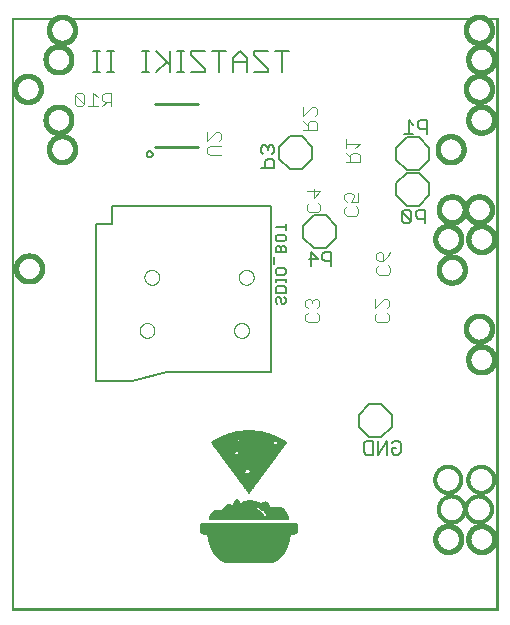
<source format=gbo>
G75*
%MOIN*%
%OFA0B0*%
%FSLAX25Y25*%
%IPPOS*%
%LPD*%
%AMOC8*
5,1,8,0,0,1.08239X$1,22.5*
%
%ADD10C,0.00600*%
%ADD11C,0.01600*%
%ADD12C,0.01200*%
%ADD13C,0.00000*%
%ADD14C,0.00500*%
%ADD15C,0.00700*%
%ADD16C,0.00400*%
%ADD17C,0.01000*%
%ADD18R,0.14552X0.00131*%
%ADD19R,0.15732X0.00131*%
%ADD20R,0.16650X0.00131*%
%ADD21R,0.17306X0.00131*%
%ADD22R,0.17961X0.00131*%
%ADD23R,0.18485X0.00131*%
%ADD24R,0.18879X0.00131*%
%ADD25R,0.19272X0.00131*%
%ADD26R,0.19665X0.00131*%
%ADD27R,0.20059X0.00131*%
%ADD28R,0.20452X0.00131*%
%ADD29R,0.20714X0.00131*%
%ADD30R,0.20976X0.00131*%
%ADD31R,0.21370X0.00131*%
%ADD32R,0.21501X0.00131*%
%ADD33R,0.21763X0.00131*%
%ADD34R,0.22025X0.00131*%
%ADD35R,0.22287X0.00131*%
%ADD36R,0.22419X0.00131*%
%ADD37R,0.22681X0.00131*%
%ADD38R,0.22812X0.00131*%
%ADD39R,0.23074X0.00131*%
%ADD40R,0.23205X0.00131*%
%ADD41R,0.23336X0.00131*%
%ADD42R,0.23598X0.00131*%
%ADD43R,0.23730X0.00131*%
%ADD44R,0.23861X0.00131*%
%ADD45R,0.23992X0.00131*%
%ADD46R,0.24123X0.00131*%
%ADD47R,0.24385X0.00131*%
%ADD48R,0.24516X0.00131*%
%ADD49R,0.24647X0.00131*%
%ADD50R,0.24778X0.00131*%
%ADD51R,0.24909X0.00131*%
%ADD52R,0.25041X0.00131*%
%ADD53R,0.25172X0.00131*%
%ADD54R,0.25303X0.00131*%
%ADD55R,0.25434X0.00131*%
%ADD56R,0.25565X0.00131*%
%ADD57R,0.25696X0.00131*%
%ADD58R,0.25827X0.00131*%
%ADD59R,0.25958X0.00131*%
%ADD60R,0.26089X0.00131*%
%ADD61R,0.26220X0.00131*%
%ADD62R,0.26352X0.00131*%
%ADD63R,0.26483X0.00131*%
%ADD64R,0.26614X0.00131*%
%ADD65R,0.26745X0.00131*%
%ADD66R,0.26876X0.00131*%
%ADD67R,0.27007X0.00131*%
%ADD68R,0.27138X0.00131*%
%ADD69R,0.27269X0.00131*%
%ADD70R,0.27400X0.00131*%
%ADD71R,0.27531X0.00131*%
%ADD72R,0.27663X0.00131*%
%ADD73R,0.27794X0.00131*%
%ADD74R,0.27925X0.00131*%
%ADD75R,0.28056X0.00131*%
%ADD76R,0.30809X0.00131*%
%ADD77R,0.31465X0.00131*%
%ADD78R,0.31858X0.00131*%
%ADD79R,0.32251X0.00131*%
%ADD80R,0.32513X0.00131*%
%ADD81R,0.32644X0.00131*%
%ADD82R,0.32776X0.00131*%
%ADD83R,0.32382X0.00131*%
%ADD84R,0.31989X0.00131*%
%ADD85R,0.31596X0.00131*%
%ADD86R,0.31071X0.00131*%
%ADD87R,0.07735X0.00131*%
%ADD88R,0.07604X0.00131*%
%ADD89R,0.18223X0.00131*%
%ADD90R,0.07473X0.00131*%
%ADD91R,0.07342X0.00131*%
%ADD92R,0.17830X0.00131*%
%ADD93R,0.17699X0.00131*%
%ADD94R,0.17568X0.00131*%
%ADD95R,0.17043X0.00131*%
%ADD96R,0.16781X0.00131*%
%ADD97R,0.16388X0.00131*%
%ADD98R,0.16126X0.00131*%
%ADD99R,0.15863X0.00131*%
%ADD100R,0.15601X0.00131*%
%ADD101R,0.15077X0.00131*%
%ADD102R,0.12324X0.00131*%
%ADD103R,0.01835X0.00131*%
%ADD104R,0.11930X0.00131*%
%ADD105R,0.11799X0.00131*%
%ADD106R,0.11406X0.00131*%
%ADD107R,0.11013X0.00131*%
%ADD108R,0.10750X0.00131*%
%ADD109R,0.10357X0.00131*%
%ADD110R,0.10226X0.00131*%
%ADD111R,0.10095X0.00131*%
%ADD112R,0.02491X0.00131*%
%ADD113R,0.04457X0.00131*%
%ADD114R,0.14946X0.00131*%
%ADD115R,0.14815X0.00131*%
%ADD116R,0.14683X0.00131*%
%ADD117R,0.14421X0.00131*%
%ADD118R,0.12061X0.00131*%
%ADD119R,0.01967X0.00131*%
%ADD120R,0.01180X0.00131*%
%ADD121R,0.00524X0.00131*%
%ADD122R,0.11537X0.00131*%
%ADD123R,0.02098X0.00131*%
%ADD124R,0.06162X0.00131*%
%ADD125R,0.01442X0.00131*%
%ADD126R,0.05637X0.00131*%
%ADD127R,0.00262X0.00131*%
%ADD128R,0.04982X0.00131*%
%ADD129R,0.01704X0.00131*%
%ADD130R,0.04195X0.00131*%
%ADD131R,0.03409X0.00131*%
%ADD132R,0.01049X0.00131*%
%ADD133R,0.00656X0.00131*%
%ADD134R,0.00393X0.00131*%
%ADD135R,0.00131X0.00131*%
%ADD136R,0.00918X0.00131*%
%ADD137R,0.02229X0.00131*%
%ADD138R,0.02753X0.00131*%
%ADD139R,0.03015X0.00131*%
%ADD140R,0.03278X0.00131*%
%ADD141R,0.03540X0.00131*%
%ADD142R,0.03671X0.00131*%
%ADD143R,0.03802X0.00131*%
%ADD144R,0.04064X0.00131*%
%ADD145R,0.04326X0.00131*%
%ADD146R,0.04589X0.00131*%
%ADD147R,0.04851X0.00131*%
%ADD148R,0.05113X0.00131*%
%ADD149R,0.05375X0.00131*%
%ADD150R,0.05900X0.00131*%
%ADD151R,0.06424X0.00131*%
%ADD152R,0.06686X0.00131*%
%ADD153R,0.06948X0.00131*%
%ADD154R,0.07211X0.00131*%
%ADD155R,0.07997X0.00131*%
%ADD156R,0.08128X0.00131*%
%ADD157R,0.08259X0.00131*%
%ADD158R,0.08522X0.00131*%
%ADD159R,0.08784X0.00131*%
%ADD160R,0.08915X0.00131*%
%ADD161R,0.09046X0.00131*%
%ADD162R,0.09308X0.00131*%
%ADD163R,0.09570X0.00131*%
%ADD164R,0.09702X0.00131*%
%ADD165R,0.09833X0.00131*%
%ADD166R,0.05506X0.00131*%
%ADD167R,0.05244X0.00131*%
%ADD168R,0.04720X0.00131*%
%ADD169R,0.06293X0.00131*%
%ADD170R,0.12193X0.00131*%
%ADD171R,0.12455X0.00131*%
%ADD172R,0.12586X0.00131*%
%ADD173R,0.12717X0.00131*%
%ADD174R,0.12979X0.00131*%
%ADD175R,0.13241X0.00131*%
%ADD176R,0.13372X0.00131*%
%ADD177R,0.13504X0.00131*%
%ADD178R,0.13766X0.00131*%
%ADD179R,0.14028X0.00131*%
%ADD180R,0.14159X0.00131*%
%ADD181R,0.14290X0.00131*%
%ADD182R,0.15339X0.00131*%
%ADD183R,0.15470X0.00131*%
%ADD184R,0.16257X0.00131*%
%ADD185R,0.16519X0.00131*%
%ADD186R,0.16912X0.00131*%
%ADD187R,0.17437X0.00131*%
%ADD188R,0.18092X0.00131*%
%ADD189R,0.18617X0.00131*%
%ADD190R,0.19010X0.00131*%
%ADD191R,0.19403X0.00131*%
%ADD192R,0.13635X0.00131*%
%ADD193R,0.05769X0.00131*%
%ADD194R,0.06031X0.00131*%
%ADD195R,0.21107X0.00131*%
%ADD196R,0.21894X0.00131*%
%ADD197R,0.22156X0.00131*%
%ADD198R,0.22550X0.00131*%
%ADD199R,0.22943X0.00131*%
%ADD200R,0.15208X0.00131*%
%ADD201R,0.08391X0.00131*%
%ADD202R,0.24254X0.00131*%
%ADD203R,0.03146X0.00131*%
%ADD204R,0.20845X0.00131*%
%ADD205R,0.07866X0.00131*%
%ADD206R,0.21632X0.00131*%
%ADD207R,0.21239X0.00131*%
%ADD208R,0.20190X0.00131*%
%ADD209R,0.19534X0.00131*%
%ADD210R,0.17174X0.00131*%
%ADD211R,0.15994X0.00131*%
%ADD212R,0.11144X0.00131*%
D10*
X0120932Y0121952D02*
X0117432Y0125452D01*
X0117432Y0129452D01*
X0120932Y0132952D01*
X0124932Y0132952D01*
X0128432Y0129452D01*
X0128432Y0125452D01*
X0124932Y0121952D01*
X0120932Y0121952D01*
X0117058Y0148330D02*
X0113058Y0148330D01*
X0109558Y0151830D01*
X0109558Y0155830D01*
X0113058Y0159330D01*
X0117058Y0159330D01*
X0120558Y0155830D01*
X0120558Y0151830D01*
X0117058Y0148330D01*
X0110454Y0180704D02*
X0110454Y0187710D01*
X0112789Y0187710D02*
X0108119Y0187710D01*
X0105791Y0187710D02*
X0101121Y0187710D01*
X0101121Y0186543D01*
X0105791Y0181872D01*
X0105791Y0180704D01*
X0101121Y0180704D01*
X0098793Y0180704D02*
X0098793Y0185375D01*
X0096458Y0187710D01*
X0094123Y0185375D01*
X0094123Y0180704D01*
X0094123Y0184207D02*
X0098793Y0184207D01*
X0091795Y0187710D02*
X0087125Y0187710D01*
X0084797Y0187710D02*
X0080127Y0187710D01*
X0080127Y0186543D01*
X0084797Y0181872D01*
X0084797Y0180704D01*
X0080127Y0180704D01*
X0077799Y0180704D02*
X0075464Y0180704D01*
X0076632Y0180704D02*
X0076632Y0187710D01*
X0077799Y0187710D02*
X0075464Y0187710D01*
X0073134Y0187710D02*
X0073134Y0180704D01*
X0073134Y0183040D02*
X0068463Y0187710D01*
X0066136Y0187710D02*
X0063801Y0187710D01*
X0064968Y0187710D02*
X0064968Y0180704D01*
X0063801Y0180704D02*
X0066136Y0180704D01*
X0068463Y0180704D02*
X0071966Y0184207D01*
X0089460Y0180704D02*
X0089460Y0187710D01*
X0065294Y0153385D02*
X0065296Y0153448D01*
X0065302Y0153510D01*
X0065312Y0153572D01*
X0065325Y0153634D01*
X0065343Y0153694D01*
X0065364Y0153753D01*
X0065389Y0153811D01*
X0065418Y0153867D01*
X0065450Y0153921D01*
X0065485Y0153973D01*
X0065523Y0154022D01*
X0065565Y0154070D01*
X0065609Y0154114D01*
X0065657Y0154156D01*
X0065706Y0154194D01*
X0065758Y0154229D01*
X0065812Y0154261D01*
X0065868Y0154290D01*
X0065926Y0154315D01*
X0065985Y0154336D01*
X0066045Y0154354D01*
X0066107Y0154367D01*
X0066169Y0154377D01*
X0066231Y0154383D01*
X0066294Y0154385D01*
X0066357Y0154383D01*
X0066419Y0154377D01*
X0066481Y0154367D01*
X0066543Y0154354D01*
X0066603Y0154336D01*
X0066662Y0154315D01*
X0066720Y0154290D01*
X0066776Y0154261D01*
X0066830Y0154229D01*
X0066882Y0154194D01*
X0066931Y0154156D01*
X0066979Y0154114D01*
X0067023Y0154070D01*
X0067065Y0154022D01*
X0067103Y0153973D01*
X0067138Y0153921D01*
X0067170Y0153867D01*
X0067199Y0153811D01*
X0067224Y0153753D01*
X0067245Y0153694D01*
X0067263Y0153634D01*
X0067276Y0153572D01*
X0067286Y0153510D01*
X0067292Y0153448D01*
X0067294Y0153385D01*
X0067292Y0153322D01*
X0067286Y0153260D01*
X0067276Y0153198D01*
X0067263Y0153136D01*
X0067245Y0153076D01*
X0067224Y0153017D01*
X0067199Y0152959D01*
X0067170Y0152903D01*
X0067138Y0152849D01*
X0067103Y0152797D01*
X0067065Y0152748D01*
X0067023Y0152700D01*
X0066979Y0152656D01*
X0066931Y0152614D01*
X0066882Y0152576D01*
X0066830Y0152541D01*
X0066776Y0152509D01*
X0066720Y0152480D01*
X0066662Y0152455D01*
X0066603Y0152434D01*
X0066543Y0152416D01*
X0066481Y0152403D01*
X0066419Y0152393D01*
X0066357Y0152387D01*
X0066294Y0152385D01*
X0066231Y0152387D01*
X0066169Y0152393D01*
X0066107Y0152403D01*
X0066045Y0152416D01*
X0065985Y0152434D01*
X0065926Y0152455D01*
X0065868Y0152480D01*
X0065812Y0152509D01*
X0065758Y0152541D01*
X0065706Y0152576D01*
X0065657Y0152614D01*
X0065609Y0152656D01*
X0065565Y0152700D01*
X0065523Y0152748D01*
X0065485Y0152797D01*
X0065450Y0152849D01*
X0065418Y0152903D01*
X0065389Y0152959D01*
X0065364Y0153017D01*
X0065343Y0153076D01*
X0065325Y0153136D01*
X0065312Y0153198D01*
X0065302Y0153260D01*
X0065296Y0153322D01*
X0065294Y0153385D01*
X0054473Y0180704D02*
X0052137Y0180704D01*
X0053305Y0180704D02*
X0053305Y0187710D01*
X0054473Y0187710D02*
X0052137Y0187710D01*
X0049807Y0187710D02*
X0047472Y0187710D01*
X0048640Y0187710D02*
X0048640Y0180704D01*
X0049807Y0180704D02*
X0047472Y0180704D01*
X0139436Y0069959D02*
X0143436Y0069959D01*
X0146936Y0066459D01*
X0146936Y0062459D01*
X0143436Y0058959D01*
X0139436Y0058959D01*
X0135936Y0062459D01*
X0135936Y0066459D01*
X0139436Y0069959D01*
X0152034Y0136125D02*
X0156034Y0136125D01*
X0159534Y0139625D01*
X0159534Y0143625D01*
X0156034Y0147125D01*
X0152034Y0147125D01*
X0148534Y0143625D01*
X0148534Y0139625D01*
X0152034Y0136125D01*
X0152034Y0147936D02*
X0156034Y0147936D01*
X0159534Y0151436D01*
X0159534Y0155436D01*
X0156034Y0158936D01*
X0152034Y0158936D01*
X0148534Y0155436D01*
X0148534Y0151436D01*
X0152034Y0147936D01*
D11*
X0162302Y0155011D02*
X0162304Y0155142D01*
X0162310Y0155274D01*
X0162320Y0155405D01*
X0162334Y0155536D01*
X0162352Y0155666D01*
X0162374Y0155795D01*
X0162399Y0155924D01*
X0162429Y0156052D01*
X0162463Y0156179D01*
X0162500Y0156306D01*
X0162541Y0156430D01*
X0162586Y0156554D01*
X0162635Y0156676D01*
X0162687Y0156797D01*
X0162743Y0156915D01*
X0162803Y0157033D01*
X0162866Y0157148D01*
X0162933Y0157261D01*
X0163003Y0157373D01*
X0163076Y0157482D01*
X0163152Y0157588D01*
X0163232Y0157693D01*
X0163315Y0157795D01*
X0163401Y0157894D01*
X0163490Y0157991D01*
X0163582Y0158085D01*
X0163677Y0158176D01*
X0163774Y0158265D01*
X0163874Y0158350D01*
X0163977Y0158432D01*
X0164082Y0158511D01*
X0164189Y0158587D01*
X0164299Y0158659D01*
X0164411Y0158728D01*
X0164525Y0158794D01*
X0164640Y0158856D01*
X0164758Y0158915D01*
X0164877Y0158970D01*
X0164998Y0159022D01*
X0165121Y0159069D01*
X0165245Y0159113D01*
X0165370Y0159154D01*
X0165496Y0159190D01*
X0165624Y0159223D01*
X0165752Y0159251D01*
X0165881Y0159276D01*
X0166011Y0159297D01*
X0166141Y0159314D01*
X0166272Y0159327D01*
X0166403Y0159336D01*
X0166534Y0159341D01*
X0166666Y0159342D01*
X0166797Y0159339D01*
X0166929Y0159332D01*
X0167060Y0159321D01*
X0167190Y0159306D01*
X0167320Y0159287D01*
X0167450Y0159264D01*
X0167578Y0159238D01*
X0167706Y0159207D01*
X0167833Y0159172D01*
X0167959Y0159134D01*
X0168083Y0159092D01*
X0168207Y0159046D01*
X0168328Y0158996D01*
X0168448Y0158943D01*
X0168567Y0158886D01*
X0168684Y0158826D01*
X0168798Y0158762D01*
X0168911Y0158694D01*
X0169022Y0158623D01*
X0169131Y0158549D01*
X0169237Y0158472D01*
X0169341Y0158391D01*
X0169442Y0158308D01*
X0169541Y0158221D01*
X0169637Y0158131D01*
X0169730Y0158038D01*
X0169821Y0157943D01*
X0169908Y0157845D01*
X0169993Y0157744D01*
X0170074Y0157641D01*
X0170152Y0157535D01*
X0170227Y0157427D01*
X0170299Y0157317D01*
X0170367Y0157205D01*
X0170432Y0157091D01*
X0170493Y0156974D01*
X0170551Y0156856D01*
X0170605Y0156736D01*
X0170656Y0156615D01*
X0170703Y0156492D01*
X0170746Y0156368D01*
X0170785Y0156243D01*
X0170821Y0156116D01*
X0170852Y0155988D01*
X0170880Y0155860D01*
X0170904Y0155731D01*
X0170924Y0155601D01*
X0170940Y0155470D01*
X0170952Y0155339D01*
X0170960Y0155208D01*
X0170964Y0155077D01*
X0170964Y0154945D01*
X0170960Y0154814D01*
X0170952Y0154683D01*
X0170940Y0154552D01*
X0170924Y0154421D01*
X0170904Y0154291D01*
X0170880Y0154162D01*
X0170852Y0154034D01*
X0170821Y0153906D01*
X0170785Y0153779D01*
X0170746Y0153654D01*
X0170703Y0153530D01*
X0170656Y0153407D01*
X0170605Y0153286D01*
X0170551Y0153166D01*
X0170493Y0153048D01*
X0170432Y0152931D01*
X0170367Y0152817D01*
X0170299Y0152705D01*
X0170227Y0152595D01*
X0170152Y0152487D01*
X0170074Y0152381D01*
X0169993Y0152278D01*
X0169908Y0152177D01*
X0169821Y0152079D01*
X0169730Y0151984D01*
X0169637Y0151891D01*
X0169541Y0151801D01*
X0169442Y0151714D01*
X0169341Y0151631D01*
X0169237Y0151550D01*
X0169131Y0151473D01*
X0169022Y0151399D01*
X0168911Y0151328D01*
X0168799Y0151260D01*
X0168684Y0151196D01*
X0168567Y0151136D01*
X0168448Y0151079D01*
X0168328Y0151026D01*
X0168207Y0150976D01*
X0168083Y0150930D01*
X0167959Y0150888D01*
X0167833Y0150850D01*
X0167706Y0150815D01*
X0167578Y0150784D01*
X0167450Y0150758D01*
X0167320Y0150735D01*
X0167190Y0150716D01*
X0167060Y0150701D01*
X0166929Y0150690D01*
X0166797Y0150683D01*
X0166666Y0150680D01*
X0166534Y0150681D01*
X0166403Y0150686D01*
X0166272Y0150695D01*
X0166141Y0150708D01*
X0166011Y0150725D01*
X0165881Y0150746D01*
X0165752Y0150771D01*
X0165624Y0150799D01*
X0165496Y0150832D01*
X0165370Y0150868D01*
X0165245Y0150909D01*
X0165121Y0150953D01*
X0164998Y0151000D01*
X0164877Y0151052D01*
X0164758Y0151107D01*
X0164640Y0151166D01*
X0164525Y0151228D01*
X0164411Y0151294D01*
X0164299Y0151363D01*
X0164189Y0151435D01*
X0164082Y0151511D01*
X0163977Y0151590D01*
X0163874Y0151672D01*
X0163774Y0151757D01*
X0163677Y0151846D01*
X0163582Y0151937D01*
X0163490Y0152031D01*
X0163401Y0152128D01*
X0163315Y0152227D01*
X0163232Y0152329D01*
X0163152Y0152434D01*
X0163076Y0152540D01*
X0163003Y0152649D01*
X0162933Y0152761D01*
X0162866Y0152874D01*
X0162803Y0152989D01*
X0162743Y0153107D01*
X0162687Y0153225D01*
X0162635Y0153346D01*
X0162586Y0153468D01*
X0162541Y0153592D01*
X0162500Y0153716D01*
X0162463Y0153843D01*
X0162429Y0153970D01*
X0162399Y0154098D01*
X0162374Y0154227D01*
X0162352Y0154356D01*
X0162334Y0154486D01*
X0162320Y0154617D01*
X0162310Y0154748D01*
X0162304Y0154880D01*
X0162302Y0155011D01*
X0172538Y0164853D02*
X0172540Y0164984D01*
X0172546Y0165116D01*
X0172556Y0165247D01*
X0172570Y0165378D01*
X0172588Y0165508D01*
X0172610Y0165637D01*
X0172635Y0165766D01*
X0172665Y0165894D01*
X0172699Y0166021D01*
X0172736Y0166148D01*
X0172777Y0166272D01*
X0172822Y0166396D01*
X0172871Y0166518D01*
X0172923Y0166639D01*
X0172979Y0166757D01*
X0173039Y0166875D01*
X0173102Y0166990D01*
X0173169Y0167103D01*
X0173239Y0167215D01*
X0173312Y0167324D01*
X0173388Y0167430D01*
X0173468Y0167535D01*
X0173551Y0167637D01*
X0173637Y0167736D01*
X0173726Y0167833D01*
X0173818Y0167927D01*
X0173913Y0168018D01*
X0174010Y0168107D01*
X0174110Y0168192D01*
X0174213Y0168274D01*
X0174318Y0168353D01*
X0174425Y0168429D01*
X0174535Y0168501D01*
X0174647Y0168570D01*
X0174761Y0168636D01*
X0174876Y0168698D01*
X0174994Y0168757D01*
X0175113Y0168812D01*
X0175234Y0168864D01*
X0175357Y0168911D01*
X0175481Y0168955D01*
X0175606Y0168996D01*
X0175732Y0169032D01*
X0175860Y0169065D01*
X0175988Y0169093D01*
X0176117Y0169118D01*
X0176247Y0169139D01*
X0176377Y0169156D01*
X0176508Y0169169D01*
X0176639Y0169178D01*
X0176770Y0169183D01*
X0176902Y0169184D01*
X0177033Y0169181D01*
X0177165Y0169174D01*
X0177296Y0169163D01*
X0177426Y0169148D01*
X0177556Y0169129D01*
X0177686Y0169106D01*
X0177814Y0169080D01*
X0177942Y0169049D01*
X0178069Y0169014D01*
X0178195Y0168976D01*
X0178319Y0168934D01*
X0178443Y0168888D01*
X0178564Y0168838D01*
X0178684Y0168785D01*
X0178803Y0168728D01*
X0178920Y0168668D01*
X0179034Y0168604D01*
X0179147Y0168536D01*
X0179258Y0168465D01*
X0179367Y0168391D01*
X0179473Y0168314D01*
X0179577Y0168233D01*
X0179678Y0168150D01*
X0179777Y0168063D01*
X0179873Y0167973D01*
X0179966Y0167880D01*
X0180057Y0167785D01*
X0180144Y0167687D01*
X0180229Y0167586D01*
X0180310Y0167483D01*
X0180388Y0167377D01*
X0180463Y0167269D01*
X0180535Y0167159D01*
X0180603Y0167047D01*
X0180668Y0166933D01*
X0180729Y0166816D01*
X0180787Y0166698D01*
X0180841Y0166578D01*
X0180892Y0166457D01*
X0180939Y0166334D01*
X0180982Y0166210D01*
X0181021Y0166085D01*
X0181057Y0165958D01*
X0181088Y0165830D01*
X0181116Y0165702D01*
X0181140Y0165573D01*
X0181160Y0165443D01*
X0181176Y0165312D01*
X0181188Y0165181D01*
X0181196Y0165050D01*
X0181200Y0164919D01*
X0181200Y0164787D01*
X0181196Y0164656D01*
X0181188Y0164525D01*
X0181176Y0164394D01*
X0181160Y0164263D01*
X0181140Y0164133D01*
X0181116Y0164004D01*
X0181088Y0163876D01*
X0181057Y0163748D01*
X0181021Y0163621D01*
X0180982Y0163496D01*
X0180939Y0163372D01*
X0180892Y0163249D01*
X0180841Y0163128D01*
X0180787Y0163008D01*
X0180729Y0162890D01*
X0180668Y0162773D01*
X0180603Y0162659D01*
X0180535Y0162547D01*
X0180463Y0162437D01*
X0180388Y0162329D01*
X0180310Y0162223D01*
X0180229Y0162120D01*
X0180144Y0162019D01*
X0180057Y0161921D01*
X0179966Y0161826D01*
X0179873Y0161733D01*
X0179777Y0161643D01*
X0179678Y0161556D01*
X0179577Y0161473D01*
X0179473Y0161392D01*
X0179367Y0161315D01*
X0179258Y0161241D01*
X0179147Y0161170D01*
X0179035Y0161102D01*
X0178920Y0161038D01*
X0178803Y0160978D01*
X0178684Y0160921D01*
X0178564Y0160868D01*
X0178443Y0160818D01*
X0178319Y0160772D01*
X0178195Y0160730D01*
X0178069Y0160692D01*
X0177942Y0160657D01*
X0177814Y0160626D01*
X0177686Y0160600D01*
X0177556Y0160577D01*
X0177426Y0160558D01*
X0177296Y0160543D01*
X0177165Y0160532D01*
X0177033Y0160525D01*
X0176902Y0160522D01*
X0176770Y0160523D01*
X0176639Y0160528D01*
X0176508Y0160537D01*
X0176377Y0160550D01*
X0176247Y0160567D01*
X0176117Y0160588D01*
X0175988Y0160613D01*
X0175860Y0160641D01*
X0175732Y0160674D01*
X0175606Y0160710D01*
X0175481Y0160751D01*
X0175357Y0160795D01*
X0175234Y0160842D01*
X0175113Y0160894D01*
X0174994Y0160949D01*
X0174876Y0161008D01*
X0174761Y0161070D01*
X0174647Y0161136D01*
X0174535Y0161205D01*
X0174425Y0161277D01*
X0174318Y0161353D01*
X0174213Y0161432D01*
X0174110Y0161514D01*
X0174010Y0161599D01*
X0173913Y0161688D01*
X0173818Y0161779D01*
X0173726Y0161873D01*
X0173637Y0161970D01*
X0173551Y0162069D01*
X0173468Y0162171D01*
X0173388Y0162276D01*
X0173312Y0162382D01*
X0173239Y0162491D01*
X0173169Y0162603D01*
X0173102Y0162716D01*
X0173039Y0162831D01*
X0172979Y0162949D01*
X0172923Y0163067D01*
X0172871Y0163188D01*
X0172822Y0163310D01*
X0172777Y0163434D01*
X0172736Y0163558D01*
X0172699Y0163685D01*
X0172665Y0163812D01*
X0172635Y0163940D01*
X0172610Y0164069D01*
X0172588Y0164198D01*
X0172570Y0164328D01*
X0172556Y0164459D01*
X0172546Y0164590D01*
X0172540Y0164722D01*
X0172538Y0164853D01*
X0171750Y0175089D02*
X0171752Y0175220D01*
X0171758Y0175352D01*
X0171768Y0175483D01*
X0171782Y0175614D01*
X0171800Y0175744D01*
X0171822Y0175873D01*
X0171847Y0176002D01*
X0171877Y0176130D01*
X0171911Y0176257D01*
X0171948Y0176384D01*
X0171989Y0176508D01*
X0172034Y0176632D01*
X0172083Y0176754D01*
X0172135Y0176875D01*
X0172191Y0176993D01*
X0172251Y0177111D01*
X0172314Y0177226D01*
X0172381Y0177339D01*
X0172451Y0177451D01*
X0172524Y0177560D01*
X0172600Y0177666D01*
X0172680Y0177771D01*
X0172763Y0177873D01*
X0172849Y0177972D01*
X0172938Y0178069D01*
X0173030Y0178163D01*
X0173125Y0178254D01*
X0173222Y0178343D01*
X0173322Y0178428D01*
X0173425Y0178510D01*
X0173530Y0178589D01*
X0173637Y0178665D01*
X0173747Y0178737D01*
X0173859Y0178806D01*
X0173973Y0178872D01*
X0174088Y0178934D01*
X0174206Y0178993D01*
X0174325Y0179048D01*
X0174446Y0179100D01*
X0174569Y0179147D01*
X0174693Y0179191D01*
X0174818Y0179232D01*
X0174944Y0179268D01*
X0175072Y0179301D01*
X0175200Y0179329D01*
X0175329Y0179354D01*
X0175459Y0179375D01*
X0175589Y0179392D01*
X0175720Y0179405D01*
X0175851Y0179414D01*
X0175982Y0179419D01*
X0176114Y0179420D01*
X0176245Y0179417D01*
X0176377Y0179410D01*
X0176508Y0179399D01*
X0176638Y0179384D01*
X0176768Y0179365D01*
X0176898Y0179342D01*
X0177026Y0179316D01*
X0177154Y0179285D01*
X0177281Y0179250D01*
X0177407Y0179212D01*
X0177531Y0179170D01*
X0177655Y0179124D01*
X0177776Y0179074D01*
X0177896Y0179021D01*
X0178015Y0178964D01*
X0178132Y0178904D01*
X0178246Y0178840D01*
X0178359Y0178772D01*
X0178470Y0178701D01*
X0178579Y0178627D01*
X0178685Y0178550D01*
X0178789Y0178469D01*
X0178890Y0178386D01*
X0178989Y0178299D01*
X0179085Y0178209D01*
X0179178Y0178116D01*
X0179269Y0178021D01*
X0179356Y0177923D01*
X0179441Y0177822D01*
X0179522Y0177719D01*
X0179600Y0177613D01*
X0179675Y0177505D01*
X0179747Y0177395D01*
X0179815Y0177283D01*
X0179880Y0177169D01*
X0179941Y0177052D01*
X0179999Y0176934D01*
X0180053Y0176814D01*
X0180104Y0176693D01*
X0180151Y0176570D01*
X0180194Y0176446D01*
X0180233Y0176321D01*
X0180269Y0176194D01*
X0180300Y0176066D01*
X0180328Y0175938D01*
X0180352Y0175809D01*
X0180372Y0175679D01*
X0180388Y0175548D01*
X0180400Y0175417D01*
X0180408Y0175286D01*
X0180412Y0175155D01*
X0180412Y0175023D01*
X0180408Y0174892D01*
X0180400Y0174761D01*
X0180388Y0174630D01*
X0180372Y0174499D01*
X0180352Y0174369D01*
X0180328Y0174240D01*
X0180300Y0174112D01*
X0180269Y0173984D01*
X0180233Y0173857D01*
X0180194Y0173732D01*
X0180151Y0173608D01*
X0180104Y0173485D01*
X0180053Y0173364D01*
X0179999Y0173244D01*
X0179941Y0173126D01*
X0179880Y0173009D01*
X0179815Y0172895D01*
X0179747Y0172783D01*
X0179675Y0172673D01*
X0179600Y0172565D01*
X0179522Y0172459D01*
X0179441Y0172356D01*
X0179356Y0172255D01*
X0179269Y0172157D01*
X0179178Y0172062D01*
X0179085Y0171969D01*
X0178989Y0171879D01*
X0178890Y0171792D01*
X0178789Y0171709D01*
X0178685Y0171628D01*
X0178579Y0171551D01*
X0178470Y0171477D01*
X0178359Y0171406D01*
X0178247Y0171338D01*
X0178132Y0171274D01*
X0178015Y0171214D01*
X0177896Y0171157D01*
X0177776Y0171104D01*
X0177655Y0171054D01*
X0177531Y0171008D01*
X0177407Y0170966D01*
X0177281Y0170928D01*
X0177154Y0170893D01*
X0177026Y0170862D01*
X0176898Y0170836D01*
X0176768Y0170813D01*
X0176638Y0170794D01*
X0176508Y0170779D01*
X0176377Y0170768D01*
X0176245Y0170761D01*
X0176114Y0170758D01*
X0175982Y0170759D01*
X0175851Y0170764D01*
X0175720Y0170773D01*
X0175589Y0170786D01*
X0175459Y0170803D01*
X0175329Y0170824D01*
X0175200Y0170849D01*
X0175072Y0170877D01*
X0174944Y0170910D01*
X0174818Y0170946D01*
X0174693Y0170987D01*
X0174569Y0171031D01*
X0174446Y0171078D01*
X0174325Y0171130D01*
X0174206Y0171185D01*
X0174088Y0171244D01*
X0173973Y0171306D01*
X0173859Y0171372D01*
X0173747Y0171441D01*
X0173637Y0171513D01*
X0173530Y0171589D01*
X0173425Y0171668D01*
X0173322Y0171750D01*
X0173222Y0171835D01*
X0173125Y0171924D01*
X0173030Y0172015D01*
X0172938Y0172109D01*
X0172849Y0172206D01*
X0172763Y0172305D01*
X0172680Y0172407D01*
X0172600Y0172512D01*
X0172524Y0172618D01*
X0172451Y0172727D01*
X0172381Y0172839D01*
X0172314Y0172952D01*
X0172251Y0173067D01*
X0172191Y0173185D01*
X0172135Y0173303D01*
X0172083Y0173424D01*
X0172034Y0173546D01*
X0171989Y0173670D01*
X0171948Y0173794D01*
X0171911Y0173921D01*
X0171877Y0174048D01*
X0171847Y0174176D01*
X0171822Y0174305D01*
X0171800Y0174434D01*
X0171782Y0174564D01*
X0171768Y0174695D01*
X0171758Y0174826D01*
X0171752Y0174958D01*
X0171750Y0175089D01*
X0172538Y0184932D02*
X0172540Y0185063D01*
X0172546Y0185195D01*
X0172556Y0185326D01*
X0172570Y0185457D01*
X0172588Y0185587D01*
X0172610Y0185716D01*
X0172635Y0185845D01*
X0172665Y0185973D01*
X0172699Y0186100D01*
X0172736Y0186227D01*
X0172777Y0186351D01*
X0172822Y0186475D01*
X0172871Y0186597D01*
X0172923Y0186718D01*
X0172979Y0186836D01*
X0173039Y0186954D01*
X0173102Y0187069D01*
X0173169Y0187182D01*
X0173239Y0187294D01*
X0173312Y0187403D01*
X0173388Y0187509D01*
X0173468Y0187614D01*
X0173551Y0187716D01*
X0173637Y0187815D01*
X0173726Y0187912D01*
X0173818Y0188006D01*
X0173913Y0188097D01*
X0174010Y0188186D01*
X0174110Y0188271D01*
X0174213Y0188353D01*
X0174318Y0188432D01*
X0174425Y0188508D01*
X0174535Y0188580D01*
X0174647Y0188649D01*
X0174761Y0188715D01*
X0174876Y0188777D01*
X0174994Y0188836D01*
X0175113Y0188891D01*
X0175234Y0188943D01*
X0175357Y0188990D01*
X0175481Y0189034D01*
X0175606Y0189075D01*
X0175732Y0189111D01*
X0175860Y0189144D01*
X0175988Y0189172D01*
X0176117Y0189197D01*
X0176247Y0189218D01*
X0176377Y0189235D01*
X0176508Y0189248D01*
X0176639Y0189257D01*
X0176770Y0189262D01*
X0176902Y0189263D01*
X0177033Y0189260D01*
X0177165Y0189253D01*
X0177296Y0189242D01*
X0177426Y0189227D01*
X0177556Y0189208D01*
X0177686Y0189185D01*
X0177814Y0189159D01*
X0177942Y0189128D01*
X0178069Y0189093D01*
X0178195Y0189055D01*
X0178319Y0189013D01*
X0178443Y0188967D01*
X0178564Y0188917D01*
X0178684Y0188864D01*
X0178803Y0188807D01*
X0178920Y0188747D01*
X0179034Y0188683D01*
X0179147Y0188615D01*
X0179258Y0188544D01*
X0179367Y0188470D01*
X0179473Y0188393D01*
X0179577Y0188312D01*
X0179678Y0188229D01*
X0179777Y0188142D01*
X0179873Y0188052D01*
X0179966Y0187959D01*
X0180057Y0187864D01*
X0180144Y0187766D01*
X0180229Y0187665D01*
X0180310Y0187562D01*
X0180388Y0187456D01*
X0180463Y0187348D01*
X0180535Y0187238D01*
X0180603Y0187126D01*
X0180668Y0187012D01*
X0180729Y0186895D01*
X0180787Y0186777D01*
X0180841Y0186657D01*
X0180892Y0186536D01*
X0180939Y0186413D01*
X0180982Y0186289D01*
X0181021Y0186164D01*
X0181057Y0186037D01*
X0181088Y0185909D01*
X0181116Y0185781D01*
X0181140Y0185652D01*
X0181160Y0185522D01*
X0181176Y0185391D01*
X0181188Y0185260D01*
X0181196Y0185129D01*
X0181200Y0184998D01*
X0181200Y0184866D01*
X0181196Y0184735D01*
X0181188Y0184604D01*
X0181176Y0184473D01*
X0181160Y0184342D01*
X0181140Y0184212D01*
X0181116Y0184083D01*
X0181088Y0183955D01*
X0181057Y0183827D01*
X0181021Y0183700D01*
X0180982Y0183575D01*
X0180939Y0183451D01*
X0180892Y0183328D01*
X0180841Y0183207D01*
X0180787Y0183087D01*
X0180729Y0182969D01*
X0180668Y0182852D01*
X0180603Y0182738D01*
X0180535Y0182626D01*
X0180463Y0182516D01*
X0180388Y0182408D01*
X0180310Y0182302D01*
X0180229Y0182199D01*
X0180144Y0182098D01*
X0180057Y0182000D01*
X0179966Y0181905D01*
X0179873Y0181812D01*
X0179777Y0181722D01*
X0179678Y0181635D01*
X0179577Y0181552D01*
X0179473Y0181471D01*
X0179367Y0181394D01*
X0179258Y0181320D01*
X0179147Y0181249D01*
X0179035Y0181181D01*
X0178920Y0181117D01*
X0178803Y0181057D01*
X0178684Y0181000D01*
X0178564Y0180947D01*
X0178443Y0180897D01*
X0178319Y0180851D01*
X0178195Y0180809D01*
X0178069Y0180771D01*
X0177942Y0180736D01*
X0177814Y0180705D01*
X0177686Y0180679D01*
X0177556Y0180656D01*
X0177426Y0180637D01*
X0177296Y0180622D01*
X0177165Y0180611D01*
X0177033Y0180604D01*
X0176902Y0180601D01*
X0176770Y0180602D01*
X0176639Y0180607D01*
X0176508Y0180616D01*
X0176377Y0180629D01*
X0176247Y0180646D01*
X0176117Y0180667D01*
X0175988Y0180692D01*
X0175860Y0180720D01*
X0175732Y0180753D01*
X0175606Y0180789D01*
X0175481Y0180830D01*
X0175357Y0180874D01*
X0175234Y0180921D01*
X0175113Y0180973D01*
X0174994Y0181028D01*
X0174876Y0181087D01*
X0174761Y0181149D01*
X0174647Y0181215D01*
X0174535Y0181284D01*
X0174425Y0181356D01*
X0174318Y0181432D01*
X0174213Y0181511D01*
X0174110Y0181593D01*
X0174010Y0181678D01*
X0173913Y0181767D01*
X0173818Y0181858D01*
X0173726Y0181952D01*
X0173637Y0182049D01*
X0173551Y0182148D01*
X0173468Y0182250D01*
X0173388Y0182355D01*
X0173312Y0182461D01*
X0173239Y0182570D01*
X0173169Y0182682D01*
X0173102Y0182795D01*
X0173039Y0182910D01*
X0172979Y0183028D01*
X0172923Y0183146D01*
X0172871Y0183267D01*
X0172822Y0183389D01*
X0172777Y0183513D01*
X0172736Y0183637D01*
X0172699Y0183764D01*
X0172665Y0183891D01*
X0172635Y0184019D01*
X0172610Y0184148D01*
X0172588Y0184277D01*
X0172570Y0184407D01*
X0172556Y0184538D01*
X0172546Y0184669D01*
X0172540Y0184801D01*
X0172538Y0184932D01*
X0171750Y0194774D02*
X0171752Y0194905D01*
X0171758Y0195037D01*
X0171768Y0195168D01*
X0171782Y0195299D01*
X0171800Y0195429D01*
X0171822Y0195558D01*
X0171847Y0195687D01*
X0171877Y0195815D01*
X0171911Y0195942D01*
X0171948Y0196069D01*
X0171989Y0196193D01*
X0172034Y0196317D01*
X0172083Y0196439D01*
X0172135Y0196560D01*
X0172191Y0196678D01*
X0172251Y0196796D01*
X0172314Y0196911D01*
X0172381Y0197024D01*
X0172451Y0197136D01*
X0172524Y0197245D01*
X0172600Y0197351D01*
X0172680Y0197456D01*
X0172763Y0197558D01*
X0172849Y0197657D01*
X0172938Y0197754D01*
X0173030Y0197848D01*
X0173125Y0197939D01*
X0173222Y0198028D01*
X0173322Y0198113D01*
X0173425Y0198195D01*
X0173530Y0198274D01*
X0173637Y0198350D01*
X0173747Y0198422D01*
X0173859Y0198491D01*
X0173973Y0198557D01*
X0174088Y0198619D01*
X0174206Y0198678D01*
X0174325Y0198733D01*
X0174446Y0198785D01*
X0174569Y0198832D01*
X0174693Y0198876D01*
X0174818Y0198917D01*
X0174944Y0198953D01*
X0175072Y0198986D01*
X0175200Y0199014D01*
X0175329Y0199039D01*
X0175459Y0199060D01*
X0175589Y0199077D01*
X0175720Y0199090D01*
X0175851Y0199099D01*
X0175982Y0199104D01*
X0176114Y0199105D01*
X0176245Y0199102D01*
X0176377Y0199095D01*
X0176508Y0199084D01*
X0176638Y0199069D01*
X0176768Y0199050D01*
X0176898Y0199027D01*
X0177026Y0199001D01*
X0177154Y0198970D01*
X0177281Y0198935D01*
X0177407Y0198897D01*
X0177531Y0198855D01*
X0177655Y0198809D01*
X0177776Y0198759D01*
X0177896Y0198706D01*
X0178015Y0198649D01*
X0178132Y0198589D01*
X0178246Y0198525D01*
X0178359Y0198457D01*
X0178470Y0198386D01*
X0178579Y0198312D01*
X0178685Y0198235D01*
X0178789Y0198154D01*
X0178890Y0198071D01*
X0178989Y0197984D01*
X0179085Y0197894D01*
X0179178Y0197801D01*
X0179269Y0197706D01*
X0179356Y0197608D01*
X0179441Y0197507D01*
X0179522Y0197404D01*
X0179600Y0197298D01*
X0179675Y0197190D01*
X0179747Y0197080D01*
X0179815Y0196968D01*
X0179880Y0196854D01*
X0179941Y0196737D01*
X0179999Y0196619D01*
X0180053Y0196499D01*
X0180104Y0196378D01*
X0180151Y0196255D01*
X0180194Y0196131D01*
X0180233Y0196006D01*
X0180269Y0195879D01*
X0180300Y0195751D01*
X0180328Y0195623D01*
X0180352Y0195494D01*
X0180372Y0195364D01*
X0180388Y0195233D01*
X0180400Y0195102D01*
X0180408Y0194971D01*
X0180412Y0194840D01*
X0180412Y0194708D01*
X0180408Y0194577D01*
X0180400Y0194446D01*
X0180388Y0194315D01*
X0180372Y0194184D01*
X0180352Y0194054D01*
X0180328Y0193925D01*
X0180300Y0193797D01*
X0180269Y0193669D01*
X0180233Y0193542D01*
X0180194Y0193417D01*
X0180151Y0193293D01*
X0180104Y0193170D01*
X0180053Y0193049D01*
X0179999Y0192929D01*
X0179941Y0192811D01*
X0179880Y0192694D01*
X0179815Y0192580D01*
X0179747Y0192468D01*
X0179675Y0192358D01*
X0179600Y0192250D01*
X0179522Y0192144D01*
X0179441Y0192041D01*
X0179356Y0191940D01*
X0179269Y0191842D01*
X0179178Y0191747D01*
X0179085Y0191654D01*
X0178989Y0191564D01*
X0178890Y0191477D01*
X0178789Y0191394D01*
X0178685Y0191313D01*
X0178579Y0191236D01*
X0178470Y0191162D01*
X0178359Y0191091D01*
X0178247Y0191023D01*
X0178132Y0190959D01*
X0178015Y0190899D01*
X0177896Y0190842D01*
X0177776Y0190789D01*
X0177655Y0190739D01*
X0177531Y0190693D01*
X0177407Y0190651D01*
X0177281Y0190613D01*
X0177154Y0190578D01*
X0177026Y0190547D01*
X0176898Y0190521D01*
X0176768Y0190498D01*
X0176638Y0190479D01*
X0176508Y0190464D01*
X0176377Y0190453D01*
X0176245Y0190446D01*
X0176114Y0190443D01*
X0175982Y0190444D01*
X0175851Y0190449D01*
X0175720Y0190458D01*
X0175589Y0190471D01*
X0175459Y0190488D01*
X0175329Y0190509D01*
X0175200Y0190534D01*
X0175072Y0190562D01*
X0174944Y0190595D01*
X0174818Y0190631D01*
X0174693Y0190672D01*
X0174569Y0190716D01*
X0174446Y0190763D01*
X0174325Y0190815D01*
X0174206Y0190870D01*
X0174088Y0190929D01*
X0173973Y0190991D01*
X0173859Y0191057D01*
X0173747Y0191126D01*
X0173637Y0191198D01*
X0173530Y0191274D01*
X0173425Y0191353D01*
X0173322Y0191435D01*
X0173222Y0191520D01*
X0173125Y0191609D01*
X0173030Y0191700D01*
X0172938Y0191794D01*
X0172849Y0191891D01*
X0172763Y0191990D01*
X0172680Y0192092D01*
X0172600Y0192197D01*
X0172524Y0192303D01*
X0172451Y0192412D01*
X0172381Y0192524D01*
X0172314Y0192637D01*
X0172251Y0192752D01*
X0172191Y0192870D01*
X0172135Y0192988D01*
X0172083Y0193109D01*
X0172034Y0193231D01*
X0171989Y0193355D01*
X0171948Y0193479D01*
X0171911Y0193606D01*
X0171877Y0193733D01*
X0171847Y0193861D01*
X0171822Y0193990D01*
X0171800Y0194119D01*
X0171782Y0194249D01*
X0171768Y0194380D01*
X0171758Y0194511D01*
X0171752Y0194643D01*
X0171750Y0194774D01*
X0171750Y0134932D02*
X0171752Y0135063D01*
X0171758Y0135195D01*
X0171768Y0135326D01*
X0171782Y0135457D01*
X0171800Y0135587D01*
X0171822Y0135716D01*
X0171847Y0135845D01*
X0171877Y0135973D01*
X0171911Y0136100D01*
X0171948Y0136227D01*
X0171989Y0136351D01*
X0172034Y0136475D01*
X0172083Y0136597D01*
X0172135Y0136718D01*
X0172191Y0136836D01*
X0172251Y0136954D01*
X0172314Y0137069D01*
X0172381Y0137182D01*
X0172451Y0137294D01*
X0172524Y0137403D01*
X0172600Y0137509D01*
X0172680Y0137614D01*
X0172763Y0137716D01*
X0172849Y0137815D01*
X0172938Y0137912D01*
X0173030Y0138006D01*
X0173125Y0138097D01*
X0173222Y0138186D01*
X0173322Y0138271D01*
X0173425Y0138353D01*
X0173530Y0138432D01*
X0173637Y0138508D01*
X0173747Y0138580D01*
X0173859Y0138649D01*
X0173973Y0138715D01*
X0174088Y0138777D01*
X0174206Y0138836D01*
X0174325Y0138891D01*
X0174446Y0138943D01*
X0174569Y0138990D01*
X0174693Y0139034D01*
X0174818Y0139075D01*
X0174944Y0139111D01*
X0175072Y0139144D01*
X0175200Y0139172D01*
X0175329Y0139197D01*
X0175459Y0139218D01*
X0175589Y0139235D01*
X0175720Y0139248D01*
X0175851Y0139257D01*
X0175982Y0139262D01*
X0176114Y0139263D01*
X0176245Y0139260D01*
X0176377Y0139253D01*
X0176508Y0139242D01*
X0176638Y0139227D01*
X0176768Y0139208D01*
X0176898Y0139185D01*
X0177026Y0139159D01*
X0177154Y0139128D01*
X0177281Y0139093D01*
X0177407Y0139055D01*
X0177531Y0139013D01*
X0177655Y0138967D01*
X0177776Y0138917D01*
X0177896Y0138864D01*
X0178015Y0138807D01*
X0178132Y0138747D01*
X0178246Y0138683D01*
X0178359Y0138615D01*
X0178470Y0138544D01*
X0178579Y0138470D01*
X0178685Y0138393D01*
X0178789Y0138312D01*
X0178890Y0138229D01*
X0178989Y0138142D01*
X0179085Y0138052D01*
X0179178Y0137959D01*
X0179269Y0137864D01*
X0179356Y0137766D01*
X0179441Y0137665D01*
X0179522Y0137562D01*
X0179600Y0137456D01*
X0179675Y0137348D01*
X0179747Y0137238D01*
X0179815Y0137126D01*
X0179880Y0137012D01*
X0179941Y0136895D01*
X0179999Y0136777D01*
X0180053Y0136657D01*
X0180104Y0136536D01*
X0180151Y0136413D01*
X0180194Y0136289D01*
X0180233Y0136164D01*
X0180269Y0136037D01*
X0180300Y0135909D01*
X0180328Y0135781D01*
X0180352Y0135652D01*
X0180372Y0135522D01*
X0180388Y0135391D01*
X0180400Y0135260D01*
X0180408Y0135129D01*
X0180412Y0134998D01*
X0180412Y0134866D01*
X0180408Y0134735D01*
X0180400Y0134604D01*
X0180388Y0134473D01*
X0180372Y0134342D01*
X0180352Y0134212D01*
X0180328Y0134083D01*
X0180300Y0133955D01*
X0180269Y0133827D01*
X0180233Y0133700D01*
X0180194Y0133575D01*
X0180151Y0133451D01*
X0180104Y0133328D01*
X0180053Y0133207D01*
X0179999Y0133087D01*
X0179941Y0132969D01*
X0179880Y0132852D01*
X0179815Y0132738D01*
X0179747Y0132626D01*
X0179675Y0132516D01*
X0179600Y0132408D01*
X0179522Y0132302D01*
X0179441Y0132199D01*
X0179356Y0132098D01*
X0179269Y0132000D01*
X0179178Y0131905D01*
X0179085Y0131812D01*
X0178989Y0131722D01*
X0178890Y0131635D01*
X0178789Y0131552D01*
X0178685Y0131471D01*
X0178579Y0131394D01*
X0178470Y0131320D01*
X0178359Y0131249D01*
X0178247Y0131181D01*
X0178132Y0131117D01*
X0178015Y0131057D01*
X0177896Y0131000D01*
X0177776Y0130947D01*
X0177655Y0130897D01*
X0177531Y0130851D01*
X0177407Y0130809D01*
X0177281Y0130771D01*
X0177154Y0130736D01*
X0177026Y0130705D01*
X0176898Y0130679D01*
X0176768Y0130656D01*
X0176638Y0130637D01*
X0176508Y0130622D01*
X0176377Y0130611D01*
X0176245Y0130604D01*
X0176114Y0130601D01*
X0175982Y0130602D01*
X0175851Y0130607D01*
X0175720Y0130616D01*
X0175589Y0130629D01*
X0175459Y0130646D01*
X0175329Y0130667D01*
X0175200Y0130692D01*
X0175072Y0130720D01*
X0174944Y0130753D01*
X0174818Y0130789D01*
X0174693Y0130830D01*
X0174569Y0130874D01*
X0174446Y0130921D01*
X0174325Y0130973D01*
X0174206Y0131028D01*
X0174088Y0131087D01*
X0173973Y0131149D01*
X0173859Y0131215D01*
X0173747Y0131284D01*
X0173637Y0131356D01*
X0173530Y0131432D01*
X0173425Y0131511D01*
X0173322Y0131593D01*
X0173222Y0131678D01*
X0173125Y0131767D01*
X0173030Y0131858D01*
X0172938Y0131952D01*
X0172849Y0132049D01*
X0172763Y0132148D01*
X0172680Y0132250D01*
X0172600Y0132355D01*
X0172524Y0132461D01*
X0172451Y0132570D01*
X0172381Y0132682D01*
X0172314Y0132795D01*
X0172251Y0132910D01*
X0172191Y0133028D01*
X0172135Y0133146D01*
X0172083Y0133267D01*
X0172034Y0133389D01*
X0171989Y0133513D01*
X0171948Y0133637D01*
X0171911Y0133764D01*
X0171877Y0133891D01*
X0171847Y0134019D01*
X0171822Y0134148D01*
X0171800Y0134277D01*
X0171782Y0134407D01*
X0171768Y0134538D01*
X0171758Y0134669D01*
X0171752Y0134801D01*
X0171750Y0134932D01*
X0162695Y0134932D02*
X0162697Y0135063D01*
X0162703Y0135195D01*
X0162713Y0135326D01*
X0162727Y0135457D01*
X0162745Y0135587D01*
X0162767Y0135716D01*
X0162792Y0135845D01*
X0162822Y0135973D01*
X0162856Y0136100D01*
X0162893Y0136227D01*
X0162934Y0136351D01*
X0162979Y0136475D01*
X0163028Y0136597D01*
X0163080Y0136718D01*
X0163136Y0136836D01*
X0163196Y0136954D01*
X0163259Y0137069D01*
X0163326Y0137182D01*
X0163396Y0137294D01*
X0163469Y0137403D01*
X0163545Y0137509D01*
X0163625Y0137614D01*
X0163708Y0137716D01*
X0163794Y0137815D01*
X0163883Y0137912D01*
X0163975Y0138006D01*
X0164070Y0138097D01*
X0164167Y0138186D01*
X0164267Y0138271D01*
X0164370Y0138353D01*
X0164475Y0138432D01*
X0164582Y0138508D01*
X0164692Y0138580D01*
X0164804Y0138649D01*
X0164918Y0138715D01*
X0165033Y0138777D01*
X0165151Y0138836D01*
X0165270Y0138891D01*
X0165391Y0138943D01*
X0165514Y0138990D01*
X0165638Y0139034D01*
X0165763Y0139075D01*
X0165889Y0139111D01*
X0166017Y0139144D01*
X0166145Y0139172D01*
X0166274Y0139197D01*
X0166404Y0139218D01*
X0166534Y0139235D01*
X0166665Y0139248D01*
X0166796Y0139257D01*
X0166927Y0139262D01*
X0167059Y0139263D01*
X0167190Y0139260D01*
X0167322Y0139253D01*
X0167453Y0139242D01*
X0167583Y0139227D01*
X0167713Y0139208D01*
X0167843Y0139185D01*
X0167971Y0139159D01*
X0168099Y0139128D01*
X0168226Y0139093D01*
X0168352Y0139055D01*
X0168476Y0139013D01*
X0168600Y0138967D01*
X0168721Y0138917D01*
X0168841Y0138864D01*
X0168960Y0138807D01*
X0169077Y0138747D01*
X0169191Y0138683D01*
X0169304Y0138615D01*
X0169415Y0138544D01*
X0169524Y0138470D01*
X0169630Y0138393D01*
X0169734Y0138312D01*
X0169835Y0138229D01*
X0169934Y0138142D01*
X0170030Y0138052D01*
X0170123Y0137959D01*
X0170214Y0137864D01*
X0170301Y0137766D01*
X0170386Y0137665D01*
X0170467Y0137562D01*
X0170545Y0137456D01*
X0170620Y0137348D01*
X0170692Y0137238D01*
X0170760Y0137126D01*
X0170825Y0137012D01*
X0170886Y0136895D01*
X0170944Y0136777D01*
X0170998Y0136657D01*
X0171049Y0136536D01*
X0171096Y0136413D01*
X0171139Y0136289D01*
X0171178Y0136164D01*
X0171214Y0136037D01*
X0171245Y0135909D01*
X0171273Y0135781D01*
X0171297Y0135652D01*
X0171317Y0135522D01*
X0171333Y0135391D01*
X0171345Y0135260D01*
X0171353Y0135129D01*
X0171357Y0134998D01*
X0171357Y0134866D01*
X0171353Y0134735D01*
X0171345Y0134604D01*
X0171333Y0134473D01*
X0171317Y0134342D01*
X0171297Y0134212D01*
X0171273Y0134083D01*
X0171245Y0133955D01*
X0171214Y0133827D01*
X0171178Y0133700D01*
X0171139Y0133575D01*
X0171096Y0133451D01*
X0171049Y0133328D01*
X0170998Y0133207D01*
X0170944Y0133087D01*
X0170886Y0132969D01*
X0170825Y0132852D01*
X0170760Y0132738D01*
X0170692Y0132626D01*
X0170620Y0132516D01*
X0170545Y0132408D01*
X0170467Y0132302D01*
X0170386Y0132199D01*
X0170301Y0132098D01*
X0170214Y0132000D01*
X0170123Y0131905D01*
X0170030Y0131812D01*
X0169934Y0131722D01*
X0169835Y0131635D01*
X0169734Y0131552D01*
X0169630Y0131471D01*
X0169524Y0131394D01*
X0169415Y0131320D01*
X0169304Y0131249D01*
X0169192Y0131181D01*
X0169077Y0131117D01*
X0168960Y0131057D01*
X0168841Y0131000D01*
X0168721Y0130947D01*
X0168600Y0130897D01*
X0168476Y0130851D01*
X0168352Y0130809D01*
X0168226Y0130771D01*
X0168099Y0130736D01*
X0167971Y0130705D01*
X0167843Y0130679D01*
X0167713Y0130656D01*
X0167583Y0130637D01*
X0167453Y0130622D01*
X0167322Y0130611D01*
X0167190Y0130604D01*
X0167059Y0130601D01*
X0166927Y0130602D01*
X0166796Y0130607D01*
X0166665Y0130616D01*
X0166534Y0130629D01*
X0166404Y0130646D01*
X0166274Y0130667D01*
X0166145Y0130692D01*
X0166017Y0130720D01*
X0165889Y0130753D01*
X0165763Y0130789D01*
X0165638Y0130830D01*
X0165514Y0130874D01*
X0165391Y0130921D01*
X0165270Y0130973D01*
X0165151Y0131028D01*
X0165033Y0131087D01*
X0164918Y0131149D01*
X0164804Y0131215D01*
X0164692Y0131284D01*
X0164582Y0131356D01*
X0164475Y0131432D01*
X0164370Y0131511D01*
X0164267Y0131593D01*
X0164167Y0131678D01*
X0164070Y0131767D01*
X0163975Y0131858D01*
X0163883Y0131952D01*
X0163794Y0132049D01*
X0163708Y0132148D01*
X0163625Y0132250D01*
X0163545Y0132355D01*
X0163469Y0132461D01*
X0163396Y0132570D01*
X0163326Y0132682D01*
X0163259Y0132795D01*
X0163196Y0132910D01*
X0163136Y0133028D01*
X0163080Y0133146D01*
X0163028Y0133267D01*
X0162979Y0133389D01*
X0162934Y0133513D01*
X0162893Y0133637D01*
X0162856Y0133764D01*
X0162822Y0133891D01*
X0162792Y0134019D01*
X0162767Y0134148D01*
X0162745Y0134277D01*
X0162727Y0134407D01*
X0162713Y0134538D01*
X0162703Y0134669D01*
X0162697Y0134801D01*
X0162695Y0134932D01*
X0161514Y0125089D02*
X0161516Y0125220D01*
X0161522Y0125352D01*
X0161532Y0125483D01*
X0161546Y0125614D01*
X0161564Y0125744D01*
X0161586Y0125873D01*
X0161611Y0126002D01*
X0161641Y0126130D01*
X0161675Y0126257D01*
X0161712Y0126384D01*
X0161753Y0126508D01*
X0161798Y0126632D01*
X0161847Y0126754D01*
X0161899Y0126875D01*
X0161955Y0126993D01*
X0162015Y0127111D01*
X0162078Y0127226D01*
X0162145Y0127339D01*
X0162215Y0127451D01*
X0162288Y0127560D01*
X0162364Y0127666D01*
X0162444Y0127771D01*
X0162527Y0127873D01*
X0162613Y0127972D01*
X0162702Y0128069D01*
X0162794Y0128163D01*
X0162889Y0128254D01*
X0162986Y0128343D01*
X0163086Y0128428D01*
X0163189Y0128510D01*
X0163294Y0128589D01*
X0163401Y0128665D01*
X0163511Y0128737D01*
X0163623Y0128806D01*
X0163737Y0128872D01*
X0163852Y0128934D01*
X0163970Y0128993D01*
X0164089Y0129048D01*
X0164210Y0129100D01*
X0164333Y0129147D01*
X0164457Y0129191D01*
X0164582Y0129232D01*
X0164708Y0129268D01*
X0164836Y0129301D01*
X0164964Y0129329D01*
X0165093Y0129354D01*
X0165223Y0129375D01*
X0165353Y0129392D01*
X0165484Y0129405D01*
X0165615Y0129414D01*
X0165746Y0129419D01*
X0165878Y0129420D01*
X0166009Y0129417D01*
X0166141Y0129410D01*
X0166272Y0129399D01*
X0166402Y0129384D01*
X0166532Y0129365D01*
X0166662Y0129342D01*
X0166790Y0129316D01*
X0166918Y0129285D01*
X0167045Y0129250D01*
X0167171Y0129212D01*
X0167295Y0129170D01*
X0167419Y0129124D01*
X0167540Y0129074D01*
X0167660Y0129021D01*
X0167779Y0128964D01*
X0167896Y0128904D01*
X0168010Y0128840D01*
X0168123Y0128772D01*
X0168234Y0128701D01*
X0168343Y0128627D01*
X0168449Y0128550D01*
X0168553Y0128469D01*
X0168654Y0128386D01*
X0168753Y0128299D01*
X0168849Y0128209D01*
X0168942Y0128116D01*
X0169033Y0128021D01*
X0169120Y0127923D01*
X0169205Y0127822D01*
X0169286Y0127719D01*
X0169364Y0127613D01*
X0169439Y0127505D01*
X0169511Y0127395D01*
X0169579Y0127283D01*
X0169644Y0127169D01*
X0169705Y0127052D01*
X0169763Y0126934D01*
X0169817Y0126814D01*
X0169868Y0126693D01*
X0169915Y0126570D01*
X0169958Y0126446D01*
X0169997Y0126321D01*
X0170033Y0126194D01*
X0170064Y0126066D01*
X0170092Y0125938D01*
X0170116Y0125809D01*
X0170136Y0125679D01*
X0170152Y0125548D01*
X0170164Y0125417D01*
X0170172Y0125286D01*
X0170176Y0125155D01*
X0170176Y0125023D01*
X0170172Y0124892D01*
X0170164Y0124761D01*
X0170152Y0124630D01*
X0170136Y0124499D01*
X0170116Y0124369D01*
X0170092Y0124240D01*
X0170064Y0124112D01*
X0170033Y0123984D01*
X0169997Y0123857D01*
X0169958Y0123732D01*
X0169915Y0123608D01*
X0169868Y0123485D01*
X0169817Y0123364D01*
X0169763Y0123244D01*
X0169705Y0123126D01*
X0169644Y0123009D01*
X0169579Y0122895D01*
X0169511Y0122783D01*
X0169439Y0122673D01*
X0169364Y0122565D01*
X0169286Y0122459D01*
X0169205Y0122356D01*
X0169120Y0122255D01*
X0169033Y0122157D01*
X0168942Y0122062D01*
X0168849Y0121969D01*
X0168753Y0121879D01*
X0168654Y0121792D01*
X0168553Y0121709D01*
X0168449Y0121628D01*
X0168343Y0121551D01*
X0168234Y0121477D01*
X0168123Y0121406D01*
X0168011Y0121338D01*
X0167896Y0121274D01*
X0167779Y0121214D01*
X0167660Y0121157D01*
X0167540Y0121104D01*
X0167419Y0121054D01*
X0167295Y0121008D01*
X0167171Y0120966D01*
X0167045Y0120928D01*
X0166918Y0120893D01*
X0166790Y0120862D01*
X0166662Y0120836D01*
X0166532Y0120813D01*
X0166402Y0120794D01*
X0166272Y0120779D01*
X0166141Y0120768D01*
X0166009Y0120761D01*
X0165878Y0120758D01*
X0165746Y0120759D01*
X0165615Y0120764D01*
X0165484Y0120773D01*
X0165353Y0120786D01*
X0165223Y0120803D01*
X0165093Y0120824D01*
X0164964Y0120849D01*
X0164836Y0120877D01*
X0164708Y0120910D01*
X0164582Y0120946D01*
X0164457Y0120987D01*
X0164333Y0121031D01*
X0164210Y0121078D01*
X0164089Y0121130D01*
X0163970Y0121185D01*
X0163852Y0121244D01*
X0163737Y0121306D01*
X0163623Y0121372D01*
X0163511Y0121441D01*
X0163401Y0121513D01*
X0163294Y0121589D01*
X0163189Y0121668D01*
X0163086Y0121750D01*
X0162986Y0121835D01*
X0162889Y0121924D01*
X0162794Y0122015D01*
X0162702Y0122109D01*
X0162613Y0122206D01*
X0162527Y0122305D01*
X0162444Y0122407D01*
X0162364Y0122512D01*
X0162288Y0122618D01*
X0162215Y0122727D01*
X0162145Y0122839D01*
X0162078Y0122952D01*
X0162015Y0123067D01*
X0161955Y0123185D01*
X0161899Y0123303D01*
X0161847Y0123424D01*
X0161798Y0123546D01*
X0161753Y0123670D01*
X0161712Y0123794D01*
X0161675Y0123921D01*
X0161641Y0124048D01*
X0161611Y0124176D01*
X0161586Y0124305D01*
X0161564Y0124434D01*
X0161546Y0124564D01*
X0161532Y0124695D01*
X0161522Y0124826D01*
X0161516Y0124958D01*
X0161514Y0125089D01*
X0162695Y0114853D02*
X0162697Y0114984D01*
X0162703Y0115116D01*
X0162713Y0115247D01*
X0162727Y0115378D01*
X0162745Y0115508D01*
X0162767Y0115637D01*
X0162792Y0115766D01*
X0162822Y0115894D01*
X0162856Y0116021D01*
X0162893Y0116148D01*
X0162934Y0116272D01*
X0162979Y0116396D01*
X0163028Y0116518D01*
X0163080Y0116639D01*
X0163136Y0116757D01*
X0163196Y0116875D01*
X0163259Y0116990D01*
X0163326Y0117103D01*
X0163396Y0117215D01*
X0163469Y0117324D01*
X0163545Y0117430D01*
X0163625Y0117535D01*
X0163708Y0117637D01*
X0163794Y0117736D01*
X0163883Y0117833D01*
X0163975Y0117927D01*
X0164070Y0118018D01*
X0164167Y0118107D01*
X0164267Y0118192D01*
X0164370Y0118274D01*
X0164475Y0118353D01*
X0164582Y0118429D01*
X0164692Y0118501D01*
X0164804Y0118570D01*
X0164918Y0118636D01*
X0165033Y0118698D01*
X0165151Y0118757D01*
X0165270Y0118812D01*
X0165391Y0118864D01*
X0165514Y0118911D01*
X0165638Y0118955D01*
X0165763Y0118996D01*
X0165889Y0119032D01*
X0166017Y0119065D01*
X0166145Y0119093D01*
X0166274Y0119118D01*
X0166404Y0119139D01*
X0166534Y0119156D01*
X0166665Y0119169D01*
X0166796Y0119178D01*
X0166927Y0119183D01*
X0167059Y0119184D01*
X0167190Y0119181D01*
X0167322Y0119174D01*
X0167453Y0119163D01*
X0167583Y0119148D01*
X0167713Y0119129D01*
X0167843Y0119106D01*
X0167971Y0119080D01*
X0168099Y0119049D01*
X0168226Y0119014D01*
X0168352Y0118976D01*
X0168476Y0118934D01*
X0168600Y0118888D01*
X0168721Y0118838D01*
X0168841Y0118785D01*
X0168960Y0118728D01*
X0169077Y0118668D01*
X0169191Y0118604D01*
X0169304Y0118536D01*
X0169415Y0118465D01*
X0169524Y0118391D01*
X0169630Y0118314D01*
X0169734Y0118233D01*
X0169835Y0118150D01*
X0169934Y0118063D01*
X0170030Y0117973D01*
X0170123Y0117880D01*
X0170214Y0117785D01*
X0170301Y0117687D01*
X0170386Y0117586D01*
X0170467Y0117483D01*
X0170545Y0117377D01*
X0170620Y0117269D01*
X0170692Y0117159D01*
X0170760Y0117047D01*
X0170825Y0116933D01*
X0170886Y0116816D01*
X0170944Y0116698D01*
X0170998Y0116578D01*
X0171049Y0116457D01*
X0171096Y0116334D01*
X0171139Y0116210D01*
X0171178Y0116085D01*
X0171214Y0115958D01*
X0171245Y0115830D01*
X0171273Y0115702D01*
X0171297Y0115573D01*
X0171317Y0115443D01*
X0171333Y0115312D01*
X0171345Y0115181D01*
X0171353Y0115050D01*
X0171357Y0114919D01*
X0171357Y0114787D01*
X0171353Y0114656D01*
X0171345Y0114525D01*
X0171333Y0114394D01*
X0171317Y0114263D01*
X0171297Y0114133D01*
X0171273Y0114004D01*
X0171245Y0113876D01*
X0171214Y0113748D01*
X0171178Y0113621D01*
X0171139Y0113496D01*
X0171096Y0113372D01*
X0171049Y0113249D01*
X0170998Y0113128D01*
X0170944Y0113008D01*
X0170886Y0112890D01*
X0170825Y0112773D01*
X0170760Y0112659D01*
X0170692Y0112547D01*
X0170620Y0112437D01*
X0170545Y0112329D01*
X0170467Y0112223D01*
X0170386Y0112120D01*
X0170301Y0112019D01*
X0170214Y0111921D01*
X0170123Y0111826D01*
X0170030Y0111733D01*
X0169934Y0111643D01*
X0169835Y0111556D01*
X0169734Y0111473D01*
X0169630Y0111392D01*
X0169524Y0111315D01*
X0169415Y0111241D01*
X0169304Y0111170D01*
X0169192Y0111102D01*
X0169077Y0111038D01*
X0168960Y0110978D01*
X0168841Y0110921D01*
X0168721Y0110868D01*
X0168600Y0110818D01*
X0168476Y0110772D01*
X0168352Y0110730D01*
X0168226Y0110692D01*
X0168099Y0110657D01*
X0167971Y0110626D01*
X0167843Y0110600D01*
X0167713Y0110577D01*
X0167583Y0110558D01*
X0167453Y0110543D01*
X0167322Y0110532D01*
X0167190Y0110525D01*
X0167059Y0110522D01*
X0166927Y0110523D01*
X0166796Y0110528D01*
X0166665Y0110537D01*
X0166534Y0110550D01*
X0166404Y0110567D01*
X0166274Y0110588D01*
X0166145Y0110613D01*
X0166017Y0110641D01*
X0165889Y0110674D01*
X0165763Y0110710D01*
X0165638Y0110751D01*
X0165514Y0110795D01*
X0165391Y0110842D01*
X0165270Y0110894D01*
X0165151Y0110949D01*
X0165033Y0111008D01*
X0164918Y0111070D01*
X0164804Y0111136D01*
X0164692Y0111205D01*
X0164582Y0111277D01*
X0164475Y0111353D01*
X0164370Y0111432D01*
X0164267Y0111514D01*
X0164167Y0111599D01*
X0164070Y0111688D01*
X0163975Y0111779D01*
X0163883Y0111873D01*
X0163794Y0111970D01*
X0163708Y0112069D01*
X0163625Y0112171D01*
X0163545Y0112276D01*
X0163469Y0112382D01*
X0163396Y0112491D01*
X0163326Y0112603D01*
X0163259Y0112716D01*
X0163196Y0112831D01*
X0163136Y0112949D01*
X0163080Y0113067D01*
X0163028Y0113188D01*
X0162979Y0113310D01*
X0162934Y0113434D01*
X0162893Y0113558D01*
X0162856Y0113685D01*
X0162822Y0113812D01*
X0162792Y0113940D01*
X0162767Y0114069D01*
X0162745Y0114198D01*
X0162727Y0114328D01*
X0162713Y0114459D01*
X0162703Y0114590D01*
X0162697Y0114722D01*
X0162695Y0114853D01*
X0172538Y0125089D02*
X0172540Y0125220D01*
X0172546Y0125352D01*
X0172556Y0125483D01*
X0172570Y0125614D01*
X0172588Y0125744D01*
X0172610Y0125873D01*
X0172635Y0126002D01*
X0172665Y0126130D01*
X0172699Y0126257D01*
X0172736Y0126384D01*
X0172777Y0126508D01*
X0172822Y0126632D01*
X0172871Y0126754D01*
X0172923Y0126875D01*
X0172979Y0126993D01*
X0173039Y0127111D01*
X0173102Y0127226D01*
X0173169Y0127339D01*
X0173239Y0127451D01*
X0173312Y0127560D01*
X0173388Y0127666D01*
X0173468Y0127771D01*
X0173551Y0127873D01*
X0173637Y0127972D01*
X0173726Y0128069D01*
X0173818Y0128163D01*
X0173913Y0128254D01*
X0174010Y0128343D01*
X0174110Y0128428D01*
X0174213Y0128510D01*
X0174318Y0128589D01*
X0174425Y0128665D01*
X0174535Y0128737D01*
X0174647Y0128806D01*
X0174761Y0128872D01*
X0174876Y0128934D01*
X0174994Y0128993D01*
X0175113Y0129048D01*
X0175234Y0129100D01*
X0175357Y0129147D01*
X0175481Y0129191D01*
X0175606Y0129232D01*
X0175732Y0129268D01*
X0175860Y0129301D01*
X0175988Y0129329D01*
X0176117Y0129354D01*
X0176247Y0129375D01*
X0176377Y0129392D01*
X0176508Y0129405D01*
X0176639Y0129414D01*
X0176770Y0129419D01*
X0176902Y0129420D01*
X0177033Y0129417D01*
X0177165Y0129410D01*
X0177296Y0129399D01*
X0177426Y0129384D01*
X0177556Y0129365D01*
X0177686Y0129342D01*
X0177814Y0129316D01*
X0177942Y0129285D01*
X0178069Y0129250D01*
X0178195Y0129212D01*
X0178319Y0129170D01*
X0178443Y0129124D01*
X0178564Y0129074D01*
X0178684Y0129021D01*
X0178803Y0128964D01*
X0178920Y0128904D01*
X0179034Y0128840D01*
X0179147Y0128772D01*
X0179258Y0128701D01*
X0179367Y0128627D01*
X0179473Y0128550D01*
X0179577Y0128469D01*
X0179678Y0128386D01*
X0179777Y0128299D01*
X0179873Y0128209D01*
X0179966Y0128116D01*
X0180057Y0128021D01*
X0180144Y0127923D01*
X0180229Y0127822D01*
X0180310Y0127719D01*
X0180388Y0127613D01*
X0180463Y0127505D01*
X0180535Y0127395D01*
X0180603Y0127283D01*
X0180668Y0127169D01*
X0180729Y0127052D01*
X0180787Y0126934D01*
X0180841Y0126814D01*
X0180892Y0126693D01*
X0180939Y0126570D01*
X0180982Y0126446D01*
X0181021Y0126321D01*
X0181057Y0126194D01*
X0181088Y0126066D01*
X0181116Y0125938D01*
X0181140Y0125809D01*
X0181160Y0125679D01*
X0181176Y0125548D01*
X0181188Y0125417D01*
X0181196Y0125286D01*
X0181200Y0125155D01*
X0181200Y0125023D01*
X0181196Y0124892D01*
X0181188Y0124761D01*
X0181176Y0124630D01*
X0181160Y0124499D01*
X0181140Y0124369D01*
X0181116Y0124240D01*
X0181088Y0124112D01*
X0181057Y0123984D01*
X0181021Y0123857D01*
X0180982Y0123732D01*
X0180939Y0123608D01*
X0180892Y0123485D01*
X0180841Y0123364D01*
X0180787Y0123244D01*
X0180729Y0123126D01*
X0180668Y0123009D01*
X0180603Y0122895D01*
X0180535Y0122783D01*
X0180463Y0122673D01*
X0180388Y0122565D01*
X0180310Y0122459D01*
X0180229Y0122356D01*
X0180144Y0122255D01*
X0180057Y0122157D01*
X0179966Y0122062D01*
X0179873Y0121969D01*
X0179777Y0121879D01*
X0179678Y0121792D01*
X0179577Y0121709D01*
X0179473Y0121628D01*
X0179367Y0121551D01*
X0179258Y0121477D01*
X0179147Y0121406D01*
X0179035Y0121338D01*
X0178920Y0121274D01*
X0178803Y0121214D01*
X0178684Y0121157D01*
X0178564Y0121104D01*
X0178443Y0121054D01*
X0178319Y0121008D01*
X0178195Y0120966D01*
X0178069Y0120928D01*
X0177942Y0120893D01*
X0177814Y0120862D01*
X0177686Y0120836D01*
X0177556Y0120813D01*
X0177426Y0120794D01*
X0177296Y0120779D01*
X0177165Y0120768D01*
X0177033Y0120761D01*
X0176902Y0120758D01*
X0176770Y0120759D01*
X0176639Y0120764D01*
X0176508Y0120773D01*
X0176377Y0120786D01*
X0176247Y0120803D01*
X0176117Y0120824D01*
X0175988Y0120849D01*
X0175860Y0120877D01*
X0175732Y0120910D01*
X0175606Y0120946D01*
X0175481Y0120987D01*
X0175357Y0121031D01*
X0175234Y0121078D01*
X0175113Y0121130D01*
X0174994Y0121185D01*
X0174876Y0121244D01*
X0174761Y0121306D01*
X0174647Y0121372D01*
X0174535Y0121441D01*
X0174425Y0121513D01*
X0174318Y0121589D01*
X0174213Y0121668D01*
X0174110Y0121750D01*
X0174010Y0121835D01*
X0173913Y0121924D01*
X0173818Y0122015D01*
X0173726Y0122109D01*
X0173637Y0122206D01*
X0173551Y0122305D01*
X0173468Y0122407D01*
X0173388Y0122512D01*
X0173312Y0122618D01*
X0173239Y0122727D01*
X0173169Y0122839D01*
X0173102Y0122952D01*
X0173039Y0123067D01*
X0172979Y0123185D01*
X0172923Y0123303D01*
X0172871Y0123424D01*
X0172822Y0123546D01*
X0172777Y0123670D01*
X0172736Y0123794D01*
X0172699Y0123921D01*
X0172665Y0124048D01*
X0172635Y0124176D01*
X0172610Y0124305D01*
X0172588Y0124434D01*
X0172570Y0124564D01*
X0172556Y0124695D01*
X0172546Y0124826D01*
X0172540Y0124958D01*
X0172538Y0125089D01*
X0171750Y0095168D02*
X0171752Y0095299D01*
X0171758Y0095431D01*
X0171768Y0095562D01*
X0171782Y0095693D01*
X0171800Y0095823D01*
X0171822Y0095952D01*
X0171847Y0096081D01*
X0171877Y0096209D01*
X0171911Y0096336D01*
X0171948Y0096463D01*
X0171989Y0096587D01*
X0172034Y0096711D01*
X0172083Y0096833D01*
X0172135Y0096954D01*
X0172191Y0097072D01*
X0172251Y0097190D01*
X0172314Y0097305D01*
X0172381Y0097418D01*
X0172451Y0097530D01*
X0172524Y0097639D01*
X0172600Y0097745D01*
X0172680Y0097850D01*
X0172763Y0097952D01*
X0172849Y0098051D01*
X0172938Y0098148D01*
X0173030Y0098242D01*
X0173125Y0098333D01*
X0173222Y0098422D01*
X0173322Y0098507D01*
X0173425Y0098589D01*
X0173530Y0098668D01*
X0173637Y0098744D01*
X0173747Y0098816D01*
X0173859Y0098885D01*
X0173973Y0098951D01*
X0174088Y0099013D01*
X0174206Y0099072D01*
X0174325Y0099127D01*
X0174446Y0099179D01*
X0174569Y0099226D01*
X0174693Y0099270D01*
X0174818Y0099311D01*
X0174944Y0099347D01*
X0175072Y0099380D01*
X0175200Y0099408D01*
X0175329Y0099433D01*
X0175459Y0099454D01*
X0175589Y0099471D01*
X0175720Y0099484D01*
X0175851Y0099493D01*
X0175982Y0099498D01*
X0176114Y0099499D01*
X0176245Y0099496D01*
X0176377Y0099489D01*
X0176508Y0099478D01*
X0176638Y0099463D01*
X0176768Y0099444D01*
X0176898Y0099421D01*
X0177026Y0099395D01*
X0177154Y0099364D01*
X0177281Y0099329D01*
X0177407Y0099291D01*
X0177531Y0099249D01*
X0177655Y0099203D01*
X0177776Y0099153D01*
X0177896Y0099100D01*
X0178015Y0099043D01*
X0178132Y0098983D01*
X0178246Y0098919D01*
X0178359Y0098851D01*
X0178470Y0098780D01*
X0178579Y0098706D01*
X0178685Y0098629D01*
X0178789Y0098548D01*
X0178890Y0098465D01*
X0178989Y0098378D01*
X0179085Y0098288D01*
X0179178Y0098195D01*
X0179269Y0098100D01*
X0179356Y0098002D01*
X0179441Y0097901D01*
X0179522Y0097798D01*
X0179600Y0097692D01*
X0179675Y0097584D01*
X0179747Y0097474D01*
X0179815Y0097362D01*
X0179880Y0097248D01*
X0179941Y0097131D01*
X0179999Y0097013D01*
X0180053Y0096893D01*
X0180104Y0096772D01*
X0180151Y0096649D01*
X0180194Y0096525D01*
X0180233Y0096400D01*
X0180269Y0096273D01*
X0180300Y0096145D01*
X0180328Y0096017D01*
X0180352Y0095888D01*
X0180372Y0095758D01*
X0180388Y0095627D01*
X0180400Y0095496D01*
X0180408Y0095365D01*
X0180412Y0095234D01*
X0180412Y0095102D01*
X0180408Y0094971D01*
X0180400Y0094840D01*
X0180388Y0094709D01*
X0180372Y0094578D01*
X0180352Y0094448D01*
X0180328Y0094319D01*
X0180300Y0094191D01*
X0180269Y0094063D01*
X0180233Y0093936D01*
X0180194Y0093811D01*
X0180151Y0093687D01*
X0180104Y0093564D01*
X0180053Y0093443D01*
X0179999Y0093323D01*
X0179941Y0093205D01*
X0179880Y0093088D01*
X0179815Y0092974D01*
X0179747Y0092862D01*
X0179675Y0092752D01*
X0179600Y0092644D01*
X0179522Y0092538D01*
X0179441Y0092435D01*
X0179356Y0092334D01*
X0179269Y0092236D01*
X0179178Y0092141D01*
X0179085Y0092048D01*
X0178989Y0091958D01*
X0178890Y0091871D01*
X0178789Y0091788D01*
X0178685Y0091707D01*
X0178579Y0091630D01*
X0178470Y0091556D01*
X0178359Y0091485D01*
X0178247Y0091417D01*
X0178132Y0091353D01*
X0178015Y0091293D01*
X0177896Y0091236D01*
X0177776Y0091183D01*
X0177655Y0091133D01*
X0177531Y0091087D01*
X0177407Y0091045D01*
X0177281Y0091007D01*
X0177154Y0090972D01*
X0177026Y0090941D01*
X0176898Y0090915D01*
X0176768Y0090892D01*
X0176638Y0090873D01*
X0176508Y0090858D01*
X0176377Y0090847D01*
X0176245Y0090840D01*
X0176114Y0090837D01*
X0175982Y0090838D01*
X0175851Y0090843D01*
X0175720Y0090852D01*
X0175589Y0090865D01*
X0175459Y0090882D01*
X0175329Y0090903D01*
X0175200Y0090928D01*
X0175072Y0090956D01*
X0174944Y0090989D01*
X0174818Y0091025D01*
X0174693Y0091066D01*
X0174569Y0091110D01*
X0174446Y0091157D01*
X0174325Y0091209D01*
X0174206Y0091264D01*
X0174088Y0091323D01*
X0173973Y0091385D01*
X0173859Y0091451D01*
X0173747Y0091520D01*
X0173637Y0091592D01*
X0173530Y0091668D01*
X0173425Y0091747D01*
X0173322Y0091829D01*
X0173222Y0091914D01*
X0173125Y0092003D01*
X0173030Y0092094D01*
X0172938Y0092188D01*
X0172849Y0092285D01*
X0172763Y0092384D01*
X0172680Y0092486D01*
X0172600Y0092591D01*
X0172524Y0092697D01*
X0172451Y0092806D01*
X0172381Y0092918D01*
X0172314Y0093031D01*
X0172251Y0093146D01*
X0172191Y0093264D01*
X0172135Y0093382D01*
X0172083Y0093503D01*
X0172034Y0093625D01*
X0171989Y0093749D01*
X0171948Y0093873D01*
X0171911Y0094000D01*
X0171877Y0094127D01*
X0171847Y0094255D01*
X0171822Y0094384D01*
X0171800Y0094513D01*
X0171782Y0094643D01*
X0171768Y0094774D01*
X0171758Y0094905D01*
X0171752Y0095037D01*
X0171750Y0095168D01*
X0172538Y0084932D02*
X0172540Y0085063D01*
X0172546Y0085195D01*
X0172556Y0085326D01*
X0172570Y0085457D01*
X0172588Y0085587D01*
X0172610Y0085716D01*
X0172635Y0085845D01*
X0172665Y0085973D01*
X0172699Y0086100D01*
X0172736Y0086227D01*
X0172777Y0086351D01*
X0172822Y0086475D01*
X0172871Y0086597D01*
X0172923Y0086718D01*
X0172979Y0086836D01*
X0173039Y0086954D01*
X0173102Y0087069D01*
X0173169Y0087182D01*
X0173239Y0087294D01*
X0173312Y0087403D01*
X0173388Y0087509D01*
X0173468Y0087614D01*
X0173551Y0087716D01*
X0173637Y0087815D01*
X0173726Y0087912D01*
X0173818Y0088006D01*
X0173913Y0088097D01*
X0174010Y0088186D01*
X0174110Y0088271D01*
X0174213Y0088353D01*
X0174318Y0088432D01*
X0174425Y0088508D01*
X0174535Y0088580D01*
X0174647Y0088649D01*
X0174761Y0088715D01*
X0174876Y0088777D01*
X0174994Y0088836D01*
X0175113Y0088891D01*
X0175234Y0088943D01*
X0175357Y0088990D01*
X0175481Y0089034D01*
X0175606Y0089075D01*
X0175732Y0089111D01*
X0175860Y0089144D01*
X0175988Y0089172D01*
X0176117Y0089197D01*
X0176247Y0089218D01*
X0176377Y0089235D01*
X0176508Y0089248D01*
X0176639Y0089257D01*
X0176770Y0089262D01*
X0176902Y0089263D01*
X0177033Y0089260D01*
X0177165Y0089253D01*
X0177296Y0089242D01*
X0177426Y0089227D01*
X0177556Y0089208D01*
X0177686Y0089185D01*
X0177814Y0089159D01*
X0177942Y0089128D01*
X0178069Y0089093D01*
X0178195Y0089055D01*
X0178319Y0089013D01*
X0178443Y0088967D01*
X0178564Y0088917D01*
X0178684Y0088864D01*
X0178803Y0088807D01*
X0178920Y0088747D01*
X0179034Y0088683D01*
X0179147Y0088615D01*
X0179258Y0088544D01*
X0179367Y0088470D01*
X0179473Y0088393D01*
X0179577Y0088312D01*
X0179678Y0088229D01*
X0179777Y0088142D01*
X0179873Y0088052D01*
X0179966Y0087959D01*
X0180057Y0087864D01*
X0180144Y0087766D01*
X0180229Y0087665D01*
X0180310Y0087562D01*
X0180388Y0087456D01*
X0180463Y0087348D01*
X0180535Y0087238D01*
X0180603Y0087126D01*
X0180668Y0087012D01*
X0180729Y0086895D01*
X0180787Y0086777D01*
X0180841Y0086657D01*
X0180892Y0086536D01*
X0180939Y0086413D01*
X0180982Y0086289D01*
X0181021Y0086164D01*
X0181057Y0086037D01*
X0181088Y0085909D01*
X0181116Y0085781D01*
X0181140Y0085652D01*
X0181160Y0085522D01*
X0181176Y0085391D01*
X0181188Y0085260D01*
X0181196Y0085129D01*
X0181200Y0084998D01*
X0181200Y0084866D01*
X0181196Y0084735D01*
X0181188Y0084604D01*
X0181176Y0084473D01*
X0181160Y0084342D01*
X0181140Y0084212D01*
X0181116Y0084083D01*
X0181088Y0083955D01*
X0181057Y0083827D01*
X0181021Y0083700D01*
X0180982Y0083575D01*
X0180939Y0083451D01*
X0180892Y0083328D01*
X0180841Y0083207D01*
X0180787Y0083087D01*
X0180729Y0082969D01*
X0180668Y0082852D01*
X0180603Y0082738D01*
X0180535Y0082626D01*
X0180463Y0082516D01*
X0180388Y0082408D01*
X0180310Y0082302D01*
X0180229Y0082199D01*
X0180144Y0082098D01*
X0180057Y0082000D01*
X0179966Y0081905D01*
X0179873Y0081812D01*
X0179777Y0081722D01*
X0179678Y0081635D01*
X0179577Y0081552D01*
X0179473Y0081471D01*
X0179367Y0081394D01*
X0179258Y0081320D01*
X0179147Y0081249D01*
X0179035Y0081181D01*
X0178920Y0081117D01*
X0178803Y0081057D01*
X0178684Y0081000D01*
X0178564Y0080947D01*
X0178443Y0080897D01*
X0178319Y0080851D01*
X0178195Y0080809D01*
X0178069Y0080771D01*
X0177942Y0080736D01*
X0177814Y0080705D01*
X0177686Y0080679D01*
X0177556Y0080656D01*
X0177426Y0080637D01*
X0177296Y0080622D01*
X0177165Y0080611D01*
X0177033Y0080604D01*
X0176902Y0080601D01*
X0176770Y0080602D01*
X0176639Y0080607D01*
X0176508Y0080616D01*
X0176377Y0080629D01*
X0176247Y0080646D01*
X0176117Y0080667D01*
X0175988Y0080692D01*
X0175860Y0080720D01*
X0175732Y0080753D01*
X0175606Y0080789D01*
X0175481Y0080830D01*
X0175357Y0080874D01*
X0175234Y0080921D01*
X0175113Y0080973D01*
X0174994Y0081028D01*
X0174876Y0081087D01*
X0174761Y0081149D01*
X0174647Y0081215D01*
X0174535Y0081284D01*
X0174425Y0081356D01*
X0174318Y0081432D01*
X0174213Y0081511D01*
X0174110Y0081593D01*
X0174010Y0081678D01*
X0173913Y0081767D01*
X0173818Y0081858D01*
X0173726Y0081952D01*
X0173637Y0082049D01*
X0173551Y0082148D01*
X0173468Y0082250D01*
X0173388Y0082355D01*
X0173312Y0082461D01*
X0173239Y0082570D01*
X0173169Y0082682D01*
X0173102Y0082795D01*
X0173039Y0082910D01*
X0172979Y0083028D01*
X0172923Y0083146D01*
X0172871Y0083267D01*
X0172822Y0083389D01*
X0172777Y0083513D01*
X0172736Y0083637D01*
X0172699Y0083764D01*
X0172665Y0083891D01*
X0172635Y0084019D01*
X0172610Y0084148D01*
X0172588Y0084277D01*
X0172570Y0084407D01*
X0172556Y0084538D01*
X0172546Y0084669D01*
X0172540Y0084801D01*
X0172538Y0084932D01*
X0172538Y0025089D02*
X0172540Y0025220D01*
X0172546Y0025352D01*
X0172556Y0025483D01*
X0172570Y0025614D01*
X0172588Y0025744D01*
X0172610Y0025873D01*
X0172635Y0026002D01*
X0172665Y0026130D01*
X0172699Y0026257D01*
X0172736Y0026384D01*
X0172777Y0026508D01*
X0172822Y0026632D01*
X0172871Y0026754D01*
X0172923Y0026875D01*
X0172979Y0026993D01*
X0173039Y0027111D01*
X0173102Y0027226D01*
X0173169Y0027339D01*
X0173239Y0027451D01*
X0173312Y0027560D01*
X0173388Y0027666D01*
X0173468Y0027771D01*
X0173551Y0027873D01*
X0173637Y0027972D01*
X0173726Y0028069D01*
X0173818Y0028163D01*
X0173913Y0028254D01*
X0174010Y0028343D01*
X0174110Y0028428D01*
X0174213Y0028510D01*
X0174318Y0028589D01*
X0174425Y0028665D01*
X0174535Y0028737D01*
X0174647Y0028806D01*
X0174761Y0028872D01*
X0174876Y0028934D01*
X0174994Y0028993D01*
X0175113Y0029048D01*
X0175234Y0029100D01*
X0175357Y0029147D01*
X0175481Y0029191D01*
X0175606Y0029232D01*
X0175732Y0029268D01*
X0175860Y0029301D01*
X0175988Y0029329D01*
X0176117Y0029354D01*
X0176247Y0029375D01*
X0176377Y0029392D01*
X0176508Y0029405D01*
X0176639Y0029414D01*
X0176770Y0029419D01*
X0176902Y0029420D01*
X0177033Y0029417D01*
X0177165Y0029410D01*
X0177296Y0029399D01*
X0177426Y0029384D01*
X0177556Y0029365D01*
X0177686Y0029342D01*
X0177814Y0029316D01*
X0177942Y0029285D01*
X0178069Y0029250D01*
X0178195Y0029212D01*
X0178319Y0029170D01*
X0178443Y0029124D01*
X0178564Y0029074D01*
X0178684Y0029021D01*
X0178803Y0028964D01*
X0178920Y0028904D01*
X0179034Y0028840D01*
X0179147Y0028772D01*
X0179258Y0028701D01*
X0179367Y0028627D01*
X0179473Y0028550D01*
X0179577Y0028469D01*
X0179678Y0028386D01*
X0179777Y0028299D01*
X0179873Y0028209D01*
X0179966Y0028116D01*
X0180057Y0028021D01*
X0180144Y0027923D01*
X0180229Y0027822D01*
X0180310Y0027719D01*
X0180388Y0027613D01*
X0180463Y0027505D01*
X0180535Y0027395D01*
X0180603Y0027283D01*
X0180668Y0027169D01*
X0180729Y0027052D01*
X0180787Y0026934D01*
X0180841Y0026814D01*
X0180892Y0026693D01*
X0180939Y0026570D01*
X0180982Y0026446D01*
X0181021Y0026321D01*
X0181057Y0026194D01*
X0181088Y0026066D01*
X0181116Y0025938D01*
X0181140Y0025809D01*
X0181160Y0025679D01*
X0181176Y0025548D01*
X0181188Y0025417D01*
X0181196Y0025286D01*
X0181200Y0025155D01*
X0181200Y0025023D01*
X0181196Y0024892D01*
X0181188Y0024761D01*
X0181176Y0024630D01*
X0181160Y0024499D01*
X0181140Y0024369D01*
X0181116Y0024240D01*
X0181088Y0024112D01*
X0181057Y0023984D01*
X0181021Y0023857D01*
X0180982Y0023732D01*
X0180939Y0023608D01*
X0180892Y0023485D01*
X0180841Y0023364D01*
X0180787Y0023244D01*
X0180729Y0023126D01*
X0180668Y0023009D01*
X0180603Y0022895D01*
X0180535Y0022783D01*
X0180463Y0022673D01*
X0180388Y0022565D01*
X0180310Y0022459D01*
X0180229Y0022356D01*
X0180144Y0022255D01*
X0180057Y0022157D01*
X0179966Y0022062D01*
X0179873Y0021969D01*
X0179777Y0021879D01*
X0179678Y0021792D01*
X0179577Y0021709D01*
X0179473Y0021628D01*
X0179367Y0021551D01*
X0179258Y0021477D01*
X0179147Y0021406D01*
X0179035Y0021338D01*
X0178920Y0021274D01*
X0178803Y0021214D01*
X0178684Y0021157D01*
X0178564Y0021104D01*
X0178443Y0021054D01*
X0178319Y0021008D01*
X0178195Y0020966D01*
X0178069Y0020928D01*
X0177942Y0020893D01*
X0177814Y0020862D01*
X0177686Y0020836D01*
X0177556Y0020813D01*
X0177426Y0020794D01*
X0177296Y0020779D01*
X0177165Y0020768D01*
X0177033Y0020761D01*
X0176902Y0020758D01*
X0176770Y0020759D01*
X0176639Y0020764D01*
X0176508Y0020773D01*
X0176377Y0020786D01*
X0176247Y0020803D01*
X0176117Y0020824D01*
X0175988Y0020849D01*
X0175860Y0020877D01*
X0175732Y0020910D01*
X0175606Y0020946D01*
X0175481Y0020987D01*
X0175357Y0021031D01*
X0175234Y0021078D01*
X0175113Y0021130D01*
X0174994Y0021185D01*
X0174876Y0021244D01*
X0174761Y0021306D01*
X0174647Y0021372D01*
X0174535Y0021441D01*
X0174425Y0021513D01*
X0174318Y0021589D01*
X0174213Y0021668D01*
X0174110Y0021750D01*
X0174010Y0021835D01*
X0173913Y0021924D01*
X0173818Y0022015D01*
X0173726Y0022109D01*
X0173637Y0022206D01*
X0173551Y0022305D01*
X0173468Y0022407D01*
X0173388Y0022512D01*
X0173312Y0022618D01*
X0173239Y0022727D01*
X0173169Y0022839D01*
X0173102Y0022952D01*
X0173039Y0023067D01*
X0172979Y0023185D01*
X0172923Y0023303D01*
X0172871Y0023424D01*
X0172822Y0023546D01*
X0172777Y0023670D01*
X0172736Y0023794D01*
X0172699Y0023921D01*
X0172665Y0024048D01*
X0172635Y0024176D01*
X0172610Y0024305D01*
X0172588Y0024434D01*
X0172570Y0024564D01*
X0172556Y0024695D01*
X0172546Y0024826D01*
X0172540Y0024958D01*
X0172538Y0025089D01*
X0161514Y0025089D02*
X0161516Y0025220D01*
X0161522Y0025352D01*
X0161532Y0025483D01*
X0161546Y0025614D01*
X0161564Y0025744D01*
X0161586Y0025873D01*
X0161611Y0026002D01*
X0161641Y0026130D01*
X0161675Y0026257D01*
X0161712Y0026384D01*
X0161753Y0026508D01*
X0161798Y0026632D01*
X0161847Y0026754D01*
X0161899Y0026875D01*
X0161955Y0026993D01*
X0162015Y0027111D01*
X0162078Y0027226D01*
X0162145Y0027339D01*
X0162215Y0027451D01*
X0162288Y0027560D01*
X0162364Y0027666D01*
X0162444Y0027771D01*
X0162527Y0027873D01*
X0162613Y0027972D01*
X0162702Y0028069D01*
X0162794Y0028163D01*
X0162889Y0028254D01*
X0162986Y0028343D01*
X0163086Y0028428D01*
X0163189Y0028510D01*
X0163294Y0028589D01*
X0163401Y0028665D01*
X0163511Y0028737D01*
X0163623Y0028806D01*
X0163737Y0028872D01*
X0163852Y0028934D01*
X0163970Y0028993D01*
X0164089Y0029048D01*
X0164210Y0029100D01*
X0164333Y0029147D01*
X0164457Y0029191D01*
X0164582Y0029232D01*
X0164708Y0029268D01*
X0164836Y0029301D01*
X0164964Y0029329D01*
X0165093Y0029354D01*
X0165223Y0029375D01*
X0165353Y0029392D01*
X0165484Y0029405D01*
X0165615Y0029414D01*
X0165746Y0029419D01*
X0165878Y0029420D01*
X0166009Y0029417D01*
X0166141Y0029410D01*
X0166272Y0029399D01*
X0166402Y0029384D01*
X0166532Y0029365D01*
X0166662Y0029342D01*
X0166790Y0029316D01*
X0166918Y0029285D01*
X0167045Y0029250D01*
X0167171Y0029212D01*
X0167295Y0029170D01*
X0167419Y0029124D01*
X0167540Y0029074D01*
X0167660Y0029021D01*
X0167779Y0028964D01*
X0167896Y0028904D01*
X0168010Y0028840D01*
X0168123Y0028772D01*
X0168234Y0028701D01*
X0168343Y0028627D01*
X0168449Y0028550D01*
X0168553Y0028469D01*
X0168654Y0028386D01*
X0168753Y0028299D01*
X0168849Y0028209D01*
X0168942Y0028116D01*
X0169033Y0028021D01*
X0169120Y0027923D01*
X0169205Y0027822D01*
X0169286Y0027719D01*
X0169364Y0027613D01*
X0169439Y0027505D01*
X0169511Y0027395D01*
X0169579Y0027283D01*
X0169644Y0027169D01*
X0169705Y0027052D01*
X0169763Y0026934D01*
X0169817Y0026814D01*
X0169868Y0026693D01*
X0169915Y0026570D01*
X0169958Y0026446D01*
X0169997Y0026321D01*
X0170033Y0026194D01*
X0170064Y0026066D01*
X0170092Y0025938D01*
X0170116Y0025809D01*
X0170136Y0025679D01*
X0170152Y0025548D01*
X0170164Y0025417D01*
X0170172Y0025286D01*
X0170176Y0025155D01*
X0170176Y0025023D01*
X0170172Y0024892D01*
X0170164Y0024761D01*
X0170152Y0024630D01*
X0170136Y0024499D01*
X0170116Y0024369D01*
X0170092Y0024240D01*
X0170064Y0024112D01*
X0170033Y0023984D01*
X0169997Y0023857D01*
X0169958Y0023732D01*
X0169915Y0023608D01*
X0169868Y0023485D01*
X0169817Y0023364D01*
X0169763Y0023244D01*
X0169705Y0023126D01*
X0169644Y0023009D01*
X0169579Y0022895D01*
X0169511Y0022783D01*
X0169439Y0022673D01*
X0169364Y0022565D01*
X0169286Y0022459D01*
X0169205Y0022356D01*
X0169120Y0022255D01*
X0169033Y0022157D01*
X0168942Y0022062D01*
X0168849Y0021969D01*
X0168753Y0021879D01*
X0168654Y0021792D01*
X0168553Y0021709D01*
X0168449Y0021628D01*
X0168343Y0021551D01*
X0168234Y0021477D01*
X0168123Y0021406D01*
X0168011Y0021338D01*
X0167896Y0021274D01*
X0167779Y0021214D01*
X0167660Y0021157D01*
X0167540Y0021104D01*
X0167419Y0021054D01*
X0167295Y0021008D01*
X0167171Y0020966D01*
X0167045Y0020928D01*
X0166918Y0020893D01*
X0166790Y0020862D01*
X0166662Y0020836D01*
X0166532Y0020813D01*
X0166402Y0020794D01*
X0166272Y0020779D01*
X0166141Y0020768D01*
X0166009Y0020761D01*
X0165878Y0020758D01*
X0165746Y0020759D01*
X0165615Y0020764D01*
X0165484Y0020773D01*
X0165353Y0020786D01*
X0165223Y0020803D01*
X0165093Y0020824D01*
X0164964Y0020849D01*
X0164836Y0020877D01*
X0164708Y0020910D01*
X0164582Y0020946D01*
X0164457Y0020987D01*
X0164333Y0021031D01*
X0164210Y0021078D01*
X0164089Y0021130D01*
X0163970Y0021185D01*
X0163852Y0021244D01*
X0163737Y0021306D01*
X0163623Y0021372D01*
X0163511Y0021441D01*
X0163401Y0021513D01*
X0163294Y0021589D01*
X0163189Y0021668D01*
X0163086Y0021750D01*
X0162986Y0021835D01*
X0162889Y0021924D01*
X0162794Y0022015D01*
X0162702Y0022109D01*
X0162613Y0022206D01*
X0162527Y0022305D01*
X0162444Y0022407D01*
X0162364Y0022512D01*
X0162288Y0022618D01*
X0162215Y0022727D01*
X0162145Y0022839D01*
X0162078Y0022952D01*
X0162015Y0023067D01*
X0161955Y0023185D01*
X0161899Y0023303D01*
X0161847Y0023424D01*
X0161798Y0023546D01*
X0161753Y0023670D01*
X0161712Y0023794D01*
X0161675Y0023921D01*
X0161641Y0024048D01*
X0161611Y0024176D01*
X0161586Y0024305D01*
X0161564Y0024434D01*
X0161546Y0024564D01*
X0161532Y0024695D01*
X0161522Y0024826D01*
X0161516Y0024958D01*
X0161514Y0025089D01*
X0032774Y0155011D02*
X0032776Y0155142D01*
X0032782Y0155274D01*
X0032792Y0155405D01*
X0032806Y0155536D01*
X0032824Y0155666D01*
X0032846Y0155795D01*
X0032871Y0155924D01*
X0032901Y0156052D01*
X0032935Y0156179D01*
X0032972Y0156306D01*
X0033013Y0156430D01*
X0033058Y0156554D01*
X0033107Y0156676D01*
X0033159Y0156797D01*
X0033215Y0156915D01*
X0033275Y0157033D01*
X0033338Y0157148D01*
X0033405Y0157261D01*
X0033475Y0157373D01*
X0033548Y0157482D01*
X0033624Y0157588D01*
X0033704Y0157693D01*
X0033787Y0157795D01*
X0033873Y0157894D01*
X0033962Y0157991D01*
X0034054Y0158085D01*
X0034149Y0158176D01*
X0034246Y0158265D01*
X0034346Y0158350D01*
X0034449Y0158432D01*
X0034554Y0158511D01*
X0034661Y0158587D01*
X0034771Y0158659D01*
X0034883Y0158728D01*
X0034997Y0158794D01*
X0035112Y0158856D01*
X0035230Y0158915D01*
X0035349Y0158970D01*
X0035470Y0159022D01*
X0035593Y0159069D01*
X0035717Y0159113D01*
X0035842Y0159154D01*
X0035968Y0159190D01*
X0036096Y0159223D01*
X0036224Y0159251D01*
X0036353Y0159276D01*
X0036483Y0159297D01*
X0036613Y0159314D01*
X0036744Y0159327D01*
X0036875Y0159336D01*
X0037006Y0159341D01*
X0037138Y0159342D01*
X0037269Y0159339D01*
X0037401Y0159332D01*
X0037532Y0159321D01*
X0037662Y0159306D01*
X0037792Y0159287D01*
X0037922Y0159264D01*
X0038050Y0159238D01*
X0038178Y0159207D01*
X0038305Y0159172D01*
X0038431Y0159134D01*
X0038555Y0159092D01*
X0038679Y0159046D01*
X0038800Y0158996D01*
X0038920Y0158943D01*
X0039039Y0158886D01*
X0039156Y0158826D01*
X0039270Y0158762D01*
X0039383Y0158694D01*
X0039494Y0158623D01*
X0039603Y0158549D01*
X0039709Y0158472D01*
X0039813Y0158391D01*
X0039914Y0158308D01*
X0040013Y0158221D01*
X0040109Y0158131D01*
X0040202Y0158038D01*
X0040293Y0157943D01*
X0040380Y0157845D01*
X0040465Y0157744D01*
X0040546Y0157641D01*
X0040624Y0157535D01*
X0040699Y0157427D01*
X0040771Y0157317D01*
X0040839Y0157205D01*
X0040904Y0157091D01*
X0040965Y0156974D01*
X0041023Y0156856D01*
X0041077Y0156736D01*
X0041128Y0156615D01*
X0041175Y0156492D01*
X0041218Y0156368D01*
X0041257Y0156243D01*
X0041293Y0156116D01*
X0041324Y0155988D01*
X0041352Y0155860D01*
X0041376Y0155731D01*
X0041396Y0155601D01*
X0041412Y0155470D01*
X0041424Y0155339D01*
X0041432Y0155208D01*
X0041436Y0155077D01*
X0041436Y0154945D01*
X0041432Y0154814D01*
X0041424Y0154683D01*
X0041412Y0154552D01*
X0041396Y0154421D01*
X0041376Y0154291D01*
X0041352Y0154162D01*
X0041324Y0154034D01*
X0041293Y0153906D01*
X0041257Y0153779D01*
X0041218Y0153654D01*
X0041175Y0153530D01*
X0041128Y0153407D01*
X0041077Y0153286D01*
X0041023Y0153166D01*
X0040965Y0153048D01*
X0040904Y0152931D01*
X0040839Y0152817D01*
X0040771Y0152705D01*
X0040699Y0152595D01*
X0040624Y0152487D01*
X0040546Y0152381D01*
X0040465Y0152278D01*
X0040380Y0152177D01*
X0040293Y0152079D01*
X0040202Y0151984D01*
X0040109Y0151891D01*
X0040013Y0151801D01*
X0039914Y0151714D01*
X0039813Y0151631D01*
X0039709Y0151550D01*
X0039603Y0151473D01*
X0039494Y0151399D01*
X0039383Y0151328D01*
X0039271Y0151260D01*
X0039156Y0151196D01*
X0039039Y0151136D01*
X0038920Y0151079D01*
X0038800Y0151026D01*
X0038679Y0150976D01*
X0038555Y0150930D01*
X0038431Y0150888D01*
X0038305Y0150850D01*
X0038178Y0150815D01*
X0038050Y0150784D01*
X0037922Y0150758D01*
X0037792Y0150735D01*
X0037662Y0150716D01*
X0037532Y0150701D01*
X0037401Y0150690D01*
X0037269Y0150683D01*
X0037138Y0150680D01*
X0037006Y0150681D01*
X0036875Y0150686D01*
X0036744Y0150695D01*
X0036613Y0150708D01*
X0036483Y0150725D01*
X0036353Y0150746D01*
X0036224Y0150771D01*
X0036096Y0150799D01*
X0035968Y0150832D01*
X0035842Y0150868D01*
X0035717Y0150909D01*
X0035593Y0150953D01*
X0035470Y0151000D01*
X0035349Y0151052D01*
X0035230Y0151107D01*
X0035112Y0151166D01*
X0034997Y0151228D01*
X0034883Y0151294D01*
X0034771Y0151363D01*
X0034661Y0151435D01*
X0034554Y0151511D01*
X0034449Y0151590D01*
X0034346Y0151672D01*
X0034246Y0151757D01*
X0034149Y0151846D01*
X0034054Y0151937D01*
X0033962Y0152031D01*
X0033873Y0152128D01*
X0033787Y0152227D01*
X0033704Y0152329D01*
X0033624Y0152434D01*
X0033548Y0152540D01*
X0033475Y0152649D01*
X0033405Y0152761D01*
X0033338Y0152874D01*
X0033275Y0152989D01*
X0033215Y0153107D01*
X0033159Y0153225D01*
X0033107Y0153346D01*
X0033058Y0153468D01*
X0033013Y0153592D01*
X0032972Y0153716D01*
X0032935Y0153843D01*
X0032901Y0153970D01*
X0032871Y0154098D01*
X0032846Y0154227D01*
X0032824Y0154356D01*
X0032806Y0154486D01*
X0032792Y0154617D01*
X0032782Y0154748D01*
X0032776Y0154880D01*
X0032774Y0155011D01*
X0031593Y0164853D02*
X0031595Y0164984D01*
X0031601Y0165116D01*
X0031611Y0165247D01*
X0031625Y0165378D01*
X0031643Y0165508D01*
X0031665Y0165637D01*
X0031690Y0165766D01*
X0031720Y0165894D01*
X0031754Y0166021D01*
X0031791Y0166148D01*
X0031832Y0166272D01*
X0031877Y0166396D01*
X0031926Y0166518D01*
X0031978Y0166639D01*
X0032034Y0166757D01*
X0032094Y0166875D01*
X0032157Y0166990D01*
X0032224Y0167103D01*
X0032294Y0167215D01*
X0032367Y0167324D01*
X0032443Y0167430D01*
X0032523Y0167535D01*
X0032606Y0167637D01*
X0032692Y0167736D01*
X0032781Y0167833D01*
X0032873Y0167927D01*
X0032968Y0168018D01*
X0033065Y0168107D01*
X0033165Y0168192D01*
X0033268Y0168274D01*
X0033373Y0168353D01*
X0033480Y0168429D01*
X0033590Y0168501D01*
X0033702Y0168570D01*
X0033816Y0168636D01*
X0033931Y0168698D01*
X0034049Y0168757D01*
X0034168Y0168812D01*
X0034289Y0168864D01*
X0034412Y0168911D01*
X0034536Y0168955D01*
X0034661Y0168996D01*
X0034787Y0169032D01*
X0034915Y0169065D01*
X0035043Y0169093D01*
X0035172Y0169118D01*
X0035302Y0169139D01*
X0035432Y0169156D01*
X0035563Y0169169D01*
X0035694Y0169178D01*
X0035825Y0169183D01*
X0035957Y0169184D01*
X0036088Y0169181D01*
X0036220Y0169174D01*
X0036351Y0169163D01*
X0036481Y0169148D01*
X0036611Y0169129D01*
X0036741Y0169106D01*
X0036869Y0169080D01*
X0036997Y0169049D01*
X0037124Y0169014D01*
X0037250Y0168976D01*
X0037374Y0168934D01*
X0037498Y0168888D01*
X0037619Y0168838D01*
X0037739Y0168785D01*
X0037858Y0168728D01*
X0037975Y0168668D01*
X0038089Y0168604D01*
X0038202Y0168536D01*
X0038313Y0168465D01*
X0038422Y0168391D01*
X0038528Y0168314D01*
X0038632Y0168233D01*
X0038733Y0168150D01*
X0038832Y0168063D01*
X0038928Y0167973D01*
X0039021Y0167880D01*
X0039112Y0167785D01*
X0039199Y0167687D01*
X0039284Y0167586D01*
X0039365Y0167483D01*
X0039443Y0167377D01*
X0039518Y0167269D01*
X0039590Y0167159D01*
X0039658Y0167047D01*
X0039723Y0166933D01*
X0039784Y0166816D01*
X0039842Y0166698D01*
X0039896Y0166578D01*
X0039947Y0166457D01*
X0039994Y0166334D01*
X0040037Y0166210D01*
X0040076Y0166085D01*
X0040112Y0165958D01*
X0040143Y0165830D01*
X0040171Y0165702D01*
X0040195Y0165573D01*
X0040215Y0165443D01*
X0040231Y0165312D01*
X0040243Y0165181D01*
X0040251Y0165050D01*
X0040255Y0164919D01*
X0040255Y0164787D01*
X0040251Y0164656D01*
X0040243Y0164525D01*
X0040231Y0164394D01*
X0040215Y0164263D01*
X0040195Y0164133D01*
X0040171Y0164004D01*
X0040143Y0163876D01*
X0040112Y0163748D01*
X0040076Y0163621D01*
X0040037Y0163496D01*
X0039994Y0163372D01*
X0039947Y0163249D01*
X0039896Y0163128D01*
X0039842Y0163008D01*
X0039784Y0162890D01*
X0039723Y0162773D01*
X0039658Y0162659D01*
X0039590Y0162547D01*
X0039518Y0162437D01*
X0039443Y0162329D01*
X0039365Y0162223D01*
X0039284Y0162120D01*
X0039199Y0162019D01*
X0039112Y0161921D01*
X0039021Y0161826D01*
X0038928Y0161733D01*
X0038832Y0161643D01*
X0038733Y0161556D01*
X0038632Y0161473D01*
X0038528Y0161392D01*
X0038422Y0161315D01*
X0038313Y0161241D01*
X0038202Y0161170D01*
X0038090Y0161102D01*
X0037975Y0161038D01*
X0037858Y0160978D01*
X0037739Y0160921D01*
X0037619Y0160868D01*
X0037498Y0160818D01*
X0037374Y0160772D01*
X0037250Y0160730D01*
X0037124Y0160692D01*
X0036997Y0160657D01*
X0036869Y0160626D01*
X0036741Y0160600D01*
X0036611Y0160577D01*
X0036481Y0160558D01*
X0036351Y0160543D01*
X0036220Y0160532D01*
X0036088Y0160525D01*
X0035957Y0160522D01*
X0035825Y0160523D01*
X0035694Y0160528D01*
X0035563Y0160537D01*
X0035432Y0160550D01*
X0035302Y0160567D01*
X0035172Y0160588D01*
X0035043Y0160613D01*
X0034915Y0160641D01*
X0034787Y0160674D01*
X0034661Y0160710D01*
X0034536Y0160751D01*
X0034412Y0160795D01*
X0034289Y0160842D01*
X0034168Y0160894D01*
X0034049Y0160949D01*
X0033931Y0161008D01*
X0033816Y0161070D01*
X0033702Y0161136D01*
X0033590Y0161205D01*
X0033480Y0161277D01*
X0033373Y0161353D01*
X0033268Y0161432D01*
X0033165Y0161514D01*
X0033065Y0161599D01*
X0032968Y0161688D01*
X0032873Y0161779D01*
X0032781Y0161873D01*
X0032692Y0161970D01*
X0032606Y0162069D01*
X0032523Y0162171D01*
X0032443Y0162276D01*
X0032367Y0162382D01*
X0032294Y0162491D01*
X0032224Y0162603D01*
X0032157Y0162716D01*
X0032094Y0162831D01*
X0032034Y0162949D01*
X0031978Y0163067D01*
X0031926Y0163188D01*
X0031877Y0163310D01*
X0031832Y0163434D01*
X0031791Y0163558D01*
X0031754Y0163685D01*
X0031720Y0163812D01*
X0031690Y0163940D01*
X0031665Y0164069D01*
X0031643Y0164198D01*
X0031625Y0164328D01*
X0031611Y0164459D01*
X0031601Y0164590D01*
X0031595Y0164722D01*
X0031593Y0164853D01*
X0021357Y0175089D02*
X0021359Y0175220D01*
X0021365Y0175352D01*
X0021375Y0175483D01*
X0021389Y0175614D01*
X0021407Y0175744D01*
X0021429Y0175873D01*
X0021454Y0176002D01*
X0021484Y0176130D01*
X0021518Y0176257D01*
X0021555Y0176384D01*
X0021596Y0176508D01*
X0021641Y0176632D01*
X0021690Y0176754D01*
X0021742Y0176875D01*
X0021798Y0176993D01*
X0021858Y0177111D01*
X0021921Y0177226D01*
X0021988Y0177339D01*
X0022058Y0177451D01*
X0022131Y0177560D01*
X0022207Y0177666D01*
X0022287Y0177771D01*
X0022370Y0177873D01*
X0022456Y0177972D01*
X0022545Y0178069D01*
X0022637Y0178163D01*
X0022732Y0178254D01*
X0022829Y0178343D01*
X0022929Y0178428D01*
X0023032Y0178510D01*
X0023137Y0178589D01*
X0023244Y0178665D01*
X0023354Y0178737D01*
X0023466Y0178806D01*
X0023580Y0178872D01*
X0023695Y0178934D01*
X0023813Y0178993D01*
X0023932Y0179048D01*
X0024053Y0179100D01*
X0024176Y0179147D01*
X0024300Y0179191D01*
X0024425Y0179232D01*
X0024551Y0179268D01*
X0024679Y0179301D01*
X0024807Y0179329D01*
X0024936Y0179354D01*
X0025066Y0179375D01*
X0025196Y0179392D01*
X0025327Y0179405D01*
X0025458Y0179414D01*
X0025589Y0179419D01*
X0025721Y0179420D01*
X0025852Y0179417D01*
X0025984Y0179410D01*
X0026115Y0179399D01*
X0026245Y0179384D01*
X0026375Y0179365D01*
X0026505Y0179342D01*
X0026633Y0179316D01*
X0026761Y0179285D01*
X0026888Y0179250D01*
X0027014Y0179212D01*
X0027138Y0179170D01*
X0027262Y0179124D01*
X0027383Y0179074D01*
X0027503Y0179021D01*
X0027622Y0178964D01*
X0027739Y0178904D01*
X0027853Y0178840D01*
X0027966Y0178772D01*
X0028077Y0178701D01*
X0028186Y0178627D01*
X0028292Y0178550D01*
X0028396Y0178469D01*
X0028497Y0178386D01*
X0028596Y0178299D01*
X0028692Y0178209D01*
X0028785Y0178116D01*
X0028876Y0178021D01*
X0028963Y0177923D01*
X0029048Y0177822D01*
X0029129Y0177719D01*
X0029207Y0177613D01*
X0029282Y0177505D01*
X0029354Y0177395D01*
X0029422Y0177283D01*
X0029487Y0177169D01*
X0029548Y0177052D01*
X0029606Y0176934D01*
X0029660Y0176814D01*
X0029711Y0176693D01*
X0029758Y0176570D01*
X0029801Y0176446D01*
X0029840Y0176321D01*
X0029876Y0176194D01*
X0029907Y0176066D01*
X0029935Y0175938D01*
X0029959Y0175809D01*
X0029979Y0175679D01*
X0029995Y0175548D01*
X0030007Y0175417D01*
X0030015Y0175286D01*
X0030019Y0175155D01*
X0030019Y0175023D01*
X0030015Y0174892D01*
X0030007Y0174761D01*
X0029995Y0174630D01*
X0029979Y0174499D01*
X0029959Y0174369D01*
X0029935Y0174240D01*
X0029907Y0174112D01*
X0029876Y0173984D01*
X0029840Y0173857D01*
X0029801Y0173732D01*
X0029758Y0173608D01*
X0029711Y0173485D01*
X0029660Y0173364D01*
X0029606Y0173244D01*
X0029548Y0173126D01*
X0029487Y0173009D01*
X0029422Y0172895D01*
X0029354Y0172783D01*
X0029282Y0172673D01*
X0029207Y0172565D01*
X0029129Y0172459D01*
X0029048Y0172356D01*
X0028963Y0172255D01*
X0028876Y0172157D01*
X0028785Y0172062D01*
X0028692Y0171969D01*
X0028596Y0171879D01*
X0028497Y0171792D01*
X0028396Y0171709D01*
X0028292Y0171628D01*
X0028186Y0171551D01*
X0028077Y0171477D01*
X0027966Y0171406D01*
X0027854Y0171338D01*
X0027739Y0171274D01*
X0027622Y0171214D01*
X0027503Y0171157D01*
X0027383Y0171104D01*
X0027262Y0171054D01*
X0027138Y0171008D01*
X0027014Y0170966D01*
X0026888Y0170928D01*
X0026761Y0170893D01*
X0026633Y0170862D01*
X0026505Y0170836D01*
X0026375Y0170813D01*
X0026245Y0170794D01*
X0026115Y0170779D01*
X0025984Y0170768D01*
X0025852Y0170761D01*
X0025721Y0170758D01*
X0025589Y0170759D01*
X0025458Y0170764D01*
X0025327Y0170773D01*
X0025196Y0170786D01*
X0025066Y0170803D01*
X0024936Y0170824D01*
X0024807Y0170849D01*
X0024679Y0170877D01*
X0024551Y0170910D01*
X0024425Y0170946D01*
X0024300Y0170987D01*
X0024176Y0171031D01*
X0024053Y0171078D01*
X0023932Y0171130D01*
X0023813Y0171185D01*
X0023695Y0171244D01*
X0023580Y0171306D01*
X0023466Y0171372D01*
X0023354Y0171441D01*
X0023244Y0171513D01*
X0023137Y0171589D01*
X0023032Y0171668D01*
X0022929Y0171750D01*
X0022829Y0171835D01*
X0022732Y0171924D01*
X0022637Y0172015D01*
X0022545Y0172109D01*
X0022456Y0172206D01*
X0022370Y0172305D01*
X0022287Y0172407D01*
X0022207Y0172512D01*
X0022131Y0172618D01*
X0022058Y0172727D01*
X0021988Y0172839D01*
X0021921Y0172952D01*
X0021858Y0173067D01*
X0021798Y0173185D01*
X0021742Y0173303D01*
X0021690Y0173424D01*
X0021641Y0173546D01*
X0021596Y0173670D01*
X0021555Y0173794D01*
X0021518Y0173921D01*
X0021484Y0174048D01*
X0021454Y0174176D01*
X0021429Y0174305D01*
X0021407Y0174434D01*
X0021389Y0174564D01*
X0021375Y0174695D01*
X0021365Y0174826D01*
X0021359Y0174958D01*
X0021357Y0175089D01*
X0031593Y0184932D02*
X0031595Y0185063D01*
X0031601Y0185195D01*
X0031611Y0185326D01*
X0031625Y0185457D01*
X0031643Y0185587D01*
X0031665Y0185716D01*
X0031690Y0185845D01*
X0031720Y0185973D01*
X0031754Y0186100D01*
X0031791Y0186227D01*
X0031832Y0186351D01*
X0031877Y0186475D01*
X0031926Y0186597D01*
X0031978Y0186718D01*
X0032034Y0186836D01*
X0032094Y0186954D01*
X0032157Y0187069D01*
X0032224Y0187182D01*
X0032294Y0187294D01*
X0032367Y0187403D01*
X0032443Y0187509D01*
X0032523Y0187614D01*
X0032606Y0187716D01*
X0032692Y0187815D01*
X0032781Y0187912D01*
X0032873Y0188006D01*
X0032968Y0188097D01*
X0033065Y0188186D01*
X0033165Y0188271D01*
X0033268Y0188353D01*
X0033373Y0188432D01*
X0033480Y0188508D01*
X0033590Y0188580D01*
X0033702Y0188649D01*
X0033816Y0188715D01*
X0033931Y0188777D01*
X0034049Y0188836D01*
X0034168Y0188891D01*
X0034289Y0188943D01*
X0034412Y0188990D01*
X0034536Y0189034D01*
X0034661Y0189075D01*
X0034787Y0189111D01*
X0034915Y0189144D01*
X0035043Y0189172D01*
X0035172Y0189197D01*
X0035302Y0189218D01*
X0035432Y0189235D01*
X0035563Y0189248D01*
X0035694Y0189257D01*
X0035825Y0189262D01*
X0035957Y0189263D01*
X0036088Y0189260D01*
X0036220Y0189253D01*
X0036351Y0189242D01*
X0036481Y0189227D01*
X0036611Y0189208D01*
X0036741Y0189185D01*
X0036869Y0189159D01*
X0036997Y0189128D01*
X0037124Y0189093D01*
X0037250Y0189055D01*
X0037374Y0189013D01*
X0037498Y0188967D01*
X0037619Y0188917D01*
X0037739Y0188864D01*
X0037858Y0188807D01*
X0037975Y0188747D01*
X0038089Y0188683D01*
X0038202Y0188615D01*
X0038313Y0188544D01*
X0038422Y0188470D01*
X0038528Y0188393D01*
X0038632Y0188312D01*
X0038733Y0188229D01*
X0038832Y0188142D01*
X0038928Y0188052D01*
X0039021Y0187959D01*
X0039112Y0187864D01*
X0039199Y0187766D01*
X0039284Y0187665D01*
X0039365Y0187562D01*
X0039443Y0187456D01*
X0039518Y0187348D01*
X0039590Y0187238D01*
X0039658Y0187126D01*
X0039723Y0187012D01*
X0039784Y0186895D01*
X0039842Y0186777D01*
X0039896Y0186657D01*
X0039947Y0186536D01*
X0039994Y0186413D01*
X0040037Y0186289D01*
X0040076Y0186164D01*
X0040112Y0186037D01*
X0040143Y0185909D01*
X0040171Y0185781D01*
X0040195Y0185652D01*
X0040215Y0185522D01*
X0040231Y0185391D01*
X0040243Y0185260D01*
X0040251Y0185129D01*
X0040255Y0184998D01*
X0040255Y0184866D01*
X0040251Y0184735D01*
X0040243Y0184604D01*
X0040231Y0184473D01*
X0040215Y0184342D01*
X0040195Y0184212D01*
X0040171Y0184083D01*
X0040143Y0183955D01*
X0040112Y0183827D01*
X0040076Y0183700D01*
X0040037Y0183575D01*
X0039994Y0183451D01*
X0039947Y0183328D01*
X0039896Y0183207D01*
X0039842Y0183087D01*
X0039784Y0182969D01*
X0039723Y0182852D01*
X0039658Y0182738D01*
X0039590Y0182626D01*
X0039518Y0182516D01*
X0039443Y0182408D01*
X0039365Y0182302D01*
X0039284Y0182199D01*
X0039199Y0182098D01*
X0039112Y0182000D01*
X0039021Y0181905D01*
X0038928Y0181812D01*
X0038832Y0181722D01*
X0038733Y0181635D01*
X0038632Y0181552D01*
X0038528Y0181471D01*
X0038422Y0181394D01*
X0038313Y0181320D01*
X0038202Y0181249D01*
X0038090Y0181181D01*
X0037975Y0181117D01*
X0037858Y0181057D01*
X0037739Y0181000D01*
X0037619Y0180947D01*
X0037498Y0180897D01*
X0037374Y0180851D01*
X0037250Y0180809D01*
X0037124Y0180771D01*
X0036997Y0180736D01*
X0036869Y0180705D01*
X0036741Y0180679D01*
X0036611Y0180656D01*
X0036481Y0180637D01*
X0036351Y0180622D01*
X0036220Y0180611D01*
X0036088Y0180604D01*
X0035957Y0180601D01*
X0035825Y0180602D01*
X0035694Y0180607D01*
X0035563Y0180616D01*
X0035432Y0180629D01*
X0035302Y0180646D01*
X0035172Y0180667D01*
X0035043Y0180692D01*
X0034915Y0180720D01*
X0034787Y0180753D01*
X0034661Y0180789D01*
X0034536Y0180830D01*
X0034412Y0180874D01*
X0034289Y0180921D01*
X0034168Y0180973D01*
X0034049Y0181028D01*
X0033931Y0181087D01*
X0033816Y0181149D01*
X0033702Y0181215D01*
X0033590Y0181284D01*
X0033480Y0181356D01*
X0033373Y0181432D01*
X0033268Y0181511D01*
X0033165Y0181593D01*
X0033065Y0181678D01*
X0032968Y0181767D01*
X0032873Y0181858D01*
X0032781Y0181952D01*
X0032692Y0182049D01*
X0032606Y0182148D01*
X0032523Y0182250D01*
X0032443Y0182355D01*
X0032367Y0182461D01*
X0032294Y0182570D01*
X0032224Y0182682D01*
X0032157Y0182795D01*
X0032094Y0182910D01*
X0032034Y0183028D01*
X0031978Y0183146D01*
X0031926Y0183267D01*
X0031877Y0183389D01*
X0031832Y0183513D01*
X0031791Y0183637D01*
X0031754Y0183764D01*
X0031720Y0183891D01*
X0031690Y0184019D01*
X0031665Y0184148D01*
X0031643Y0184277D01*
X0031625Y0184407D01*
X0031611Y0184538D01*
X0031601Y0184669D01*
X0031595Y0184801D01*
X0031593Y0184932D01*
X0032774Y0194774D02*
X0032776Y0194905D01*
X0032782Y0195037D01*
X0032792Y0195168D01*
X0032806Y0195299D01*
X0032824Y0195429D01*
X0032846Y0195558D01*
X0032871Y0195687D01*
X0032901Y0195815D01*
X0032935Y0195942D01*
X0032972Y0196069D01*
X0033013Y0196193D01*
X0033058Y0196317D01*
X0033107Y0196439D01*
X0033159Y0196560D01*
X0033215Y0196678D01*
X0033275Y0196796D01*
X0033338Y0196911D01*
X0033405Y0197024D01*
X0033475Y0197136D01*
X0033548Y0197245D01*
X0033624Y0197351D01*
X0033704Y0197456D01*
X0033787Y0197558D01*
X0033873Y0197657D01*
X0033962Y0197754D01*
X0034054Y0197848D01*
X0034149Y0197939D01*
X0034246Y0198028D01*
X0034346Y0198113D01*
X0034449Y0198195D01*
X0034554Y0198274D01*
X0034661Y0198350D01*
X0034771Y0198422D01*
X0034883Y0198491D01*
X0034997Y0198557D01*
X0035112Y0198619D01*
X0035230Y0198678D01*
X0035349Y0198733D01*
X0035470Y0198785D01*
X0035593Y0198832D01*
X0035717Y0198876D01*
X0035842Y0198917D01*
X0035968Y0198953D01*
X0036096Y0198986D01*
X0036224Y0199014D01*
X0036353Y0199039D01*
X0036483Y0199060D01*
X0036613Y0199077D01*
X0036744Y0199090D01*
X0036875Y0199099D01*
X0037006Y0199104D01*
X0037138Y0199105D01*
X0037269Y0199102D01*
X0037401Y0199095D01*
X0037532Y0199084D01*
X0037662Y0199069D01*
X0037792Y0199050D01*
X0037922Y0199027D01*
X0038050Y0199001D01*
X0038178Y0198970D01*
X0038305Y0198935D01*
X0038431Y0198897D01*
X0038555Y0198855D01*
X0038679Y0198809D01*
X0038800Y0198759D01*
X0038920Y0198706D01*
X0039039Y0198649D01*
X0039156Y0198589D01*
X0039270Y0198525D01*
X0039383Y0198457D01*
X0039494Y0198386D01*
X0039603Y0198312D01*
X0039709Y0198235D01*
X0039813Y0198154D01*
X0039914Y0198071D01*
X0040013Y0197984D01*
X0040109Y0197894D01*
X0040202Y0197801D01*
X0040293Y0197706D01*
X0040380Y0197608D01*
X0040465Y0197507D01*
X0040546Y0197404D01*
X0040624Y0197298D01*
X0040699Y0197190D01*
X0040771Y0197080D01*
X0040839Y0196968D01*
X0040904Y0196854D01*
X0040965Y0196737D01*
X0041023Y0196619D01*
X0041077Y0196499D01*
X0041128Y0196378D01*
X0041175Y0196255D01*
X0041218Y0196131D01*
X0041257Y0196006D01*
X0041293Y0195879D01*
X0041324Y0195751D01*
X0041352Y0195623D01*
X0041376Y0195494D01*
X0041396Y0195364D01*
X0041412Y0195233D01*
X0041424Y0195102D01*
X0041432Y0194971D01*
X0041436Y0194840D01*
X0041436Y0194708D01*
X0041432Y0194577D01*
X0041424Y0194446D01*
X0041412Y0194315D01*
X0041396Y0194184D01*
X0041376Y0194054D01*
X0041352Y0193925D01*
X0041324Y0193797D01*
X0041293Y0193669D01*
X0041257Y0193542D01*
X0041218Y0193417D01*
X0041175Y0193293D01*
X0041128Y0193170D01*
X0041077Y0193049D01*
X0041023Y0192929D01*
X0040965Y0192811D01*
X0040904Y0192694D01*
X0040839Y0192580D01*
X0040771Y0192468D01*
X0040699Y0192358D01*
X0040624Y0192250D01*
X0040546Y0192144D01*
X0040465Y0192041D01*
X0040380Y0191940D01*
X0040293Y0191842D01*
X0040202Y0191747D01*
X0040109Y0191654D01*
X0040013Y0191564D01*
X0039914Y0191477D01*
X0039813Y0191394D01*
X0039709Y0191313D01*
X0039603Y0191236D01*
X0039494Y0191162D01*
X0039383Y0191091D01*
X0039271Y0191023D01*
X0039156Y0190959D01*
X0039039Y0190899D01*
X0038920Y0190842D01*
X0038800Y0190789D01*
X0038679Y0190739D01*
X0038555Y0190693D01*
X0038431Y0190651D01*
X0038305Y0190613D01*
X0038178Y0190578D01*
X0038050Y0190547D01*
X0037922Y0190521D01*
X0037792Y0190498D01*
X0037662Y0190479D01*
X0037532Y0190464D01*
X0037401Y0190453D01*
X0037269Y0190446D01*
X0037138Y0190443D01*
X0037006Y0190444D01*
X0036875Y0190449D01*
X0036744Y0190458D01*
X0036613Y0190471D01*
X0036483Y0190488D01*
X0036353Y0190509D01*
X0036224Y0190534D01*
X0036096Y0190562D01*
X0035968Y0190595D01*
X0035842Y0190631D01*
X0035717Y0190672D01*
X0035593Y0190716D01*
X0035470Y0190763D01*
X0035349Y0190815D01*
X0035230Y0190870D01*
X0035112Y0190929D01*
X0034997Y0190991D01*
X0034883Y0191057D01*
X0034771Y0191126D01*
X0034661Y0191198D01*
X0034554Y0191274D01*
X0034449Y0191353D01*
X0034346Y0191435D01*
X0034246Y0191520D01*
X0034149Y0191609D01*
X0034054Y0191700D01*
X0033962Y0191794D01*
X0033873Y0191891D01*
X0033787Y0191990D01*
X0033704Y0192092D01*
X0033624Y0192197D01*
X0033548Y0192303D01*
X0033475Y0192412D01*
X0033405Y0192524D01*
X0033338Y0192637D01*
X0033275Y0192752D01*
X0033215Y0192870D01*
X0033159Y0192988D01*
X0033107Y0193109D01*
X0033058Y0193231D01*
X0033013Y0193355D01*
X0032972Y0193479D01*
X0032935Y0193606D01*
X0032901Y0193733D01*
X0032871Y0193861D01*
X0032846Y0193990D01*
X0032824Y0194119D01*
X0032806Y0194249D01*
X0032792Y0194380D01*
X0032782Y0194511D01*
X0032776Y0194643D01*
X0032774Y0194774D01*
X0021750Y0115247D02*
X0021752Y0115378D01*
X0021758Y0115510D01*
X0021768Y0115641D01*
X0021782Y0115772D01*
X0021800Y0115902D01*
X0021822Y0116031D01*
X0021847Y0116160D01*
X0021877Y0116288D01*
X0021911Y0116415D01*
X0021948Y0116542D01*
X0021989Y0116666D01*
X0022034Y0116790D01*
X0022083Y0116912D01*
X0022135Y0117033D01*
X0022191Y0117151D01*
X0022251Y0117269D01*
X0022314Y0117384D01*
X0022381Y0117497D01*
X0022451Y0117609D01*
X0022524Y0117718D01*
X0022600Y0117824D01*
X0022680Y0117929D01*
X0022763Y0118031D01*
X0022849Y0118130D01*
X0022938Y0118227D01*
X0023030Y0118321D01*
X0023125Y0118412D01*
X0023222Y0118501D01*
X0023322Y0118586D01*
X0023425Y0118668D01*
X0023530Y0118747D01*
X0023637Y0118823D01*
X0023747Y0118895D01*
X0023859Y0118964D01*
X0023973Y0119030D01*
X0024088Y0119092D01*
X0024206Y0119151D01*
X0024325Y0119206D01*
X0024446Y0119258D01*
X0024569Y0119305D01*
X0024693Y0119349D01*
X0024818Y0119390D01*
X0024944Y0119426D01*
X0025072Y0119459D01*
X0025200Y0119487D01*
X0025329Y0119512D01*
X0025459Y0119533D01*
X0025589Y0119550D01*
X0025720Y0119563D01*
X0025851Y0119572D01*
X0025982Y0119577D01*
X0026114Y0119578D01*
X0026245Y0119575D01*
X0026377Y0119568D01*
X0026508Y0119557D01*
X0026638Y0119542D01*
X0026768Y0119523D01*
X0026898Y0119500D01*
X0027026Y0119474D01*
X0027154Y0119443D01*
X0027281Y0119408D01*
X0027407Y0119370D01*
X0027531Y0119328D01*
X0027655Y0119282D01*
X0027776Y0119232D01*
X0027896Y0119179D01*
X0028015Y0119122D01*
X0028132Y0119062D01*
X0028246Y0118998D01*
X0028359Y0118930D01*
X0028470Y0118859D01*
X0028579Y0118785D01*
X0028685Y0118708D01*
X0028789Y0118627D01*
X0028890Y0118544D01*
X0028989Y0118457D01*
X0029085Y0118367D01*
X0029178Y0118274D01*
X0029269Y0118179D01*
X0029356Y0118081D01*
X0029441Y0117980D01*
X0029522Y0117877D01*
X0029600Y0117771D01*
X0029675Y0117663D01*
X0029747Y0117553D01*
X0029815Y0117441D01*
X0029880Y0117327D01*
X0029941Y0117210D01*
X0029999Y0117092D01*
X0030053Y0116972D01*
X0030104Y0116851D01*
X0030151Y0116728D01*
X0030194Y0116604D01*
X0030233Y0116479D01*
X0030269Y0116352D01*
X0030300Y0116224D01*
X0030328Y0116096D01*
X0030352Y0115967D01*
X0030372Y0115837D01*
X0030388Y0115706D01*
X0030400Y0115575D01*
X0030408Y0115444D01*
X0030412Y0115313D01*
X0030412Y0115181D01*
X0030408Y0115050D01*
X0030400Y0114919D01*
X0030388Y0114788D01*
X0030372Y0114657D01*
X0030352Y0114527D01*
X0030328Y0114398D01*
X0030300Y0114270D01*
X0030269Y0114142D01*
X0030233Y0114015D01*
X0030194Y0113890D01*
X0030151Y0113766D01*
X0030104Y0113643D01*
X0030053Y0113522D01*
X0029999Y0113402D01*
X0029941Y0113284D01*
X0029880Y0113167D01*
X0029815Y0113053D01*
X0029747Y0112941D01*
X0029675Y0112831D01*
X0029600Y0112723D01*
X0029522Y0112617D01*
X0029441Y0112514D01*
X0029356Y0112413D01*
X0029269Y0112315D01*
X0029178Y0112220D01*
X0029085Y0112127D01*
X0028989Y0112037D01*
X0028890Y0111950D01*
X0028789Y0111867D01*
X0028685Y0111786D01*
X0028579Y0111709D01*
X0028470Y0111635D01*
X0028359Y0111564D01*
X0028247Y0111496D01*
X0028132Y0111432D01*
X0028015Y0111372D01*
X0027896Y0111315D01*
X0027776Y0111262D01*
X0027655Y0111212D01*
X0027531Y0111166D01*
X0027407Y0111124D01*
X0027281Y0111086D01*
X0027154Y0111051D01*
X0027026Y0111020D01*
X0026898Y0110994D01*
X0026768Y0110971D01*
X0026638Y0110952D01*
X0026508Y0110937D01*
X0026377Y0110926D01*
X0026245Y0110919D01*
X0026114Y0110916D01*
X0025982Y0110917D01*
X0025851Y0110922D01*
X0025720Y0110931D01*
X0025589Y0110944D01*
X0025459Y0110961D01*
X0025329Y0110982D01*
X0025200Y0111007D01*
X0025072Y0111035D01*
X0024944Y0111068D01*
X0024818Y0111104D01*
X0024693Y0111145D01*
X0024569Y0111189D01*
X0024446Y0111236D01*
X0024325Y0111288D01*
X0024206Y0111343D01*
X0024088Y0111402D01*
X0023973Y0111464D01*
X0023859Y0111530D01*
X0023747Y0111599D01*
X0023637Y0111671D01*
X0023530Y0111747D01*
X0023425Y0111826D01*
X0023322Y0111908D01*
X0023222Y0111993D01*
X0023125Y0112082D01*
X0023030Y0112173D01*
X0022938Y0112267D01*
X0022849Y0112364D01*
X0022763Y0112463D01*
X0022680Y0112565D01*
X0022600Y0112670D01*
X0022524Y0112776D01*
X0022451Y0112885D01*
X0022381Y0112997D01*
X0022314Y0113110D01*
X0022251Y0113225D01*
X0022191Y0113343D01*
X0022135Y0113461D01*
X0022083Y0113582D01*
X0022034Y0113704D01*
X0021989Y0113828D01*
X0021948Y0113952D01*
X0021911Y0114079D01*
X0021877Y0114206D01*
X0021847Y0114334D01*
X0021822Y0114463D01*
X0021800Y0114592D01*
X0021782Y0114722D01*
X0021768Y0114853D01*
X0021758Y0114984D01*
X0021752Y0115116D01*
X0021750Y0115247D01*
D12*
X0161514Y0044774D02*
X0161516Y0044905D01*
X0161522Y0045037D01*
X0161532Y0045168D01*
X0161546Y0045299D01*
X0161564Y0045429D01*
X0161586Y0045558D01*
X0161611Y0045687D01*
X0161641Y0045815D01*
X0161675Y0045942D01*
X0161712Y0046069D01*
X0161753Y0046193D01*
X0161798Y0046317D01*
X0161847Y0046439D01*
X0161899Y0046560D01*
X0161955Y0046678D01*
X0162015Y0046796D01*
X0162078Y0046911D01*
X0162145Y0047024D01*
X0162215Y0047136D01*
X0162288Y0047245D01*
X0162364Y0047351D01*
X0162444Y0047456D01*
X0162527Y0047558D01*
X0162613Y0047657D01*
X0162702Y0047754D01*
X0162794Y0047848D01*
X0162889Y0047939D01*
X0162986Y0048028D01*
X0163086Y0048113D01*
X0163189Y0048195D01*
X0163294Y0048274D01*
X0163401Y0048350D01*
X0163511Y0048422D01*
X0163623Y0048491D01*
X0163737Y0048557D01*
X0163852Y0048619D01*
X0163970Y0048678D01*
X0164089Y0048733D01*
X0164210Y0048785D01*
X0164333Y0048832D01*
X0164457Y0048876D01*
X0164582Y0048917D01*
X0164708Y0048953D01*
X0164836Y0048986D01*
X0164964Y0049014D01*
X0165093Y0049039D01*
X0165223Y0049060D01*
X0165353Y0049077D01*
X0165484Y0049090D01*
X0165615Y0049099D01*
X0165746Y0049104D01*
X0165878Y0049105D01*
X0166009Y0049102D01*
X0166141Y0049095D01*
X0166272Y0049084D01*
X0166402Y0049069D01*
X0166532Y0049050D01*
X0166662Y0049027D01*
X0166790Y0049001D01*
X0166918Y0048970D01*
X0167045Y0048935D01*
X0167171Y0048897D01*
X0167295Y0048855D01*
X0167419Y0048809D01*
X0167540Y0048759D01*
X0167660Y0048706D01*
X0167779Y0048649D01*
X0167896Y0048589D01*
X0168010Y0048525D01*
X0168123Y0048457D01*
X0168234Y0048386D01*
X0168343Y0048312D01*
X0168449Y0048235D01*
X0168553Y0048154D01*
X0168654Y0048071D01*
X0168753Y0047984D01*
X0168849Y0047894D01*
X0168942Y0047801D01*
X0169033Y0047706D01*
X0169120Y0047608D01*
X0169205Y0047507D01*
X0169286Y0047404D01*
X0169364Y0047298D01*
X0169439Y0047190D01*
X0169511Y0047080D01*
X0169579Y0046968D01*
X0169644Y0046854D01*
X0169705Y0046737D01*
X0169763Y0046619D01*
X0169817Y0046499D01*
X0169868Y0046378D01*
X0169915Y0046255D01*
X0169958Y0046131D01*
X0169997Y0046006D01*
X0170033Y0045879D01*
X0170064Y0045751D01*
X0170092Y0045623D01*
X0170116Y0045494D01*
X0170136Y0045364D01*
X0170152Y0045233D01*
X0170164Y0045102D01*
X0170172Y0044971D01*
X0170176Y0044840D01*
X0170176Y0044708D01*
X0170172Y0044577D01*
X0170164Y0044446D01*
X0170152Y0044315D01*
X0170136Y0044184D01*
X0170116Y0044054D01*
X0170092Y0043925D01*
X0170064Y0043797D01*
X0170033Y0043669D01*
X0169997Y0043542D01*
X0169958Y0043417D01*
X0169915Y0043293D01*
X0169868Y0043170D01*
X0169817Y0043049D01*
X0169763Y0042929D01*
X0169705Y0042811D01*
X0169644Y0042694D01*
X0169579Y0042580D01*
X0169511Y0042468D01*
X0169439Y0042358D01*
X0169364Y0042250D01*
X0169286Y0042144D01*
X0169205Y0042041D01*
X0169120Y0041940D01*
X0169033Y0041842D01*
X0168942Y0041747D01*
X0168849Y0041654D01*
X0168753Y0041564D01*
X0168654Y0041477D01*
X0168553Y0041394D01*
X0168449Y0041313D01*
X0168343Y0041236D01*
X0168234Y0041162D01*
X0168123Y0041091D01*
X0168011Y0041023D01*
X0167896Y0040959D01*
X0167779Y0040899D01*
X0167660Y0040842D01*
X0167540Y0040789D01*
X0167419Y0040739D01*
X0167295Y0040693D01*
X0167171Y0040651D01*
X0167045Y0040613D01*
X0166918Y0040578D01*
X0166790Y0040547D01*
X0166662Y0040521D01*
X0166532Y0040498D01*
X0166402Y0040479D01*
X0166272Y0040464D01*
X0166141Y0040453D01*
X0166009Y0040446D01*
X0165878Y0040443D01*
X0165746Y0040444D01*
X0165615Y0040449D01*
X0165484Y0040458D01*
X0165353Y0040471D01*
X0165223Y0040488D01*
X0165093Y0040509D01*
X0164964Y0040534D01*
X0164836Y0040562D01*
X0164708Y0040595D01*
X0164582Y0040631D01*
X0164457Y0040672D01*
X0164333Y0040716D01*
X0164210Y0040763D01*
X0164089Y0040815D01*
X0163970Y0040870D01*
X0163852Y0040929D01*
X0163737Y0040991D01*
X0163623Y0041057D01*
X0163511Y0041126D01*
X0163401Y0041198D01*
X0163294Y0041274D01*
X0163189Y0041353D01*
X0163086Y0041435D01*
X0162986Y0041520D01*
X0162889Y0041609D01*
X0162794Y0041700D01*
X0162702Y0041794D01*
X0162613Y0041891D01*
X0162527Y0041990D01*
X0162444Y0042092D01*
X0162364Y0042197D01*
X0162288Y0042303D01*
X0162215Y0042412D01*
X0162145Y0042524D01*
X0162078Y0042637D01*
X0162015Y0042752D01*
X0161955Y0042870D01*
X0161899Y0042988D01*
X0161847Y0043109D01*
X0161798Y0043231D01*
X0161753Y0043355D01*
X0161712Y0043479D01*
X0161675Y0043606D01*
X0161641Y0043733D01*
X0161611Y0043861D01*
X0161586Y0043990D01*
X0161564Y0044119D01*
X0161546Y0044249D01*
X0161532Y0044380D01*
X0161522Y0044511D01*
X0161516Y0044643D01*
X0161514Y0044774D01*
X0162695Y0034932D02*
X0162697Y0035063D01*
X0162703Y0035195D01*
X0162713Y0035326D01*
X0162727Y0035457D01*
X0162745Y0035587D01*
X0162767Y0035716D01*
X0162792Y0035845D01*
X0162822Y0035973D01*
X0162856Y0036100D01*
X0162893Y0036227D01*
X0162934Y0036351D01*
X0162979Y0036475D01*
X0163028Y0036597D01*
X0163080Y0036718D01*
X0163136Y0036836D01*
X0163196Y0036954D01*
X0163259Y0037069D01*
X0163326Y0037182D01*
X0163396Y0037294D01*
X0163469Y0037403D01*
X0163545Y0037509D01*
X0163625Y0037614D01*
X0163708Y0037716D01*
X0163794Y0037815D01*
X0163883Y0037912D01*
X0163975Y0038006D01*
X0164070Y0038097D01*
X0164167Y0038186D01*
X0164267Y0038271D01*
X0164370Y0038353D01*
X0164475Y0038432D01*
X0164582Y0038508D01*
X0164692Y0038580D01*
X0164804Y0038649D01*
X0164918Y0038715D01*
X0165033Y0038777D01*
X0165151Y0038836D01*
X0165270Y0038891D01*
X0165391Y0038943D01*
X0165514Y0038990D01*
X0165638Y0039034D01*
X0165763Y0039075D01*
X0165889Y0039111D01*
X0166017Y0039144D01*
X0166145Y0039172D01*
X0166274Y0039197D01*
X0166404Y0039218D01*
X0166534Y0039235D01*
X0166665Y0039248D01*
X0166796Y0039257D01*
X0166927Y0039262D01*
X0167059Y0039263D01*
X0167190Y0039260D01*
X0167322Y0039253D01*
X0167453Y0039242D01*
X0167583Y0039227D01*
X0167713Y0039208D01*
X0167843Y0039185D01*
X0167971Y0039159D01*
X0168099Y0039128D01*
X0168226Y0039093D01*
X0168352Y0039055D01*
X0168476Y0039013D01*
X0168600Y0038967D01*
X0168721Y0038917D01*
X0168841Y0038864D01*
X0168960Y0038807D01*
X0169077Y0038747D01*
X0169191Y0038683D01*
X0169304Y0038615D01*
X0169415Y0038544D01*
X0169524Y0038470D01*
X0169630Y0038393D01*
X0169734Y0038312D01*
X0169835Y0038229D01*
X0169934Y0038142D01*
X0170030Y0038052D01*
X0170123Y0037959D01*
X0170214Y0037864D01*
X0170301Y0037766D01*
X0170386Y0037665D01*
X0170467Y0037562D01*
X0170545Y0037456D01*
X0170620Y0037348D01*
X0170692Y0037238D01*
X0170760Y0037126D01*
X0170825Y0037012D01*
X0170886Y0036895D01*
X0170944Y0036777D01*
X0170998Y0036657D01*
X0171049Y0036536D01*
X0171096Y0036413D01*
X0171139Y0036289D01*
X0171178Y0036164D01*
X0171214Y0036037D01*
X0171245Y0035909D01*
X0171273Y0035781D01*
X0171297Y0035652D01*
X0171317Y0035522D01*
X0171333Y0035391D01*
X0171345Y0035260D01*
X0171353Y0035129D01*
X0171357Y0034998D01*
X0171357Y0034866D01*
X0171353Y0034735D01*
X0171345Y0034604D01*
X0171333Y0034473D01*
X0171317Y0034342D01*
X0171297Y0034212D01*
X0171273Y0034083D01*
X0171245Y0033955D01*
X0171214Y0033827D01*
X0171178Y0033700D01*
X0171139Y0033575D01*
X0171096Y0033451D01*
X0171049Y0033328D01*
X0170998Y0033207D01*
X0170944Y0033087D01*
X0170886Y0032969D01*
X0170825Y0032852D01*
X0170760Y0032738D01*
X0170692Y0032626D01*
X0170620Y0032516D01*
X0170545Y0032408D01*
X0170467Y0032302D01*
X0170386Y0032199D01*
X0170301Y0032098D01*
X0170214Y0032000D01*
X0170123Y0031905D01*
X0170030Y0031812D01*
X0169934Y0031722D01*
X0169835Y0031635D01*
X0169734Y0031552D01*
X0169630Y0031471D01*
X0169524Y0031394D01*
X0169415Y0031320D01*
X0169304Y0031249D01*
X0169192Y0031181D01*
X0169077Y0031117D01*
X0168960Y0031057D01*
X0168841Y0031000D01*
X0168721Y0030947D01*
X0168600Y0030897D01*
X0168476Y0030851D01*
X0168352Y0030809D01*
X0168226Y0030771D01*
X0168099Y0030736D01*
X0167971Y0030705D01*
X0167843Y0030679D01*
X0167713Y0030656D01*
X0167583Y0030637D01*
X0167453Y0030622D01*
X0167322Y0030611D01*
X0167190Y0030604D01*
X0167059Y0030601D01*
X0166927Y0030602D01*
X0166796Y0030607D01*
X0166665Y0030616D01*
X0166534Y0030629D01*
X0166404Y0030646D01*
X0166274Y0030667D01*
X0166145Y0030692D01*
X0166017Y0030720D01*
X0165889Y0030753D01*
X0165763Y0030789D01*
X0165638Y0030830D01*
X0165514Y0030874D01*
X0165391Y0030921D01*
X0165270Y0030973D01*
X0165151Y0031028D01*
X0165033Y0031087D01*
X0164918Y0031149D01*
X0164804Y0031215D01*
X0164692Y0031284D01*
X0164582Y0031356D01*
X0164475Y0031432D01*
X0164370Y0031511D01*
X0164267Y0031593D01*
X0164167Y0031678D01*
X0164070Y0031767D01*
X0163975Y0031858D01*
X0163883Y0031952D01*
X0163794Y0032049D01*
X0163708Y0032148D01*
X0163625Y0032250D01*
X0163545Y0032355D01*
X0163469Y0032461D01*
X0163396Y0032570D01*
X0163326Y0032682D01*
X0163259Y0032795D01*
X0163196Y0032910D01*
X0163136Y0033028D01*
X0163080Y0033146D01*
X0163028Y0033267D01*
X0162979Y0033389D01*
X0162934Y0033513D01*
X0162893Y0033637D01*
X0162856Y0033764D01*
X0162822Y0033891D01*
X0162792Y0034019D01*
X0162767Y0034148D01*
X0162745Y0034277D01*
X0162727Y0034407D01*
X0162713Y0034538D01*
X0162703Y0034669D01*
X0162697Y0034801D01*
X0162695Y0034932D01*
X0171750Y0034932D02*
X0171752Y0035063D01*
X0171758Y0035195D01*
X0171768Y0035326D01*
X0171782Y0035457D01*
X0171800Y0035587D01*
X0171822Y0035716D01*
X0171847Y0035845D01*
X0171877Y0035973D01*
X0171911Y0036100D01*
X0171948Y0036227D01*
X0171989Y0036351D01*
X0172034Y0036475D01*
X0172083Y0036597D01*
X0172135Y0036718D01*
X0172191Y0036836D01*
X0172251Y0036954D01*
X0172314Y0037069D01*
X0172381Y0037182D01*
X0172451Y0037294D01*
X0172524Y0037403D01*
X0172600Y0037509D01*
X0172680Y0037614D01*
X0172763Y0037716D01*
X0172849Y0037815D01*
X0172938Y0037912D01*
X0173030Y0038006D01*
X0173125Y0038097D01*
X0173222Y0038186D01*
X0173322Y0038271D01*
X0173425Y0038353D01*
X0173530Y0038432D01*
X0173637Y0038508D01*
X0173747Y0038580D01*
X0173859Y0038649D01*
X0173973Y0038715D01*
X0174088Y0038777D01*
X0174206Y0038836D01*
X0174325Y0038891D01*
X0174446Y0038943D01*
X0174569Y0038990D01*
X0174693Y0039034D01*
X0174818Y0039075D01*
X0174944Y0039111D01*
X0175072Y0039144D01*
X0175200Y0039172D01*
X0175329Y0039197D01*
X0175459Y0039218D01*
X0175589Y0039235D01*
X0175720Y0039248D01*
X0175851Y0039257D01*
X0175982Y0039262D01*
X0176114Y0039263D01*
X0176245Y0039260D01*
X0176377Y0039253D01*
X0176508Y0039242D01*
X0176638Y0039227D01*
X0176768Y0039208D01*
X0176898Y0039185D01*
X0177026Y0039159D01*
X0177154Y0039128D01*
X0177281Y0039093D01*
X0177407Y0039055D01*
X0177531Y0039013D01*
X0177655Y0038967D01*
X0177776Y0038917D01*
X0177896Y0038864D01*
X0178015Y0038807D01*
X0178132Y0038747D01*
X0178246Y0038683D01*
X0178359Y0038615D01*
X0178470Y0038544D01*
X0178579Y0038470D01*
X0178685Y0038393D01*
X0178789Y0038312D01*
X0178890Y0038229D01*
X0178989Y0038142D01*
X0179085Y0038052D01*
X0179178Y0037959D01*
X0179269Y0037864D01*
X0179356Y0037766D01*
X0179441Y0037665D01*
X0179522Y0037562D01*
X0179600Y0037456D01*
X0179675Y0037348D01*
X0179747Y0037238D01*
X0179815Y0037126D01*
X0179880Y0037012D01*
X0179941Y0036895D01*
X0179999Y0036777D01*
X0180053Y0036657D01*
X0180104Y0036536D01*
X0180151Y0036413D01*
X0180194Y0036289D01*
X0180233Y0036164D01*
X0180269Y0036037D01*
X0180300Y0035909D01*
X0180328Y0035781D01*
X0180352Y0035652D01*
X0180372Y0035522D01*
X0180388Y0035391D01*
X0180400Y0035260D01*
X0180408Y0035129D01*
X0180412Y0034998D01*
X0180412Y0034866D01*
X0180408Y0034735D01*
X0180400Y0034604D01*
X0180388Y0034473D01*
X0180372Y0034342D01*
X0180352Y0034212D01*
X0180328Y0034083D01*
X0180300Y0033955D01*
X0180269Y0033827D01*
X0180233Y0033700D01*
X0180194Y0033575D01*
X0180151Y0033451D01*
X0180104Y0033328D01*
X0180053Y0033207D01*
X0179999Y0033087D01*
X0179941Y0032969D01*
X0179880Y0032852D01*
X0179815Y0032738D01*
X0179747Y0032626D01*
X0179675Y0032516D01*
X0179600Y0032408D01*
X0179522Y0032302D01*
X0179441Y0032199D01*
X0179356Y0032098D01*
X0179269Y0032000D01*
X0179178Y0031905D01*
X0179085Y0031812D01*
X0178989Y0031722D01*
X0178890Y0031635D01*
X0178789Y0031552D01*
X0178685Y0031471D01*
X0178579Y0031394D01*
X0178470Y0031320D01*
X0178359Y0031249D01*
X0178247Y0031181D01*
X0178132Y0031117D01*
X0178015Y0031057D01*
X0177896Y0031000D01*
X0177776Y0030947D01*
X0177655Y0030897D01*
X0177531Y0030851D01*
X0177407Y0030809D01*
X0177281Y0030771D01*
X0177154Y0030736D01*
X0177026Y0030705D01*
X0176898Y0030679D01*
X0176768Y0030656D01*
X0176638Y0030637D01*
X0176508Y0030622D01*
X0176377Y0030611D01*
X0176245Y0030604D01*
X0176114Y0030601D01*
X0175982Y0030602D01*
X0175851Y0030607D01*
X0175720Y0030616D01*
X0175589Y0030629D01*
X0175459Y0030646D01*
X0175329Y0030667D01*
X0175200Y0030692D01*
X0175072Y0030720D01*
X0174944Y0030753D01*
X0174818Y0030789D01*
X0174693Y0030830D01*
X0174569Y0030874D01*
X0174446Y0030921D01*
X0174325Y0030973D01*
X0174206Y0031028D01*
X0174088Y0031087D01*
X0173973Y0031149D01*
X0173859Y0031215D01*
X0173747Y0031284D01*
X0173637Y0031356D01*
X0173530Y0031432D01*
X0173425Y0031511D01*
X0173322Y0031593D01*
X0173222Y0031678D01*
X0173125Y0031767D01*
X0173030Y0031858D01*
X0172938Y0031952D01*
X0172849Y0032049D01*
X0172763Y0032148D01*
X0172680Y0032250D01*
X0172600Y0032355D01*
X0172524Y0032461D01*
X0172451Y0032570D01*
X0172381Y0032682D01*
X0172314Y0032795D01*
X0172251Y0032910D01*
X0172191Y0033028D01*
X0172135Y0033146D01*
X0172083Y0033267D01*
X0172034Y0033389D01*
X0171989Y0033513D01*
X0171948Y0033637D01*
X0171911Y0033764D01*
X0171877Y0033891D01*
X0171847Y0034019D01*
X0171822Y0034148D01*
X0171800Y0034277D01*
X0171782Y0034407D01*
X0171768Y0034538D01*
X0171758Y0034669D01*
X0171752Y0034801D01*
X0171750Y0034932D01*
X0172538Y0044774D02*
X0172540Y0044905D01*
X0172546Y0045037D01*
X0172556Y0045168D01*
X0172570Y0045299D01*
X0172588Y0045429D01*
X0172610Y0045558D01*
X0172635Y0045687D01*
X0172665Y0045815D01*
X0172699Y0045942D01*
X0172736Y0046069D01*
X0172777Y0046193D01*
X0172822Y0046317D01*
X0172871Y0046439D01*
X0172923Y0046560D01*
X0172979Y0046678D01*
X0173039Y0046796D01*
X0173102Y0046911D01*
X0173169Y0047024D01*
X0173239Y0047136D01*
X0173312Y0047245D01*
X0173388Y0047351D01*
X0173468Y0047456D01*
X0173551Y0047558D01*
X0173637Y0047657D01*
X0173726Y0047754D01*
X0173818Y0047848D01*
X0173913Y0047939D01*
X0174010Y0048028D01*
X0174110Y0048113D01*
X0174213Y0048195D01*
X0174318Y0048274D01*
X0174425Y0048350D01*
X0174535Y0048422D01*
X0174647Y0048491D01*
X0174761Y0048557D01*
X0174876Y0048619D01*
X0174994Y0048678D01*
X0175113Y0048733D01*
X0175234Y0048785D01*
X0175357Y0048832D01*
X0175481Y0048876D01*
X0175606Y0048917D01*
X0175732Y0048953D01*
X0175860Y0048986D01*
X0175988Y0049014D01*
X0176117Y0049039D01*
X0176247Y0049060D01*
X0176377Y0049077D01*
X0176508Y0049090D01*
X0176639Y0049099D01*
X0176770Y0049104D01*
X0176902Y0049105D01*
X0177033Y0049102D01*
X0177165Y0049095D01*
X0177296Y0049084D01*
X0177426Y0049069D01*
X0177556Y0049050D01*
X0177686Y0049027D01*
X0177814Y0049001D01*
X0177942Y0048970D01*
X0178069Y0048935D01*
X0178195Y0048897D01*
X0178319Y0048855D01*
X0178443Y0048809D01*
X0178564Y0048759D01*
X0178684Y0048706D01*
X0178803Y0048649D01*
X0178920Y0048589D01*
X0179034Y0048525D01*
X0179147Y0048457D01*
X0179258Y0048386D01*
X0179367Y0048312D01*
X0179473Y0048235D01*
X0179577Y0048154D01*
X0179678Y0048071D01*
X0179777Y0047984D01*
X0179873Y0047894D01*
X0179966Y0047801D01*
X0180057Y0047706D01*
X0180144Y0047608D01*
X0180229Y0047507D01*
X0180310Y0047404D01*
X0180388Y0047298D01*
X0180463Y0047190D01*
X0180535Y0047080D01*
X0180603Y0046968D01*
X0180668Y0046854D01*
X0180729Y0046737D01*
X0180787Y0046619D01*
X0180841Y0046499D01*
X0180892Y0046378D01*
X0180939Y0046255D01*
X0180982Y0046131D01*
X0181021Y0046006D01*
X0181057Y0045879D01*
X0181088Y0045751D01*
X0181116Y0045623D01*
X0181140Y0045494D01*
X0181160Y0045364D01*
X0181176Y0045233D01*
X0181188Y0045102D01*
X0181196Y0044971D01*
X0181200Y0044840D01*
X0181200Y0044708D01*
X0181196Y0044577D01*
X0181188Y0044446D01*
X0181176Y0044315D01*
X0181160Y0044184D01*
X0181140Y0044054D01*
X0181116Y0043925D01*
X0181088Y0043797D01*
X0181057Y0043669D01*
X0181021Y0043542D01*
X0180982Y0043417D01*
X0180939Y0043293D01*
X0180892Y0043170D01*
X0180841Y0043049D01*
X0180787Y0042929D01*
X0180729Y0042811D01*
X0180668Y0042694D01*
X0180603Y0042580D01*
X0180535Y0042468D01*
X0180463Y0042358D01*
X0180388Y0042250D01*
X0180310Y0042144D01*
X0180229Y0042041D01*
X0180144Y0041940D01*
X0180057Y0041842D01*
X0179966Y0041747D01*
X0179873Y0041654D01*
X0179777Y0041564D01*
X0179678Y0041477D01*
X0179577Y0041394D01*
X0179473Y0041313D01*
X0179367Y0041236D01*
X0179258Y0041162D01*
X0179147Y0041091D01*
X0179035Y0041023D01*
X0178920Y0040959D01*
X0178803Y0040899D01*
X0178684Y0040842D01*
X0178564Y0040789D01*
X0178443Y0040739D01*
X0178319Y0040693D01*
X0178195Y0040651D01*
X0178069Y0040613D01*
X0177942Y0040578D01*
X0177814Y0040547D01*
X0177686Y0040521D01*
X0177556Y0040498D01*
X0177426Y0040479D01*
X0177296Y0040464D01*
X0177165Y0040453D01*
X0177033Y0040446D01*
X0176902Y0040443D01*
X0176770Y0040444D01*
X0176639Y0040449D01*
X0176508Y0040458D01*
X0176377Y0040471D01*
X0176247Y0040488D01*
X0176117Y0040509D01*
X0175988Y0040534D01*
X0175860Y0040562D01*
X0175732Y0040595D01*
X0175606Y0040631D01*
X0175481Y0040672D01*
X0175357Y0040716D01*
X0175234Y0040763D01*
X0175113Y0040815D01*
X0174994Y0040870D01*
X0174876Y0040929D01*
X0174761Y0040991D01*
X0174647Y0041057D01*
X0174535Y0041126D01*
X0174425Y0041198D01*
X0174318Y0041274D01*
X0174213Y0041353D01*
X0174110Y0041435D01*
X0174010Y0041520D01*
X0173913Y0041609D01*
X0173818Y0041700D01*
X0173726Y0041794D01*
X0173637Y0041891D01*
X0173551Y0041990D01*
X0173468Y0042092D01*
X0173388Y0042197D01*
X0173312Y0042303D01*
X0173239Y0042412D01*
X0173169Y0042524D01*
X0173102Y0042637D01*
X0173039Y0042752D01*
X0172979Y0042870D01*
X0172923Y0042988D01*
X0172871Y0043109D01*
X0172822Y0043231D01*
X0172777Y0043355D01*
X0172736Y0043479D01*
X0172699Y0043606D01*
X0172665Y0043733D01*
X0172635Y0043861D01*
X0172610Y0043990D01*
X0172588Y0044119D01*
X0172570Y0044249D01*
X0172556Y0044380D01*
X0172546Y0044511D01*
X0172540Y0044643D01*
X0172538Y0044774D01*
D13*
X0020570Y0001467D02*
X0020570Y0198711D01*
X0182381Y0198711D01*
X0182381Y0001467D01*
X0020570Y0001467D01*
X0020570Y0001861D02*
X0181987Y0001861D01*
X0181987Y0009341D01*
X0094487Y0094578D02*
X0094489Y0094677D01*
X0094495Y0094776D01*
X0094505Y0094875D01*
X0094519Y0094973D01*
X0094537Y0095070D01*
X0094559Y0095167D01*
X0094584Y0095263D01*
X0094614Y0095357D01*
X0094647Y0095451D01*
X0094684Y0095543D01*
X0094725Y0095633D01*
X0094769Y0095722D01*
X0094817Y0095808D01*
X0094868Y0095893D01*
X0094923Y0095976D01*
X0094981Y0096056D01*
X0095042Y0096134D01*
X0095106Y0096210D01*
X0095173Y0096283D01*
X0095243Y0096353D01*
X0095316Y0096420D01*
X0095392Y0096484D01*
X0095470Y0096545D01*
X0095550Y0096603D01*
X0095633Y0096658D01*
X0095717Y0096709D01*
X0095804Y0096757D01*
X0095893Y0096801D01*
X0095983Y0096842D01*
X0096075Y0096879D01*
X0096169Y0096912D01*
X0096263Y0096942D01*
X0096359Y0096967D01*
X0096456Y0096989D01*
X0096553Y0097007D01*
X0096651Y0097021D01*
X0096750Y0097031D01*
X0096849Y0097037D01*
X0096948Y0097039D01*
X0097047Y0097037D01*
X0097146Y0097031D01*
X0097245Y0097021D01*
X0097343Y0097007D01*
X0097440Y0096989D01*
X0097537Y0096967D01*
X0097633Y0096942D01*
X0097727Y0096912D01*
X0097821Y0096879D01*
X0097913Y0096842D01*
X0098003Y0096801D01*
X0098092Y0096757D01*
X0098178Y0096709D01*
X0098263Y0096658D01*
X0098346Y0096603D01*
X0098426Y0096545D01*
X0098504Y0096484D01*
X0098580Y0096420D01*
X0098653Y0096353D01*
X0098723Y0096283D01*
X0098790Y0096210D01*
X0098854Y0096134D01*
X0098915Y0096056D01*
X0098973Y0095976D01*
X0099028Y0095893D01*
X0099079Y0095809D01*
X0099127Y0095722D01*
X0099171Y0095633D01*
X0099212Y0095543D01*
X0099249Y0095451D01*
X0099282Y0095357D01*
X0099312Y0095263D01*
X0099337Y0095167D01*
X0099359Y0095070D01*
X0099377Y0094973D01*
X0099391Y0094875D01*
X0099401Y0094776D01*
X0099407Y0094677D01*
X0099409Y0094578D01*
X0099407Y0094479D01*
X0099401Y0094380D01*
X0099391Y0094281D01*
X0099377Y0094183D01*
X0099359Y0094086D01*
X0099337Y0093989D01*
X0099312Y0093893D01*
X0099282Y0093799D01*
X0099249Y0093705D01*
X0099212Y0093613D01*
X0099171Y0093523D01*
X0099127Y0093434D01*
X0099079Y0093348D01*
X0099028Y0093263D01*
X0098973Y0093180D01*
X0098915Y0093100D01*
X0098854Y0093022D01*
X0098790Y0092946D01*
X0098723Y0092873D01*
X0098653Y0092803D01*
X0098580Y0092736D01*
X0098504Y0092672D01*
X0098426Y0092611D01*
X0098346Y0092553D01*
X0098263Y0092498D01*
X0098179Y0092447D01*
X0098092Y0092399D01*
X0098003Y0092355D01*
X0097913Y0092314D01*
X0097821Y0092277D01*
X0097727Y0092244D01*
X0097633Y0092214D01*
X0097537Y0092189D01*
X0097440Y0092167D01*
X0097343Y0092149D01*
X0097245Y0092135D01*
X0097146Y0092125D01*
X0097047Y0092119D01*
X0096948Y0092117D01*
X0096849Y0092119D01*
X0096750Y0092125D01*
X0096651Y0092135D01*
X0096553Y0092149D01*
X0096456Y0092167D01*
X0096359Y0092189D01*
X0096263Y0092214D01*
X0096169Y0092244D01*
X0096075Y0092277D01*
X0095983Y0092314D01*
X0095893Y0092355D01*
X0095804Y0092399D01*
X0095718Y0092447D01*
X0095633Y0092498D01*
X0095550Y0092553D01*
X0095470Y0092611D01*
X0095392Y0092672D01*
X0095316Y0092736D01*
X0095243Y0092803D01*
X0095173Y0092873D01*
X0095106Y0092946D01*
X0095042Y0093022D01*
X0094981Y0093100D01*
X0094923Y0093180D01*
X0094868Y0093263D01*
X0094817Y0093347D01*
X0094769Y0093434D01*
X0094725Y0093523D01*
X0094684Y0093613D01*
X0094647Y0093705D01*
X0094614Y0093799D01*
X0094584Y0093893D01*
X0094559Y0093989D01*
X0094537Y0094086D01*
X0094519Y0094183D01*
X0094505Y0094281D01*
X0094495Y0094380D01*
X0094489Y0094479D01*
X0094487Y0094578D01*
X0096061Y0112294D02*
X0096063Y0112393D01*
X0096069Y0112492D01*
X0096079Y0112591D01*
X0096093Y0112689D01*
X0096111Y0112786D01*
X0096133Y0112883D01*
X0096158Y0112979D01*
X0096188Y0113073D01*
X0096221Y0113167D01*
X0096258Y0113259D01*
X0096299Y0113349D01*
X0096343Y0113438D01*
X0096391Y0113524D01*
X0096442Y0113609D01*
X0096497Y0113692D01*
X0096555Y0113772D01*
X0096616Y0113850D01*
X0096680Y0113926D01*
X0096747Y0113999D01*
X0096817Y0114069D01*
X0096890Y0114136D01*
X0096966Y0114200D01*
X0097044Y0114261D01*
X0097124Y0114319D01*
X0097207Y0114374D01*
X0097291Y0114425D01*
X0097378Y0114473D01*
X0097467Y0114517D01*
X0097557Y0114558D01*
X0097649Y0114595D01*
X0097743Y0114628D01*
X0097837Y0114658D01*
X0097933Y0114683D01*
X0098030Y0114705D01*
X0098127Y0114723D01*
X0098225Y0114737D01*
X0098324Y0114747D01*
X0098423Y0114753D01*
X0098522Y0114755D01*
X0098621Y0114753D01*
X0098720Y0114747D01*
X0098819Y0114737D01*
X0098917Y0114723D01*
X0099014Y0114705D01*
X0099111Y0114683D01*
X0099207Y0114658D01*
X0099301Y0114628D01*
X0099395Y0114595D01*
X0099487Y0114558D01*
X0099577Y0114517D01*
X0099666Y0114473D01*
X0099752Y0114425D01*
X0099837Y0114374D01*
X0099920Y0114319D01*
X0100000Y0114261D01*
X0100078Y0114200D01*
X0100154Y0114136D01*
X0100227Y0114069D01*
X0100297Y0113999D01*
X0100364Y0113926D01*
X0100428Y0113850D01*
X0100489Y0113772D01*
X0100547Y0113692D01*
X0100602Y0113609D01*
X0100653Y0113525D01*
X0100701Y0113438D01*
X0100745Y0113349D01*
X0100786Y0113259D01*
X0100823Y0113167D01*
X0100856Y0113073D01*
X0100886Y0112979D01*
X0100911Y0112883D01*
X0100933Y0112786D01*
X0100951Y0112689D01*
X0100965Y0112591D01*
X0100975Y0112492D01*
X0100981Y0112393D01*
X0100983Y0112294D01*
X0100981Y0112195D01*
X0100975Y0112096D01*
X0100965Y0111997D01*
X0100951Y0111899D01*
X0100933Y0111802D01*
X0100911Y0111705D01*
X0100886Y0111609D01*
X0100856Y0111515D01*
X0100823Y0111421D01*
X0100786Y0111329D01*
X0100745Y0111239D01*
X0100701Y0111150D01*
X0100653Y0111064D01*
X0100602Y0110979D01*
X0100547Y0110896D01*
X0100489Y0110816D01*
X0100428Y0110738D01*
X0100364Y0110662D01*
X0100297Y0110589D01*
X0100227Y0110519D01*
X0100154Y0110452D01*
X0100078Y0110388D01*
X0100000Y0110327D01*
X0099920Y0110269D01*
X0099837Y0110214D01*
X0099753Y0110163D01*
X0099666Y0110115D01*
X0099577Y0110071D01*
X0099487Y0110030D01*
X0099395Y0109993D01*
X0099301Y0109960D01*
X0099207Y0109930D01*
X0099111Y0109905D01*
X0099014Y0109883D01*
X0098917Y0109865D01*
X0098819Y0109851D01*
X0098720Y0109841D01*
X0098621Y0109835D01*
X0098522Y0109833D01*
X0098423Y0109835D01*
X0098324Y0109841D01*
X0098225Y0109851D01*
X0098127Y0109865D01*
X0098030Y0109883D01*
X0097933Y0109905D01*
X0097837Y0109930D01*
X0097743Y0109960D01*
X0097649Y0109993D01*
X0097557Y0110030D01*
X0097467Y0110071D01*
X0097378Y0110115D01*
X0097292Y0110163D01*
X0097207Y0110214D01*
X0097124Y0110269D01*
X0097044Y0110327D01*
X0096966Y0110388D01*
X0096890Y0110452D01*
X0096817Y0110519D01*
X0096747Y0110589D01*
X0096680Y0110662D01*
X0096616Y0110738D01*
X0096555Y0110816D01*
X0096497Y0110896D01*
X0096442Y0110979D01*
X0096391Y0111063D01*
X0096343Y0111150D01*
X0096299Y0111239D01*
X0096258Y0111329D01*
X0096221Y0111421D01*
X0096188Y0111515D01*
X0096158Y0111609D01*
X0096133Y0111705D01*
X0096111Y0111802D01*
X0096093Y0111899D01*
X0096079Y0111997D01*
X0096069Y0112096D01*
X0096063Y0112195D01*
X0096061Y0112294D01*
X0064565Y0112294D02*
X0064567Y0112393D01*
X0064573Y0112492D01*
X0064583Y0112591D01*
X0064597Y0112689D01*
X0064615Y0112786D01*
X0064637Y0112883D01*
X0064662Y0112979D01*
X0064692Y0113073D01*
X0064725Y0113167D01*
X0064762Y0113259D01*
X0064803Y0113349D01*
X0064847Y0113438D01*
X0064895Y0113524D01*
X0064946Y0113609D01*
X0065001Y0113692D01*
X0065059Y0113772D01*
X0065120Y0113850D01*
X0065184Y0113926D01*
X0065251Y0113999D01*
X0065321Y0114069D01*
X0065394Y0114136D01*
X0065470Y0114200D01*
X0065548Y0114261D01*
X0065628Y0114319D01*
X0065711Y0114374D01*
X0065795Y0114425D01*
X0065882Y0114473D01*
X0065971Y0114517D01*
X0066061Y0114558D01*
X0066153Y0114595D01*
X0066247Y0114628D01*
X0066341Y0114658D01*
X0066437Y0114683D01*
X0066534Y0114705D01*
X0066631Y0114723D01*
X0066729Y0114737D01*
X0066828Y0114747D01*
X0066927Y0114753D01*
X0067026Y0114755D01*
X0067125Y0114753D01*
X0067224Y0114747D01*
X0067323Y0114737D01*
X0067421Y0114723D01*
X0067518Y0114705D01*
X0067615Y0114683D01*
X0067711Y0114658D01*
X0067805Y0114628D01*
X0067899Y0114595D01*
X0067991Y0114558D01*
X0068081Y0114517D01*
X0068170Y0114473D01*
X0068256Y0114425D01*
X0068341Y0114374D01*
X0068424Y0114319D01*
X0068504Y0114261D01*
X0068582Y0114200D01*
X0068658Y0114136D01*
X0068731Y0114069D01*
X0068801Y0113999D01*
X0068868Y0113926D01*
X0068932Y0113850D01*
X0068993Y0113772D01*
X0069051Y0113692D01*
X0069106Y0113609D01*
X0069157Y0113525D01*
X0069205Y0113438D01*
X0069249Y0113349D01*
X0069290Y0113259D01*
X0069327Y0113167D01*
X0069360Y0113073D01*
X0069390Y0112979D01*
X0069415Y0112883D01*
X0069437Y0112786D01*
X0069455Y0112689D01*
X0069469Y0112591D01*
X0069479Y0112492D01*
X0069485Y0112393D01*
X0069487Y0112294D01*
X0069485Y0112195D01*
X0069479Y0112096D01*
X0069469Y0111997D01*
X0069455Y0111899D01*
X0069437Y0111802D01*
X0069415Y0111705D01*
X0069390Y0111609D01*
X0069360Y0111515D01*
X0069327Y0111421D01*
X0069290Y0111329D01*
X0069249Y0111239D01*
X0069205Y0111150D01*
X0069157Y0111064D01*
X0069106Y0110979D01*
X0069051Y0110896D01*
X0068993Y0110816D01*
X0068932Y0110738D01*
X0068868Y0110662D01*
X0068801Y0110589D01*
X0068731Y0110519D01*
X0068658Y0110452D01*
X0068582Y0110388D01*
X0068504Y0110327D01*
X0068424Y0110269D01*
X0068341Y0110214D01*
X0068257Y0110163D01*
X0068170Y0110115D01*
X0068081Y0110071D01*
X0067991Y0110030D01*
X0067899Y0109993D01*
X0067805Y0109960D01*
X0067711Y0109930D01*
X0067615Y0109905D01*
X0067518Y0109883D01*
X0067421Y0109865D01*
X0067323Y0109851D01*
X0067224Y0109841D01*
X0067125Y0109835D01*
X0067026Y0109833D01*
X0066927Y0109835D01*
X0066828Y0109841D01*
X0066729Y0109851D01*
X0066631Y0109865D01*
X0066534Y0109883D01*
X0066437Y0109905D01*
X0066341Y0109930D01*
X0066247Y0109960D01*
X0066153Y0109993D01*
X0066061Y0110030D01*
X0065971Y0110071D01*
X0065882Y0110115D01*
X0065796Y0110163D01*
X0065711Y0110214D01*
X0065628Y0110269D01*
X0065548Y0110327D01*
X0065470Y0110388D01*
X0065394Y0110452D01*
X0065321Y0110519D01*
X0065251Y0110589D01*
X0065184Y0110662D01*
X0065120Y0110738D01*
X0065059Y0110816D01*
X0065001Y0110896D01*
X0064946Y0110979D01*
X0064895Y0111063D01*
X0064847Y0111150D01*
X0064803Y0111239D01*
X0064762Y0111329D01*
X0064725Y0111421D01*
X0064692Y0111515D01*
X0064662Y0111609D01*
X0064637Y0111705D01*
X0064615Y0111802D01*
X0064597Y0111899D01*
X0064583Y0111997D01*
X0064573Y0112096D01*
X0064567Y0112195D01*
X0064565Y0112294D01*
X0062990Y0094578D02*
X0062992Y0094677D01*
X0062998Y0094776D01*
X0063008Y0094875D01*
X0063022Y0094973D01*
X0063040Y0095070D01*
X0063062Y0095167D01*
X0063087Y0095263D01*
X0063117Y0095357D01*
X0063150Y0095451D01*
X0063187Y0095543D01*
X0063228Y0095633D01*
X0063272Y0095722D01*
X0063320Y0095808D01*
X0063371Y0095893D01*
X0063426Y0095976D01*
X0063484Y0096056D01*
X0063545Y0096134D01*
X0063609Y0096210D01*
X0063676Y0096283D01*
X0063746Y0096353D01*
X0063819Y0096420D01*
X0063895Y0096484D01*
X0063973Y0096545D01*
X0064053Y0096603D01*
X0064136Y0096658D01*
X0064220Y0096709D01*
X0064307Y0096757D01*
X0064396Y0096801D01*
X0064486Y0096842D01*
X0064578Y0096879D01*
X0064672Y0096912D01*
X0064766Y0096942D01*
X0064862Y0096967D01*
X0064959Y0096989D01*
X0065056Y0097007D01*
X0065154Y0097021D01*
X0065253Y0097031D01*
X0065352Y0097037D01*
X0065451Y0097039D01*
X0065550Y0097037D01*
X0065649Y0097031D01*
X0065748Y0097021D01*
X0065846Y0097007D01*
X0065943Y0096989D01*
X0066040Y0096967D01*
X0066136Y0096942D01*
X0066230Y0096912D01*
X0066324Y0096879D01*
X0066416Y0096842D01*
X0066506Y0096801D01*
X0066595Y0096757D01*
X0066681Y0096709D01*
X0066766Y0096658D01*
X0066849Y0096603D01*
X0066929Y0096545D01*
X0067007Y0096484D01*
X0067083Y0096420D01*
X0067156Y0096353D01*
X0067226Y0096283D01*
X0067293Y0096210D01*
X0067357Y0096134D01*
X0067418Y0096056D01*
X0067476Y0095976D01*
X0067531Y0095893D01*
X0067582Y0095809D01*
X0067630Y0095722D01*
X0067674Y0095633D01*
X0067715Y0095543D01*
X0067752Y0095451D01*
X0067785Y0095357D01*
X0067815Y0095263D01*
X0067840Y0095167D01*
X0067862Y0095070D01*
X0067880Y0094973D01*
X0067894Y0094875D01*
X0067904Y0094776D01*
X0067910Y0094677D01*
X0067912Y0094578D01*
X0067910Y0094479D01*
X0067904Y0094380D01*
X0067894Y0094281D01*
X0067880Y0094183D01*
X0067862Y0094086D01*
X0067840Y0093989D01*
X0067815Y0093893D01*
X0067785Y0093799D01*
X0067752Y0093705D01*
X0067715Y0093613D01*
X0067674Y0093523D01*
X0067630Y0093434D01*
X0067582Y0093348D01*
X0067531Y0093263D01*
X0067476Y0093180D01*
X0067418Y0093100D01*
X0067357Y0093022D01*
X0067293Y0092946D01*
X0067226Y0092873D01*
X0067156Y0092803D01*
X0067083Y0092736D01*
X0067007Y0092672D01*
X0066929Y0092611D01*
X0066849Y0092553D01*
X0066766Y0092498D01*
X0066682Y0092447D01*
X0066595Y0092399D01*
X0066506Y0092355D01*
X0066416Y0092314D01*
X0066324Y0092277D01*
X0066230Y0092244D01*
X0066136Y0092214D01*
X0066040Y0092189D01*
X0065943Y0092167D01*
X0065846Y0092149D01*
X0065748Y0092135D01*
X0065649Y0092125D01*
X0065550Y0092119D01*
X0065451Y0092117D01*
X0065352Y0092119D01*
X0065253Y0092125D01*
X0065154Y0092135D01*
X0065056Y0092149D01*
X0064959Y0092167D01*
X0064862Y0092189D01*
X0064766Y0092214D01*
X0064672Y0092244D01*
X0064578Y0092277D01*
X0064486Y0092314D01*
X0064396Y0092355D01*
X0064307Y0092399D01*
X0064221Y0092447D01*
X0064136Y0092498D01*
X0064053Y0092553D01*
X0063973Y0092611D01*
X0063895Y0092672D01*
X0063819Y0092736D01*
X0063746Y0092803D01*
X0063676Y0092873D01*
X0063609Y0092946D01*
X0063545Y0093022D01*
X0063484Y0093100D01*
X0063426Y0093180D01*
X0063371Y0093263D01*
X0063320Y0093347D01*
X0063272Y0093434D01*
X0063228Y0093523D01*
X0063187Y0093613D01*
X0063150Y0093705D01*
X0063117Y0093799D01*
X0063087Y0093893D01*
X0063062Y0093989D01*
X0063040Y0094086D01*
X0063022Y0094183D01*
X0063008Y0094281D01*
X0062998Y0094380D01*
X0062992Y0094479D01*
X0062990Y0094578D01*
D14*
X0072144Y0080798D02*
X0060333Y0077648D01*
X0048522Y0077648D01*
X0048522Y0130207D01*
X0053640Y0130207D01*
X0053640Y0135916D01*
X0106790Y0135916D01*
X0106790Y0080798D01*
X0072144Y0080798D01*
X0120034Y0116202D02*
X0120034Y0120705D01*
X0122286Y0118453D01*
X0119283Y0118453D01*
X0123887Y0118453D02*
X0124638Y0117703D01*
X0126890Y0117703D01*
X0126890Y0116202D02*
X0126890Y0120705D01*
X0124638Y0120705D01*
X0123887Y0119955D01*
X0123887Y0118453D01*
X0150385Y0131125D02*
X0151136Y0130375D01*
X0152637Y0130375D01*
X0153388Y0131125D01*
X0150385Y0134128D01*
X0150385Y0131125D01*
X0153388Y0131125D02*
X0153388Y0134128D01*
X0152637Y0134879D01*
X0151136Y0134879D01*
X0150385Y0134128D01*
X0154989Y0134128D02*
X0154989Y0132627D01*
X0155740Y0131876D01*
X0157992Y0131876D01*
X0157992Y0130375D02*
X0157992Y0134879D01*
X0155740Y0134879D01*
X0154989Y0134128D01*
X0154180Y0160186D02*
X0151178Y0160186D01*
X0152679Y0160186D02*
X0152679Y0164690D01*
X0154180Y0163188D01*
X0155782Y0162438D02*
X0155782Y0163939D01*
X0156532Y0164690D01*
X0158784Y0164690D01*
X0158784Y0160186D01*
X0158784Y0161687D02*
X0156532Y0161687D01*
X0155782Y0162438D01*
X0182144Y0198475D02*
X0020727Y0198475D01*
X0020727Y0001625D01*
X0182144Y0001625D01*
X0182144Y0198475D01*
X0107918Y0155546D02*
X0107918Y0154045D01*
X0107167Y0153294D01*
X0107167Y0151693D02*
X0105666Y0151693D01*
X0104915Y0150942D01*
X0104915Y0148691D01*
X0103414Y0148691D02*
X0107918Y0148691D01*
X0107918Y0150942D01*
X0107167Y0151693D01*
X0104165Y0153294D02*
X0103414Y0154045D01*
X0103414Y0155546D01*
X0104165Y0156297D01*
X0104915Y0156297D01*
X0105666Y0155546D01*
X0105666Y0154796D01*
X0105666Y0155546D02*
X0106417Y0156297D01*
X0107167Y0156297D01*
X0107918Y0155546D01*
X0138538Y0057713D02*
X0140790Y0057713D01*
X0140790Y0053209D01*
X0138538Y0053209D01*
X0137787Y0053960D01*
X0137787Y0056963D01*
X0138538Y0057713D01*
X0142391Y0057713D02*
X0142391Y0053209D01*
X0145394Y0057713D01*
X0145394Y0053209D01*
X0146995Y0053960D02*
X0146995Y0055461D01*
X0148496Y0055461D01*
X0146995Y0053960D02*
X0147746Y0053209D01*
X0149247Y0053209D01*
X0149997Y0053960D01*
X0149997Y0056963D01*
X0149247Y0057713D01*
X0147746Y0057713D01*
X0146995Y0056963D01*
D15*
X0111073Y0103392D02*
X0110523Y0103392D01*
X0109973Y0103943D01*
X0109973Y0105044D01*
X0109422Y0105594D01*
X0108872Y0105594D01*
X0108321Y0105044D01*
X0108321Y0103943D01*
X0108872Y0103392D01*
X0111073Y0103392D02*
X0111624Y0103943D01*
X0111624Y0105044D01*
X0111073Y0105594D01*
X0111624Y0107075D02*
X0108321Y0107075D01*
X0108321Y0108727D01*
X0108872Y0109277D01*
X0111073Y0109277D01*
X0111624Y0108727D01*
X0111624Y0107075D01*
X0111624Y0110758D02*
X0111624Y0111859D01*
X0111624Y0111309D02*
X0108321Y0111309D01*
X0108321Y0111859D02*
X0108321Y0110758D01*
X0108872Y0113214D02*
X0108321Y0113764D01*
X0108321Y0114865D01*
X0108872Y0115416D01*
X0111073Y0115416D01*
X0111624Y0114865D01*
X0111624Y0113764D01*
X0111073Y0113214D01*
X0108872Y0113214D01*
X0107771Y0116897D02*
X0107771Y0119099D01*
X0108321Y0120580D02*
X0108321Y0122232D01*
X0108872Y0122782D01*
X0109422Y0122782D01*
X0109973Y0122232D01*
X0109973Y0120580D01*
X0111624Y0120580D02*
X0108321Y0120580D01*
X0109973Y0122232D02*
X0110523Y0122782D01*
X0111073Y0122782D01*
X0111624Y0122232D01*
X0111624Y0120580D01*
X0111073Y0124263D02*
X0108872Y0124263D01*
X0108321Y0124814D01*
X0108321Y0125915D01*
X0108872Y0126465D01*
X0111073Y0126465D01*
X0111624Y0125915D01*
X0111624Y0124814D01*
X0111073Y0124263D01*
X0111624Y0127946D02*
X0111624Y0130148D01*
X0111624Y0129047D02*
X0108321Y0129047D01*
D16*
X0118644Y0134841D02*
X0118644Y0136376D01*
X0119411Y0137143D01*
X0120946Y0138678D02*
X0120946Y0141747D01*
X0123247Y0140980D02*
X0120946Y0138678D01*
X0122480Y0137143D02*
X0123247Y0136376D01*
X0123247Y0134841D01*
X0122480Y0134074D01*
X0119411Y0134074D01*
X0118644Y0134841D01*
X0118644Y0140980D02*
X0123247Y0140980D01*
X0131242Y0139798D02*
X0131242Y0138264D01*
X0132009Y0137496D01*
X0132009Y0135962D02*
X0131242Y0135194D01*
X0131242Y0133660D01*
X0132009Y0132893D01*
X0135079Y0132893D01*
X0135846Y0133660D01*
X0135846Y0135194D01*
X0135079Y0135962D01*
X0135846Y0137496D02*
X0133544Y0137496D01*
X0134311Y0139031D01*
X0134311Y0139798D01*
X0133544Y0140566D01*
X0132009Y0140566D01*
X0131242Y0139798D01*
X0135846Y0140566D02*
X0135846Y0137496D01*
X0136279Y0150742D02*
X0131675Y0150742D01*
X0133210Y0150742D02*
X0133210Y0153044D01*
X0133977Y0153811D01*
X0135512Y0153811D01*
X0136279Y0153044D01*
X0136279Y0150742D01*
X0133210Y0152277D02*
X0131675Y0153811D01*
X0131675Y0155346D02*
X0131675Y0158415D01*
X0131675Y0156881D02*
X0136279Y0156881D01*
X0134744Y0155346D01*
X0122106Y0161372D02*
X0122106Y0163674D01*
X0121338Y0164441D01*
X0119804Y0164441D01*
X0119036Y0163674D01*
X0119036Y0161372D01*
X0117502Y0161372D02*
X0122106Y0161372D01*
X0119036Y0162907D02*
X0117502Y0164441D01*
X0117502Y0165976D02*
X0120571Y0169045D01*
X0121338Y0169045D01*
X0122106Y0168278D01*
X0122106Y0166743D01*
X0121338Y0165976D01*
X0117502Y0165976D02*
X0117502Y0169045D01*
X0090098Y0159991D02*
X0090098Y0158456D01*
X0089331Y0157689D01*
X0090098Y0156154D02*
X0086261Y0156154D01*
X0085494Y0155387D01*
X0085494Y0153852D01*
X0086261Y0153085D01*
X0090098Y0153085D01*
X0085494Y0157689D02*
X0088563Y0160758D01*
X0089331Y0160758D01*
X0090098Y0159991D01*
X0085494Y0160758D02*
X0085494Y0157689D01*
X0053578Y0169266D02*
X0053578Y0173870D01*
X0051276Y0173870D01*
X0050509Y0173102D01*
X0050509Y0171568D01*
X0051276Y0170800D01*
X0053578Y0170800D01*
X0052044Y0170800D02*
X0050509Y0169266D01*
X0048974Y0169266D02*
X0045905Y0169266D01*
X0047440Y0169266D02*
X0047440Y0173870D01*
X0048974Y0172335D01*
X0044370Y0173102D02*
X0044370Y0170033D01*
X0041301Y0173102D01*
X0041301Y0170033D01*
X0042068Y0169266D01*
X0043603Y0169266D01*
X0044370Y0170033D01*
X0044370Y0173102D02*
X0043603Y0173870D01*
X0042068Y0173870D01*
X0041301Y0173102D01*
X0118250Y0104365D02*
X0118250Y0102831D01*
X0119017Y0102063D01*
X0119017Y0100529D02*
X0118250Y0099761D01*
X0118250Y0098227D01*
X0119017Y0097459D01*
X0122086Y0097459D01*
X0122854Y0098227D01*
X0122854Y0099761D01*
X0122086Y0100529D01*
X0122086Y0102063D02*
X0122854Y0102831D01*
X0122854Y0104365D01*
X0122086Y0105133D01*
X0121319Y0105133D01*
X0120552Y0104365D01*
X0119784Y0105133D01*
X0119017Y0105133D01*
X0118250Y0104365D01*
X0120552Y0104365D02*
X0120552Y0103598D01*
X0141478Y0102063D02*
X0144547Y0105133D01*
X0145315Y0105133D01*
X0146082Y0104365D01*
X0146082Y0102831D01*
X0145315Y0102063D01*
X0145315Y0100529D02*
X0146082Y0099761D01*
X0146082Y0098227D01*
X0145315Y0097459D01*
X0142246Y0097459D01*
X0141478Y0098227D01*
X0141478Y0099761D01*
X0142246Y0100529D01*
X0141478Y0102063D02*
X0141478Y0105133D01*
X0142679Y0113203D02*
X0141911Y0113970D01*
X0141911Y0115505D01*
X0142679Y0116272D01*
X0142679Y0117807D02*
X0141911Y0118574D01*
X0141911Y0120109D01*
X0142679Y0120876D01*
X0143446Y0120876D01*
X0144213Y0120109D01*
X0144213Y0117807D01*
X0142679Y0117807D01*
X0144213Y0117807D02*
X0145748Y0119341D01*
X0146515Y0120876D01*
X0145748Y0116272D02*
X0146515Y0115505D01*
X0146515Y0113970D01*
X0145748Y0113203D01*
X0142679Y0113203D01*
D17*
X0082394Y0155585D02*
X0068194Y0155585D01*
X0068194Y0170185D02*
X0082394Y0170185D01*
D18*
X0099457Y0059823D03*
X0099457Y0049728D03*
X0099457Y0016953D03*
D19*
X0099523Y0017084D03*
X0099392Y0050515D03*
D20*
X0099457Y0051170D03*
X0099457Y0059430D03*
X0099457Y0017215D03*
D21*
X0099523Y0017346D03*
X0095459Y0033341D03*
X0099392Y0051564D03*
D22*
X0099457Y0059168D03*
X0095393Y0032816D03*
X0099457Y0017477D03*
D23*
X0099457Y0017608D03*
X0095524Y0032423D03*
X0099457Y0052350D03*
X0099457Y0059037D03*
D24*
X0099392Y0052613D03*
X0099523Y0017739D03*
D25*
X0099457Y0017870D03*
X0099457Y0052875D03*
D26*
X0099523Y0018002D03*
D27*
X0099457Y0018133D03*
D28*
X0099523Y0018264D03*
D29*
X0099523Y0018395D03*
X0097556Y0056415D03*
X0097425Y0056546D03*
X0097294Y0056677D03*
X0097294Y0056808D03*
X0099392Y0058512D03*
D30*
X0097425Y0057332D03*
X0097294Y0057201D03*
X0097163Y0057070D03*
X0099392Y0054055D03*
X0099523Y0018526D03*
D31*
X0099457Y0018657D03*
X0099457Y0054317D03*
D32*
X0099392Y0054448D03*
X0099523Y0018788D03*
D33*
X0099523Y0018919D03*
X0099392Y0054579D03*
D34*
X0099523Y0019050D03*
D35*
X0099523Y0019181D03*
X0099392Y0054972D03*
D36*
X0099457Y0019313D03*
D37*
X0099457Y0019444D03*
X0099457Y0055235D03*
X0099457Y0057988D03*
D38*
X0099523Y0019575D03*
D39*
X0099523Y0019706D03*
X0099392Y0055497D03*
D40*
X0099457Y0019837D03*
D41*
X0099523Y0019968D03*
X0099392Y0055628D03*
D42*
X0099523Y0020099D03*
D43*
X0099457Y0020230D03*
D44*
X0099523Y0020361D03*
D45*
X0099457Y0020493D03*
D46*
X0099523Y0020624D03*
D47*
X0099523Y0020755D03*
D48*
X0099457Y0020886D03*
D49*
X0099523Y0021017D03*
D50*
X0099457Y0021148D03*
D51*
X0099523Y0021279D03*
D52*
X0099457Y0021410D03*
D53*
X0099523Y0021541D03*
X0099523Y0021672D03*
D54*
X0099457Y0021804D03*
D55*
X0099523Y0021935D03*
D56*
X0099457Y0022066D03*
D57*
X0099523Y0022197D03*
X0099523Y0022328D03*
D58*
X0099457Y0022459D03*
D59*
X0099523Y0022590D03*
D60*
X0099457Y0022721D03*
X0099457Y0022852D03*
D61*
X0099523Y0022983D03*
D62*
X0099457Y0023115D03*
X0099457Y0023246D03*
D63*
X0099523Y0023377D03*
X0099523Y0023508D03*
X0099392Y0032292D03*
D64*
X0099457Y0032161D03*
X0099457Y0032030D03*
X0099457Y0023639D03*
D65*
X0099523Y0023770D03*
X0099523Y0023901D03*
X0099392Y0031767D03*
X0099392Y0031898D03*
D66*
X0099457Y0031636D03*
X0099457Y0031505D03*
X0099457Y0031374D03*
X0099457Y0031243D03*
X0099457Y0024032D03*
D67*
X0099523Y0024163D03*
X0099523Y0024294D03*
D68*
X0099457Y0024426D03*
X0099457Y0024557D03*
D69*
X0099523Y0024688D03*
X0099523Y0024819D03*
D70*
X0099457Y0024950D03*
X0099457Y0025081D03*
D71*
X0099523Y0025212D03*
X0099523Y0025343D03*
X0099523Y0025474D03*
D72*
X0099457Y0025606D03*
X0099457Y0025737D03*
D73*
X0099523Y0025868D03*
X0099523Y0025999D03*
D74*
X0099457Y0026130D03*
X0099457Y0026261D03*
D75*
X0099523Y0026392D03*
D76*
X0099457Y0026523D03*
D77*
X0099392Y0026654D03*
D78*
X0099457Y0026785D03*
D79*
X0099392Y0026917D03*
X0099392Y0027048D03*
X0099392Y0029801D03*
D80*
X0099392Y0029539D03*
X0099392Y0027179D03*
D81*
X0099457Y0027310D03*
X0099457Y0029407D03*
D82*
X0099392Y0029276D03*
X0099392Y0029145D03*
X0099392Y0029014D03*
X0099392Y0028883D03*
X0099392Y0028752D03*
X0099392Y0028621D03*
X0099392Y0028490D03*
X0099392Y0028359D03*
X0099392Y0028228D03*
X0099392Y0028096D03*
X0099392Y0027965D03*
X0099392Y0027834D03*
X0099392Y0027703D03*
X0099392Y0027572D03*
X0099392Y0027441D03*
D83*
X0099457Y0029670D03*
D84*
X0099392Y0029932D03*
D85*
X0099457Y0030063D03*
D86*
X0099457Y0030194D03*
D87*
X0106406Y0035307D03*
X0106668Y0035176D03*
X0106799Y0035045D03*
X0107061Y0034914D03*
X0107192Y0034783D03*
X0107323Y0034652D03*
X0107585Y0034520D03*
X0108765Y0032423D03*
X0099457Y0045140D03*
D88*
X0106078Y0035438D03*
X0107782Y0034389D03*
X0108831Y0032554D03*
D89*
X0095393Y0032554D03*
X0095393Y0032685D03*
X0099457Y0052219D03*
D90*
X0099457Y0045009D03*
X0107848Y0034258D03*
X0107979Y0034127D03*
X0108110Y0033996D03*
X0108241Y0033865D03*
X0108241Y0033734D03*
X0108372Y0033603D03*
X0108503Y0033341D03*
X0108634Y0033209D03*
X0108634Y0033078D03*
X0108765Y0032816D03*
X0108765Y0032685D03*
D91*
X0108700Y0032947D03*
X0108438Y0033472D03*
X0099392Y0044878D03*
D92*
X0099392Y0051957D03*
X0095459Y0032947D03*
D93*
X0095393Y0033078D03*
X0099457Y0051826D03*
D94*
X0095459Y0033209D03*
D95*
X0095459Y0033472D03*
X0099392Y0051433D03*
D96*
X0095327Y0033603D03*
D97*
X0095262Y0033734D03*
D98*
X0095393Y0033865D03*
X0099457Y0050777D03*
D99*
X0099457Y0050646D03*
X0095393Y0033996D03*
D100*
X0095393Y0034127D03*
X0103784Y0057463D03*
D101*
X0103652Y0057726D03*
X0099457Y0050122D03*
X0095262Y0055759D03*
X0095131Y0055890D03*
X0095393Y0034258D03*
D102*
X0096638Y0034389D03*
D103*
X0089166Y0034389D03*
D104*
X0096573Y0034520D03*
D105*
X0096507Y0034652D03*
X0100178Y0036356D03*
X0100178Y0036487D03*
X0100178Y0036618D03*
D106*
X0100113Y0036880D03*
X0096442Y0034783D03*
D107*
X0096376Y0034914D03*
D108*
X0096245Y0035045D03*
D109*
X0096180Y0035176D03*
X0096442Y0035569D03*
X0099457Y0060479D03*
D110*
X0096245Y0035307D03*
D111*
X0096311Y0035438D03*
X0099457Y0046713D03*
D112*
X0099457Y0041600D03*
X0108110Y0035569D03*
D113*
X0104242Y0035569D03*
X0095983Y0047500D03*
X0095983Y0047631D03*
D114*
X0099392Y0049991D03*
X0103456Y0057857D03*
X0098867Y0035700D03*
D115*
X0098933Y0035831D03*
X0099457Y0049859D03*
D116*
X0098998Y0035963D03*
D117*
X0098998Y0036094D03*
D118*
X0100178Y0036225D03*
D119*
X0095524Y0037143D03*
X0092902Y0036225D03*
X0099457Y0041207D03*
D120*
X0099457Y0040682D03*
X0095393Y0037536D03*
X0092771Y0036356D03*
D121*
X0092705Y0036487D03*
D122*
X0100178Y0036749D03*
D123*
X0099654Y0037667D03*
X0095590Y0037011D03*
X0104767Y0037011D03*
D124*
X0099982Y0037011D03*
X0099457Y0044091D03*
D125*
X0099457Y0040944D03*
X0099457Y0040813D03*
X0095393Y0037405D03*
X0104963Y0037143D03*
D126*
X0099982Y0037143D03*
X0099457Y0043698D03*
X0102341Y0047631D03*
X0091984Y0053661D03*
D127*
X0105160Y0037274D03*
D128*
X0099916Y0037274D03*
D129*
X0099457Y0041076D03*
X0095524Y0037274D03*
D130*
X0099785Y0037405D03*
X0096245Y0046975D03*
X0096245Y0047106D03*
X0096114Y0047237D03*
D131*
X0099785Y0037536D03*
X0110404Y0057070D03*
X0110142Y0057332D03*
D132*
X0095327Y0037667D03*
D133*
X0095262Y0037798D03*
X0099457Y0040289D03*
X0099457Y0040420D03*
D134*
X0099457Y0040158D03*
X0095262Y0037929D03*
D135*
X0099457Y0040027D03*
D136*
X0099457Y0040551D03*
D137*
X0099457Y0041338D03*
X0099457Y0041469D03*
D138*
X0099457Y0041731D03*
D139*
X0099457Y0041862D03*
X0099457Y0041993D03*
D140*
X0099457Y0042124D03*
X0110339Y0056808D03*
X0110339Y0056939D03*
D141*
X0110339Y0057201D03*
X0099457Y0042256D03*
D142*
X0099392Y0042387D03*
D143*
X0099457Y0042518D03*
D144*
X0099457Y0042649D03*
D145*
X0099457Y0042780D03*
X0099457Y0042911D03*
X0096442Y0046844D03*
X0096048Y0047369D03*
X0099457Y0061003D03*
D146*
X0099457Y0043042D03*
D147*
X0099457Y0043173D03*
X0095917Y0047893D03*
D148*
X0099457Y0043435D03*
X0099457Y0043304D03*
D149*
X0099457Y0043567D03*
X0102079Y0047106D03*
X0102210Y0047237D03*
X0092247Y0053268D03*
X0092115Y0053399D03*
D150*
X0099457Y0043960D03*
X0099457Y0043829D03*
X0102341Y0047762D03*
X0102341Y0047893D03*
D151*
X0099457Y0044222D03*
X0099457Y0060872D03*
D152*
X0099457Y0044484D03*
X0099457Y0044353D03*
D153*
X0099457Y0044615D03*
D154*
X0099457Y0044746D03*
D155*
X0099457Y0045271D03*
X0107192Y0055890D03*
X0091591Y0057726D03*
D156*
X0091525Y0057594D03*
X0099392Y0045402D03*
X0107127Y0055759D03*
X0107258Y0056021D03*
D157*
X0099457Y0045533D03*
D158*
X0099457Y0045664D03*
X0091460Y0057463D03*
D159*
X0099457Y0045795D03*
D160*
X0099392Y0045926D03*
D161*
X0099457Y0046057D03*
X0099457Y0060610D03*
D162*
X0099457Y0046189D03*
D163*
X0099457Y0046320D03*
D164*
X0099392Y0046451D03*
D165*
X0099457Y0046582D03*
D166*
X0101883Y0046844D03*
X0102276Y0047369D03*
X0102276Y0047500D03*
X0092312Y0053137D03*
X0092050Y0053530D03*
D167*
X0095983Y0048024D03*
X0102014Y0046975D03*
D168*
X0095983Y0047762D03*
D169*
X0102276Y0048024D03*
D170*
X0099457Y0048155D03*
X0099457Y0060217D03*
D171*
X0099457Y0048286D03*
D172*
X0099392Y0048417D03*
D173*
X0099457Y0048548D03*
D174*
X0099457Y0048680D03*
X0099457Y0060085D03*
D175*
X0099457Y0048811D03*
D176*
X0099392Y0048942D03*
D177*
X0099457Y0049073D03*
X0102604Y0053399D03*
D178*
X0102735Y0053661D03*
X0099457Y0049204D03*
X0099457Y0059954D03*
D179*
X0102735Y0053793D03*
X0099457Y0049335D03*
D180*
X0099392Y0049466D03*
X0102669Y0053924D03*
D181*
X0099457Y0049597D03*
D182*
X0099457Y0050253D03*
X0103784Y0057594D03*
X0099457Y0059692D03*
D183*
X0095065Y0056152D03*
X0099392Y0050384D03*
D184*
X0099392Y0050908D03*
D185*
X0099392Y0051039D03*
D186*
X0099457Y0051302D03*
D187*
X0099457Y0051695D03*
D188*
X0099392Y0052088D03*
D189*
X0099392Y0052481D03*
D190*
X0099457Y0052744D03*
X0099457Y0058906D03*
D191*
X0099392Y0053006D03*
D192*
X0102407Y0053137D03*
X0102538Y0053268D03*
X0102669Y0053530D03*
D193*
X0092050Y0053793D03*
D194*
X0092050Y0053924D03*
D195*
X0099457Y0054186D03*
D196*
X0099457Y0054710D03*
D197*
X0099457Y0054841D03*
X0099457Y0058119D03*
D198*
X0099392Y0055104D03*
D199*
X0099457Y0055366D03*
D200*
X0095065Y0056021D03*
D201*
X0107258Y0056152D03*
D202*
X0099457Y0056283D03*
D203*
X0110011Y0056415D03*
X0110142Y0056546D03*
X0110273Y0056677D03*
D204*
X0097228Y0056939D03*
D205*
X0099523Y0060741D03*
X0091788Y0057857D03*
D206*
X0099457Y0058250D03*
D207*
X0099392Y0058381D03*
D208*
X0099392Y0058643D03*
D209*
X0099457Y0058774D03*
D210*
X0099457Y0059299D03*
D211*
X0099392Y0059561D03*
D212*
X0099457Y0060348D03*
M02*

</source>
